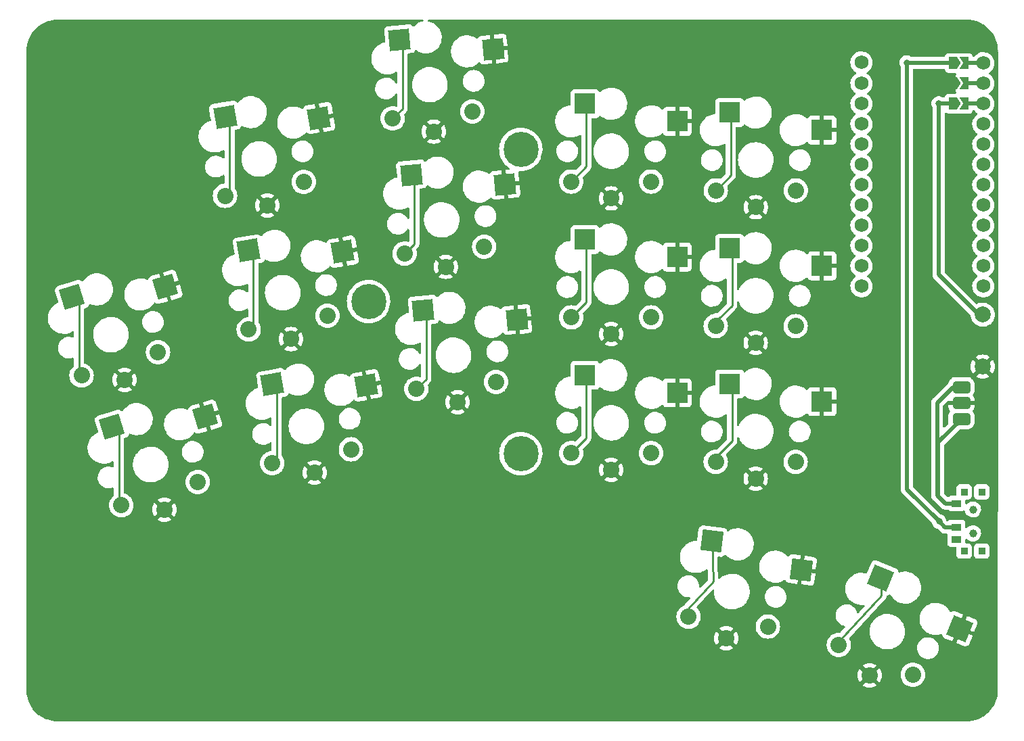
<source format=gbl>
%TF.GenerationSoftware,KiCad,Pcbnew,(6.0.4)*%
%TF.CreationDate,2022-06-17T23:19:31+02:00*%
%TF.ProjectId,konafa,6b6f6e61-6661-42e6-9b69-6361645f7063,v1.0.0*%
%TF.SameCoordinates,Original*%
%TF.FileFunction,Copper,L2,Bot*%
%TF.FilePolarity,Positive*%
%FSLAX46Y46*%
G04 Gerber Fmt 4.6, Leading zero omitted, Abs format (unit mm)*
G04 Created by KiCad (PCBNEW (6.0.4)) date 2022-06-17 23:19:31*
%MOMM*%
%LPD*%
G01*
G04 APERTURE LIST*
G04 Aperture macros list*
%AMRoundRect*
0 Rectangle with rounded corners*
0 $1 Rounding radius*
0 $2 $3 $4 $5 $6 $7 $8 $9 X,Y pos of 4 corners*
0 Add a 4 corners polygon primitive as box body*
4,1,4,$2,$3,$4,$5,$6,$7,$8,$9,$2,$3,0*
0 Add four circle primitives for the rounded corners*
1,1,$1+$1,$2,$3*
1,1,$1+$1,$4,$5*
1,1,$1+$1,$6,$7*
1,1,$1+$1,$8,$9*
0 Add four rect primitives between the rounded corners*
20,1,$1+$1,$2,$3,$4,$5,0*
20,1,$1+$1,$4,$5,$6,$7,0*
20,1,$1+$1,$6,$7,$8,$9,0*
20,1,$1+$1,$8,$9,$2,$3,0*%
%AMRotRect*
0 Rectangle, with rotation*
0 The origin of the aperture is its center*
0 $1 length*
0 $2 width*
0 $3 Rotation angle, in degrees counterclockwise*
0 Add horizontal line*
21,1,$1,$2,0,0,$3*%
%AMFreePoly0*
4,1,6,0.150000,0.000000,0.650000,-0.750000,-0.500000,-0.750000,-0.500000,0.750000,0.650000,0.750000,0.150000,0.000000,0.150000,0.000000,$1*%
%AMFreePoly1*
4,1,6,0.500000,-0.750000,-0.500000,-0.750000,-1.000000,0.000000,-0.500000,0.750000,0.500000,0.750000,0.500000,-0.750000,0.500000,-0.750000,$1*%
G04 Aperture macros list end*
%TA.AperFunction,ComponentPad*%
%ADD10C,2.000000*%
%TD*%
%TA.AperFunction,ComponentPad*%
%ADD11C,2.032000*%
%TD*%
%TA.AperFunction,SMDPad,CuDef*%
%ADD12RotRect,2.600000X2.600000X10.000000*%
%TD*%
%TA.AperFunction,SMDPad,CuDef*%
%ADD13RotRect,2.600000X2.600000X5.000000*%
%TD*%
%TA.AperFunction,SMDPad,CuDef*%
%ADD14R,2.600000X2.600000*%
%TD*%
%TA.AperFunction,SMDPad,CuDef*%
%ADD15R,0.900000X0.900000*%
%TD*%
%TA.AperFunction,WasherPad*%
%ADD16C,1.000000*%
%TD*%
%TA.AperFunction,SMDPad,CuDef*%
%ADD17R,1.250000X0.900000*%
%TD*%
%TA.AperFunction,SMDPad,CuDef*%
%ADD18RotRect,2.600000X2.600000X338.000000*%
%TD*%
%TA.AperFunction,ComponentPad*%
%ADD19RoundRect,0.375000X-0.750000X0.375000X-0.750000X-0.375000X0.750000X-0.375000X0.750000X0.375000X0*%
%TD*%
%TA.AperFunction,SMDPad,CuDef*%
%ADD20RotRect,2.600000X2.600000X17.000000*%
%TD*%
%TA.AperFunction,SMDPad,CuDef*%
%ADD21RotRect,2.600000X2.600000X353.000000*%
%TD*%
%TA.AperFunction,ComponentPad*%
%ADD22C,1.752600*%
%TD*%
%TA.AperFunction,SMDPad,CuDef*%
%ADD23FreePoly0,180.000000*%
%TD*%
%TA.AperFunction,SMDPad,CuDef*%
%ADD24R,1.524000X0.500000*%
%TD*%
%TA.AperFunction,SMDPad,CuDef*%
%ADD25FreePoly1,180.000000*%
%TD*%
%TA.AperFunction,ComponentPad*%
%ADD26C,4.400000*%
%TD*%
%TA.AperFunction,ViaPad*%
%ADD27C,0.800000*%
%TD*%
%TA.AperFunction,Conductor*%
%ADD28C,0.250000*%
%TD*%
%TA.AperFunction,Conductor*%
%ADD29C,0.500000*%
%TD*%
G04 APERTURE END LIST*
D10*
%TO.P,B1,1*%
%TO.N,RST*%
X161906791Y85243254D03*
%TO.P,B1,2*%
%TO.N,GND*%
X161906791Y78743254D03*
%TD*%
D11*
%TO.P,S11,1*%
%TO.N,P3*%
X76971012Y101871038D03*
D12*
X67128657Y110035975D03*
D11*
X67122934Y100134557D03*
D12*
%TO.P,S11,2*%
%TO.N,GND*%
X78885214Y109875034D03*
D11*
X72411634Y98934701D03*
%TD*%
D13*
%TO.P,S15,1*%
%TO.N,P18*%
X90440528Y102756090D03*
D11*
X99533808Y93764406D03*
X89571861Y92892848D03*
D13*
%TO.P,S15,2*%
%TO.N,GND*%
X102138320Y101571110D03*
D11*
X94735862Y91236618D03*
%TD*%
D14*
%TO.P,S21,1*%
%TO.N,P16*%
X112149790Y94662254D03*
D11*
X110424791Y84912254D03*
X120424791Y84912254D03*
D14*
%TO.P,S21,2*%
%TO.N,GND*%
X123699791Y92462253D03*
D11*
X115424791Y82812254D03*
%TD*%
D15*
%TO.P,T2,*%
%TO.N,*%
X161779791Y55652254D03*
X161779791Y63052254D03*
X159579791Y55652254D03*
X159579791Y63052254D03*
D16*
X160679791Y60852254D03*
X160679791Y57852254D03*
D17*
%TO.P,T2,1*%
%TO.N,Braw*%
X158604791Y61602254D03*
%TO.P,T2,2*%
%TO.N,RAW*%
X158604791Y58602254D03*
%TO.P,T2,3*%
%TO.N,N/C*%
X158604791Y57102254D03*
%TD*%
D11*
%TO.P,S29,1*%
%TO.N,P20*%
X128505791Y83811491D03*
X138505791Y83811491D03*
D14*
X130230790Y93561491D03*
D11*
%TO.P,S29,2*%
%TO.N,GND*%
X133505791Y81711491D03*
D14*
X141780791Y91361490D03*
%TD*%
D11*
%TO.P,S33,1*%
%TO.N,P9*%
X153171728Y40156513D03*
D18*
X149151695Y52296426D03*
D11*
X143899890Y43902579D03*
%TO.P,S33,2*%
%TO.N,GND*%
X147749135Y40082460D03*
D18*
X159036535Y45929914D03*
%TD*%
D12*
%TO.P,S7,1*%
%TO.N,P5*%
X73032695Y76552511D03*
D11*
X73026972Y66651093D03*
X82875050Y68387574D03*
%TO.P,S7,2*%
%TO.N,GND*%
X78315672Y65451237D03*
D12*
X84789252Y76391570D03*
%TD*%
D19*
%TO.P,PAD1,1*%
%TO.N,Braw*%
X159239791Y72162254D03*
%TO.P,PAD1,2*%
%TO.N,GND*%
X159239791Y74162254D03*
%TO.P,PAD1,3*%
%TO.N,Braw*%
X159239791Y76162254D03*
%TD*%
D11*
%TO.P,S5,1*%
%TO.N,P6*%
X58734795Y80557863D03*
X49171748Y77634146D03*
D20*
X47970748Y87462459D03*
D11*
%TO.P,S5,2*%
%TO.N,GND*%
X54567252Y77087765D03*
D20*
X59659287Y88735481D03*
%TD*%
D14*
%TO.P,S27,1*%
%TO.N,P19*%
X130230790Y76561491D03*
D11*
X128505791Y66811491D03*
X138505791Y66811491D03*
D14*
%TO.P,S27,2*%
%TO.N,GND*%
X141780791Y74361490D03*
D11*
X133505791Y64711491D03*
%TD*%
D12*
%TO.P,S9,1*%
%TO.N,P4*%
X70080676Y93294243D03*
D11*
X79923031Y85129306D03*
X70074953Y83392825D03*
%TO.P,S9,2*%
%TO.N,GND*%
X75363653Y82192969D03*
D12*
X81837233Y93133302D03*
%TD*%
D13*
%TO.P,S13,1*%
%TO.N,P2*%
X91922176Y85820780D03*
D11*
X101015456Y76829096D03*
X91053509Y75957538D03*
D13*
%TO.P,S13,2*%
%TO.N,GND*%
X103619968Y84635800D03*
D11*
X96217510Y74301308D03*
%TD*%
D14*
%TO.P,S23,1*%
%TO.N,P21*%
X130238228Y110558987D03*
D11*
X128513229Y100808987D03*
X138513229Y100808987D03*
%TO.P,S23,2*%
%TO.N,GND*%
X133513229Y98708987D03*
D14*
X141788229Y108358986D03*
%TD*%
D11*
%TO.P,S17,1*%
%TO.N,P15*%
X98052161Y110699716D03*
D13*
X88958881Y119691400D03*
D11*
X88090214Y109828158D03*
%TO.P,S17,2*%
%TO.N,GND*%
X93254215Y108171928D03*
D13*
X100656673Y118506420D03*
%TD*%
D11*
%TO.P,S31,1*%
%TO.N,P8*%
X125107643Y47414380D03*
D21*
X128008010Y56881481D03*
D11*
X135033104Y46195687D03*
%TO.P,S31,2*%
%TO.N,GND*%
X129814448Y44720687D03*
D21*
X139203806Y53290287D03*
%TD*%
D22*
%TO.P,MCU1,*%
%TO.N,*%
X161977213Y114199254D03*
D23*
X159643690Y114199254D03*
D22*
X161977213Y111659254D03*
D24*
X160593690Y116739254D03*
D22*
X146737213Y111659254D03*
D24*
X160593690Y114199254D03*
X160593690Y111659254D03*
D23*
X159643690Y111659254D03*
X159643690Y116739254D03*
D22*
X146737213Y116823000D03*
X161977213Y116739254D03*
X146737213Y114199254D03*
D25*
%TO.P,MCU1,1*%
%TO.N,RAW*%
X158193690Y116739254D03*
%TO.P,MCU1,2*%
%TO.N,GND*%
X158193690Y114199254D03*
%TO.P,MCU1,3*%
%TO.N,RST*%
X158193690Y111659254D03*
D22*
%TO.P,MCU1,4*%
%TO.N,N/C*%
X146737213Y109119254D03*
%TO.P,MCU1,5*%
%TO.N,P21*%
X146737213Y106579254D03*
%TO.P,MCU1,6*%
%TO.N,P20*%
X146737213Y104039254D03*
%TO.P,MCU1,7*%
%TO.N,P19*%
X146737213Y101499254D03*
%TO.P,MCU1,8*%
%TO.N,P18*%
X146737213Y98959254D03*
%TO.P,MCU1,9*%
%TO.N,P15*%
X146737213Y96419254D03*
%TO.P,MCU1,10*%
%TO.N,P14*%
X146737213Y93879254D03*
%TO.P,MCU1,11*%
%TO.N,P16*%
X146737213Y91339254D03*
%TO.P,MCU1,12*%
%TO.N,P10*%
X146737213Y88799254D03*
%TO.P,MCU1,16*%
%TO.N,N/C*%
X161977213Y109119254D03*
%TO.P,MCU1,17*%
%TO.N,P2*%
X161977213Y106579254D03*
%TO.P,MCU1,18*%
%TO.N,P3*%
X161977213Y104039254D03*
%TO.P,MCU1,19*%
%TO.N,P4*%
X161977213Y101499254D03*
%TO.P,MCU1,20*%
%TO.N,P5*%
X161977213Y98959254D03*
%TO.P,MCU1,21*%
%TO.N,P6*%
X161977213Y96419254D03*
%TO.P,MCU1,22*%
%TO.N,P7*%
X161977213Y93879254D03*
%TO.P,MCU1,23*%
%TO.N,P8*%
X161977213Y91339254D03*
%TO.P,MCU1,24*%
%TO.N,P9*%
X161977213Y88799254D03*
%TD*%
D11*
%TO.P,S3,1*%
%TO.N,P7*%
X54142067Y61376965D03*
X63705114Y64300682D03*
D20*
X52941067Y71205278D03*
D11*
%TO.P,S3,2*%
%TO.N,GND*%
X59537571Y60830584D03*
D20*
X64629606Y72478300D03*
%TD*%
D26*
%TO.P,REF\u002A\u002A,1*%
%TO.N,N/C*%
X85071791Y86894254D03*
X104121791Y67844254D03*
X104121791Y105944254D03*
%TD*%
D11*
%TO.P,S23,1*%
%TO.N,P10*%
X110424791Y101912254D03*
X120424791Y101912254D03*
D14*
X112149790Y111662254D03*
%TO.P,S23,2*%
%TO.N,GND*%
X123699791Y109462253D03*
D11*
X115424791Y99812254D03*
%TD*%
%TO.P,S19,1*%
%TO.N,P14*%
X110424791Y67912254D03*
X120424791Y67912254D03*
D14*
X112149790Y77662254D03*
D11*
%TO.P,S19,2*%
%TO.N,GND*%
X115424791Y65812254D03*
D14*
X123699791Y75462253D03*
%TD*%
D27*
%TO.N,GND*%
X154304587Y114247138D03*
%TO.N,RAW*%
X152400000Y116809855D03*
X156445791Y59335254D03*
%TO.N,RST*%
X156389782Y111703058D03*
%TD*%
D28*
%TO.N,P6*%
X47655954Y88184596D02*
X48856953Y86983597D01*
X48856953Y86983597D02*
X48856953Y78356283D01*
D29*
%TO.N,GND*%
X154329345Y114222380D02*
X154352471Y114199254D01*
X154352471Y114199254D02*
X158193690Y114199254D01*
D28*
%TO.N,P5*%
X73590450Y67214571D02*
X73026972Y66651093D01*
X73032696Y76552511D02*
X73590450Y75994757D01*
X73590450Y75994757D02*
X73590450Y67214571D01*
%TO.N,P4*%
X70638431Y83956303D02*
X70074953Y83392825D01*
X70638431Y92736489D02*
X70638431Y83956303D01*
X70080677Y93294243D02*
X70638431Y92736489D01*
%TO.N,P3*%
X67686412Y100698035D02*
X67122934Y100134557D01*
X67128658Y110035975D02*
X67686412Y109478221D01*
X67686412Y109478221D02*
X67686412Y100698035D01*
%TO.N,P2*%
X92270004Y77174033D02*
X91053509Y75957538D01*
X91922177Y85820780D02*
X92270004Y85472953D01*
X92270004Y85472953D02*
X92270004Y77174033D01*
%TO.N,P18*%
X90788356Y94109343D02*
X89571861Y92892848D01*
X90440529Y102756090D02*
X90788356Y102408263D01*
X90788356Y102408263D02*
X90788356Y94109343D01*
%TO.N,P15*%
X89306709Y111044653D02*
X88090214Y109828158D01*
X89306709Y119343573D02*
X89306709Y111044653D01*
X88958882Y119691400D02*
X89306709Y119343573D01*
%TO.N,P14*%
X112299312Y78055712D02*
X112299312Y69786775D01*
X112299312Y69786775D02*
X110424791Y67912254D01*
%TO.N,P16*%
X112299312Y95055712D02*
X112299312Y86786775D01*
X112299312Y86786775D02*
X110424791Y84912254D01*
%TO.N,P10*%
X112299312Y103786775D02*
X110424791Y101912254D01*
X112299312Y112055712D02*
X112299312Y103786775D01*
%TO.N,P19*%
X130546753Y69408510D02*
X128352512Y67214269D01*
X130546753Y76495028D02*
X130546753Y69408510D01*
%TO.N,P20*%
X130546753Y93495028D02*
X130546753Y86408510D01*
X128923497Y84785254D02*
X128492087Y84785254D01*
X130546753Y86408510D02*
X128923497Y84785254D01*
%TO.N,P21*%
X130387750Y102683508D02*
X128513229Y100808987D01*
X130387750Y110952445D02*
X130387750Y102683508D01*
%TO.N,P7*%
X52626273Y71927415D02*
X53827272Y70726416D01*
X53827272Y70726416D02*
X53827272Y62099102D01*
%TO.N,P8*%
X125070101Y48489448D02*
X125107643Y47414379D01*
X128184442Y51829169D02*
X125070101Y48489448D01*
X128008011Y56881480D02*
X128184442Y51829169D01*
%TO.N,P9*%
X149151696Y52296425D02*
X149230549Y50038366D01*
X149230549Y50038366D02*
X143885774Y44306797D01*
X143885774Y44306797D02*
X143899890Y43902579D01*
D29*
%TO.N,RAW*%
X158193690Y116739254D02*
X158123089Y116809855D01*
X157178791Y58602254D02*
X156445791Y59335254D01*
X158123089Y116809855D02*
X152400000Y116809855D01*
X152400000Y116809855D02*
X152400000Y63381045D01*
X152400000Y63381045D02*
X156445791Y59335254D01*
X158223791Y58602254D02*
X157178791Y58602254D01*
%TO.N,RST*%
X156433586Y111659254D02*
X158193690Y111659254D01*
X161398791Y85243254D02*
X156389782Y90252263D01*
X161906791Y85243254D02*
X161398791Y85243254D01*
X156389782Y90252263D02*
X156389782Y111703058D01*
X156389782Y111703058D02*
X156433586Y111659254D01*
%TO.N,Braw*%
X158159791Y76162254D02*
X156191791Y74194254D01*
X156191791Y74194254D02*
X156191791Y62637254D01*
X156318791Y69241254D02*
X156318791Y62510254D01*
X156191791Y62637254D02*
X156318791Y62510254D01*
X156318791Y62510254D02*
X157226791Y61602254D01*
X159239791Y72162254D02*
X156318791Y69241254D01*
X159239791Y76162254D02*
X158159791Y76162254D01*
X157226791Y61602254D02*
X158223791Y61602254D01*
%TD*%
%TA.AperFunction,Conductor*%
%TO.N,GND*%
G36*
X61581927Y122202230D02*
G01*
X91828333Y122201468D01*
X91896453Y122181464D01*
X91942945Y122127807D01*
X91953047Y122057533D01*
X91923552Y121992953D01*
X91863825Y121954571D01*
X91854539Y121952224D01*
X91666449Y121912244D01*
X91662320Y121910741D01*
X91662316Y121910740D01*
X91406638Y121817681D01*
X91406634Y121817679D01*
X91402493Y121816172D01*
X91154477Y121684299D01*
X91150918Y121681713D01*
X91150916Y121681712D01*
X90997375Y121570158D01*
X90927227Y121519193D01*
X90762341Y121359964D01*
X90761885Y121359524D01*
X90698988Y121326592D01*
X90628272Y121332892D01*
X90570624Y121379370D01*
X90568030Y121384795D01*
X90531879Y121425157D01*
X90476840Y121486608D01*
X90476837Y121486610D01*
X90470850Y121493295D01*
X90347124Y121570158D01*
X90206798Y121609206D01*
X90198897Y121609372D01*
X90198894Y121609372D01*
X90147676Y121610445D01*
X90147667Y121610445D01*
X90144264Y121610516D01*
X87458256Y121375520D01*
X87396899Y121363372D01*
X87389771Y121359964D01*
X87389770Y121359964D01*
X87319963Y121326592D01*
X87265486Y121300549D01*
X87258802Y121294562D01*
X87258800Y121294561D01*
X87163673Y121209359D01*
X87163671Y121209356D01*
X87156986Y121203369D01*
X87080123Y121079643D01*
X87041075Y120939317D01*
X87039765Y120876783D01*
X87154554Y119564749D01*
X87163817Y119458872D01*
X87149828Y119389267D01*
X87100428Y119338274D01*
X87064493Y119324643D01*
X86929380Y119295923D01*
X86877219Y119284836D01*
X86873090Y119283333D01*
X86873086Y119283332D01*
X86617408Y119190273D01*
X86617404Y119190271D01*
X86613263Y119188764D01*
X86365247Y119056891D01*
X86361688Y119054305D01*
X86361686Y119054304D01*
X86260547Y118980822D01*
X86137997Y118891785D01*
X86134833Y118888729D01*
X86134830Y118888727D01*
X86095714Y118850953D01*
X85935937Y118696658D01*
X85763001Y118475309D01*
X85760805Y118471505D01*
X85760800Y118471498D01*
X85688127Y118345624D01*
X85622553Y118232046D01*
X85517327Y117971603D01*
X85516262Y117967330D01*
X85516261Y117967328D01*
X85452163Y117710244D01*
X85449372Y117699051D01*
X85448913Y117694683D01*
X85448912Y117694678D01*
X85420470Y117424063D01*
X85420011Y117419694D01*
X85420164Y117415306D01*
X85420164Y117415300D01*
X85428332Y117181411D01*
X85429814Y117138969D01*
X85430576Y117134646D01*
X85430577Y117134639D01*
X85446419Y117044798D01*
X85478591Y116862340D01*
X85565392Y116595192D01*
X85567320Y116591239D01*
X85567322Y116591234D01*
X85595003Y116534480D01*
X85688529Y116342725D01*
X85690984Y116339086D01*
X85690987Y116339080D01*
X85739112Y116267732D01*
X85845604Y116109851D01*
X86033560Y115901105D01*
X86036922Y115898284D01*
X86036923Y115898283D01*
X86080063Y115862084D01*
X86248739Y115720548D01*
X86486953Y115571696D01*
X86644658Y115501481D01*
X86736303Y115460678D01*
X86743564Y115457445D01*
X86747792Y115456233D01*
X86747791Y115456233D01*
X87008662Y115381430D01*
X87013579Y115380020D01*
X87017929Y115379409D01*
X87017932Y115379408D01*
X87120879Y115364940D01*
X87291741Y115340927D01*
X87502335Y115340927D01*
X87504521Y115341080D01*
X87504525Y115341080D01*
X87708016Y115355309D01*
X87708021Y115355310D01*
X87712401Y115355616D01*
X87987159Y115414018D01*
X87991288Y115415521D01*
X87991292Y115415522D01*
X88246970Y115508581D01*
X88246974Y115508583D01*
X88251115Y115510090D01*
X88488056Y115636074D01*
X88557593Y115650394D01*
X88623833Y115624847D01*
X88665746Y115567542D01*
X88673209Y115524823D01*
X88673209Y114313740D01*
X88653207Y114245619D01*
X88599551Y114199126D01*
X88529277Y114189022D01*
X88464697Y114218516D01*
X88439490Y114248375D01*
X88366047Y114369406D01*
X88366046Y114369407D01*
X88363278Y114373969D01*
X88317952Y114426203D01*
X88215578Y114544179D01*
X88215576Y114544181D01*
X88212078Y114548212D01*
X88150885Y114598387D01*
X88037810Y114691104D01*
X88037804Y114691108D01*
X88033682Y114694488D01*
X87833190Y114808614D01*
X87828174Y114810435D01*
X87828169Y114810437D01*
X87621350Y114885509D01*
X87621346Y114885510D01*
X87616335Y114887329D01*
X87611086Y114888278D01*
X87611083Y114888279D01*
X87393402Y114927642D01*
X87393395Y114927643D01*
X87389318Y114928380D01*
X87371581Y114929216D01*
X87366633Y114929450D01*
X87366626Y114929450D01*
X87365145Y114929520D01*
X87203000Y114929520D01*
X87136044Y114923839D01*
X87036363Y114915381D01*
X87036359Y114915380D01*
X87031052Y114914930D01*
X87025897Y114913592D01*
X87025891Y114913591D01*
X86812922Y114858315D01*
X86812918Y114858314D01*
X86807753Y114856973D01*
X86802887Y114854781D01*
X86802884Y114854780D01*
X86602276Y114764413D01*
X86597410Y114762221D01*
X86592990Y114759245D01*
X86592986Y114759243D01*
X86505466Y114700320D01*
X86406040Y114633382D01*
X86239113Y114474142D01*
X86231988Y114464566D01*
X86104826Y114293653D01*
X86101404Y114289054D01*
X86098989Y114284304D01*
X86044302Y114176742D01*
X85996848Y114083408D01*
X85977361Y114020649D01*
X85930020Y113868190D01*
X85930019Y113868184D01*
X85928436Y113863087D01*
X85918587Y113788772D01*
X85901039Y113656372D01*
X85898125Y113634388D01*
X85898325Y113629058D01*
X85898325Y113629057D01*
X85901088Y113555448D01*
X85906779Y113403852D01*
X85954153Y113178070D01*
X85956111Y113173111D01*
X85956112Y113173109D01*
X85971192Y113134925D01*
X86038892Y112963498D01*
X86158572Y112766271D01*
X86162069Y112762241D01*
X86304170Y112598484D01*
X86309772Y112592028D01*
X86340448Y112566875D01*
X86484040Y112449136D01*
X86484046Y112449132D01*
X86488168Y112445752D01*
X86688660Y112331626D01*
X86693676Y112329805D01*
X86693681Y112329803D01*
X86900500Y112254731D01*
X86900504Y112254730D01*
X86905515Y112252911D01*
X86910764Y112251962D01*
X86910767Y112251961D01*
X87128448Y112212598D01*
X87128455Y112212597D01*
X87132532Y112211860D01*
X87150269Y112211024D01*
X87155217Y112210790D01*
X87155224Y112210790D01*
X87156705Y112210720D01*
X87318850Y112210720D01*
X87385806Y112216401D01*
X87485487Y112224859D01*
X87485491Y112224860D01*
X87490798Y112225310D01*
X87495953Y112226648D01*
X87495959Y112226649D01*
X87708928Y112281925D01*
X87708932Y112281926D01*
X87714097Y112283267D01*
X87718963Y112285459D01*
X87718966Y112285460D01*
X87919574Y112375827D01*
X87924440Y112378019D01*
X87928860Y112380995D01*
X87928864Y112380997D01*
X88034596Y112452181D01*
X88115810Y112506858D01*
X88282737Y112666098D01*
X88341944Y112745675D01*
X88417262Y112846906D01*
X88417264Y112846909D01*
X88420446Y112851186D01*
X88434892Y112879599D01*
X88483596Y112931257D01*
X88552496Y112948383D01*
X88619717Y112925540D01*
X88663918Y112869981D01*
X88673209Y112822494D01*
X88673209Y111415843D01*
X88653207Y111347722D01*
X88599551Y111301229D01*
X88529277Y111291125D01*
X88517795Y111293324D01*
X88334249Y111337390D01*
X88334243Y111337391D01*
X88329436Y111338545D01*
X88090214Y111357372D01*
X87850992Y111338545D01*
X87846185Y111337391D01*
X87846179Y111337390D01*
X87728066Y111309033D01*
X87617661Y111282527D01*
X87613090Y111280634D01*
X87613088Y111280633D01*
X87400537Y111192592D01*
X87400535Y111192591D01*
X87395965Y111190698D01*
X87191365Y111065318D01*
X87187598Y111062101D01*
X87187597Y111062100D01*
X87097180Y110984877D01*
X87008896Y110909476D01*
X87005683Y110905714D01*
X86923589Y110809593D01*
X86853054Y110727007D01*
X86727674Y110522407D01*
X86725781Y110517837D01*
X86725780Y110517835D01*
X86657041Y110351884D01*
X86635845Y110300711D01*
X86624194Y110252180D01*
X86580982Y110072193D01*
X86580981Y110072187D01*
X86579827Y110067380D01*
X86561000Y109828158D01*
X86579827Y109588936D01*
X86580981Y109584129D01*
X86580982Y109584123D01*
X86607102Y109475326D01*
X86635845Y109355605D01*
X86637738Y109351034D01*
X86637739Y109351032D01*
X86717556Y109158337D01*
X86727674Y109133909D01*
X86853054Y108929309D01*
X86856271Y108925542D01*
X86856272Y108925541D01*
X86924144Y108846073D01*
X87008896Y108746840D01*
X87012658Y108743627D01*
X87185127Y108596326D01*
X87191365Y108590998D01*
X87395965Y108465618D01*
X87400535Y108463725D01*
X87400537Y108463724D01*
X87555866Y108399385D01*
X87617661Y108373789D01*
X87687555Y108357009D01*
X87846179Y108318926D01*
X87846185Y108318925D01*
X87850992Y108317771D01*
X88090214Y108298944D01*
X88329436Y108317771D01*
X88334243Y108318925D01*
X88334249Y108318926D01*
X88492873Y108357009D01*
X88562767Y108373789D01*
X88624562Y108399385D01*
X88779891Y108463724D01*
X88779893Y108463725D01*
X88784463Y108465618D01*
X88989063Y108590998D01*
X88995302Y108596326D01*
X89167770Y108743627D01*
X89171532Y108746840D01*
X89256284Y108846073D01*
X89324156Y108925541D01*
X89324157Y108925542D01*
X89327374Y108929309D01*
X89452754Y109133909D01*
X89462873Y109158337D01*
X89542689Y109351032D01*
X89542690Y109351034D01*
X89544583Y109355605D01*
X89559005Y109415675D01*
X92374672Y109415675D01*
X92378456Y109406897D01*
X93241403Y108543950D01*
X93255347Y108536336D01*
X93257180Y108536467D01*
X93263795Y108540718D01*
X94126931Y109403854D01*
X94133691Y109416234D01*
X94127964Y109423884D01*
X93952456Y109531435D01*
X93943662Y109535916D01*
X93731186Y109623926D01*
X93721801Y109626975D01*
X93498171Y109680665D01*
X93488424Y109682208D01*
X93259145Y109700253D01*
X93249285Y109700253D01*
X93020006Y109682208D01*
X93010259Y109680665D01*
X92786629Y109626975D01*
X92777244Y109623926D01*
X92564768Y109535916D01*
X92555974Y109531435D01*
X92384132Y109426131D01*
X92374672Y109415675D01*
X89559005Y109415675D01*
X89573326Y109475326D01*
X89599446Y109584123D01*
X89599447Y109584129D01*
X89600601Y109588936D01*
X89619428Y109828158D01*
X89600601Y110067380D01*
X89599447Y110072187D01*
X89599446Y110072193D01*
X89544583Y110300711D01*
X89546818Y110301248D01*
X89545012Y110362678D01*
X89577804Y110419843D01*
X89698962Y110541001D01*
X89707248Y110548541D01*
X89713727Y110552653D01*
X89760353Y110602305D01*
X89763107Y110605146D01*
X89782844Y110624883D01*
X89785324Y110628080D01*
X89793029Y110637102D01*
X89808491Y110653567D01*
X89823295Y110669332D01*
X89827114Y110676278D01*
X89827116Y110676281D01*
X89833057Y110687087D01*
X89841353Y110699716D01*
X96522947Y110699716D01*
X96541774Y110460494D01*
X96542928Y110455687D01*
X96542929Y110455681D01*
X96565550Y110361459D01*
X96597792Y110227163D01*
X96599685Y110222592D01*
X96599686Y110222590D01*
X96680590Y110027271D01*
X96689621Y110005467D01*
X96815001Y109800867D01*
X96818218Y109797100D01*
X96818219Y109797099D01*
X96940124Y109654366D01*
X96970843Y109618398D01*
X96974605Y109615185D01*
X97102003Y109506378D01*
X97153312Y109462556D01*
X97357912Y109337176D01*
X97362482Y109335283D01*
X97362484Y109335282D01*
X97575035Y109247241D01*
X97579608Y109245347D01*
X97618254Y109236069D01*
X97808126Y109190484D01*
X97808132Y109190483D01*
X97812939Y109189329D01*
X98052161Y109170502D01*
X98291383Y109189329D01*
X98296190Y109190483D01*
X98296196Y109190484D01*
X98486068Y109236069D01*
X98524714Y109245347D01*
X98529287Y109247241D01*
X98741838Y109335282D01*
X98741840Y109335283D01*
X98746410Y109337176D01*
X98951010Y109462556D01*
X99002320Y109506378D01*
X99032928Y109532520D01*
X108412613Y109532520D01*
X108412766Y109528132D01*
X108412766Y109528126D01*
X108422219Y109257442D01*
X108422416Y109251795D01*
X108423178Y109247472D01*
X108423179Y109247465D01*
X108454161Y109071759D01*
X108471193Y108975166D01*
X108557994Y108708018D01*
X108559922Y108704065D01*
X108559924Y108704060D01*
X108598445Y108625082D01*
X108681131Y108455551D01*
X108683586Y108451912D01*
X108683589Y108451906D01*
X108713053Y108408224D01*
X108838206Y108222677D01*
X108841151Y108219406D01*
X108841152Y108219405D01*
X108924839Y108126461D01*
X109026162Y108013931D01*
X109241341Y107833374D01*
X109479555Y107684522D01*
X109598505Y107631562D01*
X109688070Y107591685D01*
X109736166Y107570271D01*
X110006181Y107492846D01*
X110010531Y107492235D01*
X110010534Y107492234D01*
X110079932Y107482481D01*
X110284343Y107453753D01*
X110494937Y107453753D01*
X110497123Y107453906D01*
X110497127Y107453906D01*
X110700618Y107468135D01*
X110700623Y107468136D01*
X110705003Y107468442D01*
X110979761Y107526844D01*
X110983890Y107528347D01*
X110983894Y107528348D01*
X111239572Y107621407D01*
X111239576Y107621409D01*
X111243717Y107622916D01*
X111311069Y107658728D01*
X111480658Y107748900D01*
X111550196Y107763220D01*
X111616437Y107737672D01*
X111658349Y107680368D01*
X111665812Y107637649D01*
X111665812Y104101369D01*
X111645810Y104033248D01*
X111628907Y104012274D01*
X111016477Y103399844D01*
X110954165Y103365818D01*
X110897830Y103368647D01*
X110897344Y103366623D01*
X110668826Y103421486D01*
X110668820Y103421487D01*
X110664013Y103422641D01*
X110424791Y103441468D01*
X110185569Y103422641D01*
X110180762Y103421487D01*
X110180756Y103421486D01*
X110050272Y103390159D01*
X109952238Y103366623D01*
X109947667Y103364730D01*
X109947665Y103364729D01*
X109735114Y103276688D01*
X109735112Y103276687D01*
X109730542Y103274794D01*
X109525942Y103149414D01*
X109522175Y103146197D01*
X109522174Y103146196D01*
X109409973Y103050368D01*
X109343473Y102993572D01*
X109340260Y102989810D01*
X109223687Y102853319D01*
X109187631Y102811103D01*
X109062251Y102606503D01*
X109060358Y102601933D01*
X109060357Y102601931D01*
X108972876Y102390732D01*
X108970422Y102384807D01*
X108962171Y102350439D01*
X108915559Y102156289D01*
X108915558Y102156283D01*
X108914404Y102151476D01*
X108895577Y101912254D01*
X108914404Y101673032D01*
X108915558Y101668225D01*
X108915559Y101668219D01*
X108947257Y101536188D01*
X108970422Y101439701D01*
X108972315Y101435130D01*
X108972316Y101435128D01*
X109053915Y101238131D01*
X109062251Y101218005D01*
X109187631Y101013405D01*
X109190848Y101009638D01*
X109190849Y101009637D01*
X109226051Y100968421D01*
X109343473Y100830936D01*
X109347235Y100827723D01*
X109514379Y100684970D01*
X109525942Y100675094D01*
X109730542Y100549714D01*
X109735112Y100547821D01*
X109735114Y100547820D01*
X109939826Y100463026D01*
X109952238Y100457885D01*
X110005987Y100444981D01*
X110180756Y100403022D01*
X110180762Y100403021D01*
X110185569Y100401867D01*
X110424791Y100383040D01*
X110664013Y100401867D01*
X110668820Y100403021D01*
X110668826Y100403022D01*
X110843595Y100444981D01*
X110897344Y100457885D01*
X110909756Y100463026D01*
X111114468Y100547820D01*
X111114470Y100547821D01*
X111119040Y100549714D01*
X111323640Y100675094D01*
X111335204Y100684970D01*
X111502347Y100827723D01*
X111506109Y100830936D01*
X111623531Y100968421D01*
X111658733Y101009637D01*
X111658734Y101009638D01*
X111661951Y101013405D01*
X111688054Y101056001D01*
X114545248Y101056001D01*
X114549032Y101047223D01*
X115411979Y100184276D01*
X115425923Y100176662D01*
X115427756Y100176793D01*
X115434371Y100181044D01*
X116297507Y101044180D01*
X116304267Y101056560D01*
X116298540Y101064210D01*
X116123032Y101171761D01*
X116114238Y101176242D01*
X115901762Y101264252D01*
X115892377Y101267301D01*
X115668747Y101320991D01*
X115659000Y101322534D01*
X115429721Y101340579D01*
X115419861Y101340579D01*
X115190582Y101322534D01*
X115180835Y101320991D01*
X114957205Y101267301D01*
X114947820Y101264252D01*
X114735344Y101176242D01*
X114726550Y101171761D01*
X114554708Y101066457D01*
X114545248Y101056001D01*
X111688054Y101056001D01*
X111787331Y101218005D01*
X111795668Y101238131D01*
X111877266Y101435128D01*
X111877267Y101435130D01*
X111879160Y101439701D01*
X111902325Y101536188D01*
X111934023Y101668219D01*
X111934024Y101668225D01*
X111935178Y101673032D01*
X111954005Y101912254D01*
X118895577Y101912254D01*
X118914404Y101673032D01*
X118915558Y101668225D01*
X118915559Y101668219D01*
X118947257Y101536188D01*
X118970422Y101439701D01*
X118972315Y101435130D01*
X118972316Y101435128D01*
X119053915Y101238131D01*
X119062251Y101218005D01*
X119187631Y101013405D01*
X119190848Y101009638D01*
X119190849Y101009637D01*
X119226051Y100968421D01*
X119343473Y100830936D01*
X119347235Y100827723D01*
X119514379Y100684970D01*
X119525942Y100675094D01*
X119730542Y100549714D01*
X119735112Y100547821D01*
X119735114Y100547820D01*
X119939826Y100463026D01*
X119952238Y100457885D01*
X120005987Y100444981D01*
X120180756Y100403022D01*
X120180762Y100403021D01*
X120185569Y100401867D01*
X120424791Y100383040D01*
X120664013Y100401867D01*
X120668820Y100403021D01*
X120668826Y100403022D01*
X120843595Y100444981D01*
X120897344Y100457885D01*
X120909756Y100463026D01*
X121114468Y100547820D01*
X121114470Y100547821D01*
X121119040Y100549714D01*
X121323640Y100675094D01*
X121335204Y100684970D01*
X121502347Y100827723D01*
X121506109Y100830936D01*
X121623531Y100968421D01*
X121658733Y101009637D01*
X121658734Y101009638D01*
X121661951Y101013405D01*
X121787331Y101218005D01*
X121795668Y101238131D01*
X121877266Y101435128D01*
X121877267Y101435130D01*
X121879160Y101439701D01*
X121902325Y101536188D01*
X121934023Y101668219D01*
X121934024Y101668225D01*
X121935178Y101673032D01*
X121954005Y101912254D01*
X121935178Y102151476D01*
X121934024Y102156283D01*
X121934023Y102156289D01*
X121887411Y102350439D01*
X121879160Y102384807D01*
X121876706Y102390732D01*
X121789225Y102601931D01*
X121789224Y102601933D01*
X121787331Y102606503D01*
X121661951Y102811103D01*
X121625896Y102853319D01*
X121509322Y102989810D01*
X121506109Y102993572D01*
X121439609Y103050368D01*
X121327408Y103146196D01*
X121327407Y103146197D01*
X121323640Y103149414D01*
X121119040Y103274794D01*
X121114470Y103276687D01*
X121114468Y103276688D01*
X120901917Y103364729D01*
X120901915Y103364730D01*
X120897344Y103366623D01*
X120799310Y103390159D01*
X120668826Y103421486D01*
X120668820Y103421487D01*
X120664013Y103422641D01*
X120424791Y103441468D01*
X120185569Y103422641D01*
X120180762Y103421487D01*
X120180756Y103421486D01*
X120050272Y103390159D01*
X119952238Y103366623D01*
X119947667Y103364730D01*
X119947665Y103364729D01*
X119735114Y103276688D01*
X119735112Y103276687D01*
X119730542Y103274794D01*
X119525942Y103149414D01*
X119522175Y103146197D01*
X119522174Y103146196D01*
X119409973Y103050368D01*
X119343473Y102993572D01*
X119340260Y102989810D01*
X119223687Y102853319D01*
X119187631Y102811103D01*
X119062251Y102606503D01*
X119060358Y102601933D01*
X119060357Y102601931D01*
X118972876Y102390732D01*
X118970422Y102384807D01*
X118962171Y102350439D01*
X118915559Y102156289D01*
X118915558Y102156283D01*
X118914404Y102151476D01*
X118895577Y101912254D01*
X111954005Y101912254D01*
X111935178Y102151476D01*
X111934024Y102156283D01*
X111934023Y102156289D01*
X111879160Y102384807D01*
X111881395Y102385344D01*
X111879589Y102446774D01*
X111912381Y102503940D01*
X112281627Y102873185D01*
X112691570Y103283128D01*
X112699849Y103290662D01*
X112706330Y103294775D01*
X112752956Y103344427D01*
X112755710Y103347268D01*
X112775447Y103367005D01*
X112777927Y103370202D01*
X112785632Y103379224D01*
X112788063Y103381813D01*
X112815898Y103411454D01*
X112819717Y103418400D01*
X112819719Y103418403D01*
X112825660Y103429209D01*
X112836511Y103445728D01*
X112844070Y103455474D01*
X112848926Y103461734D01*
X112852071Y103469003D01*
X112852074Y103469007D01*
X112866486Y103502312D01*
X112871703Y103512962D01*
X112893007Y103551715D01*
X112895039Y103559627D01*
X112898045Y103571337D01*
X112904449Y103590041D01*
X112909345Y103601355D01*
X112909345Y103601356D01*
X112912493Y103608630D01*
X112913732Y103616453D01*
X112913735Y103616463D01*
X112919411Y103652299D01*
X112921817Y103663919D01*
X112930840Y103699064D01*
X112930840Y103699065D01*
X112932812Y103706745D01*
X112932812Y103726999D01*
X112934363Y103746710D01*
X112936292Y103758889D01*
X112937532Y103766718D01*
X112933371Y103810737D01*
X112932812Y103822594D01*
X112932812Y105665595D01*
X113197305Y105665595D01*
X113197668Y105661447D01*
X113197668Y105661443D01*
X113210141Y105518881D01*
X113223043Y105371405D01*
X113223953Y105367333D01*
X113223954Y105367328D01*
X113286179Y105088949D01*
X113287463Y105083204D01*
X113288906Y105079281D01*
X113288907Y105079279D01*
X113315870Y105005998D01*
X113389435Y104806055D01*
X113391382Y104802362D01*
X113391383Y104802360D01*
X113456666Y104678540D01*
X113527165Y104544827D01*
X113554872Y104505839D01*
X113695810Y104307519D01*
X113695815Y104307513D01*
X113698234Y104304109D01*
X113701078Y104301059D01*
X113701083Y104301053D01*
X113822146Y104171229D01*
X113899637Y104088130D01*
X114127836Y103900686D01*
X114378820Y103745069D01*
X114382637Y103743353D01*
X114382640Y103743352D01*
X114419027Y103726999D01*
X114648181Y103624013D01*
X114931186Y103539646D01*
X114935306Y103538993D01*
X114935308Y103538993D01*
X115219383Y103493999D01*
X115219389Y103493998D01*
X115222864Y103493448D01*
X115247423Y103492333D01*
X115313808Y103489318D01*
X115313829Y103489318D01*
X115315228Y103489254D01*
X115499692Y103489254D01*
X115719455Y103503851D01*
X115723554Y103504677D01*
X115723558Y103504678D01*
X115896981Y103539646D01*
X116008942Y103562221D01*
X116288166Y103658366D01*
X116457880Y103743352D01*
X116548486Y103788724D01*
X116548488Y103788725D01*
X116552222Y103790595D01*
X116796469Y103956586D01*
X116849507Y104004007D01*
X116996778Y104135683D01*
X117016618Y104153422D01*
X117029554Y104168515D01*
X117206080Y104374470D01*
X117206083Y104374474D01*
X117208800Y104377644D01*
X117211074Y104381146D01*
X117211078Y104381151D01*
X117367361Y104621805D01*
X117367364Y104621810D01*
X117369640Y104625315D01*
X117376840Y104640477D01*
X117443314Y104780473D01*
X117496310Y104892082D01*
X117497781Y104896662D01*
X117585306Y105169271D01*
X117585306Y105169272D01*
X117586586Y105173258D01*
X117609952Y105303121D01*
X117638142Y105459795D01*
X117638143Y105459800D01*
X117638881Y105463904D01*
X117640917Y105508724D01*
X117652088Y105754743D01*
X117652088Y105754748D01*
X117652277Y105758913D01*
X117650737Y105776522D01*
X119561991Y105776522D01*
X119562191Y105771192D01*
X119562191Y105771191D01*
X119566043Y105668573D01*
X119570645Y105545986D01*
X119618019Y105320204D01*
X119619977Y105315245D01*
X119619978Y105315243D01*
X119645459Y105250721D01*
X119702758Y105105632D01*
X119822438Y104908405D01*
X119825935Y104904375D01*
X119963017Y104746402D01*
X119973638Y104734162D01*
X119977769Y104730775D01*
X120147906Y104591270D01*
X120147912Y104591266D01*
X120152034Y104587886D01*
X120352526Y104473760D01*
X120357542Y104471939D01*
X120357547Y104471937D01*
X120564366Y104396865D01*
X120564370Y104396864D01*
X120569381Y104395045D01*
X120574630Y104394096D01*
X120574633Y104394095D01*
X120792314Y104354732D01*
X120792321Y104354731D01*
X120796398Y104353994D01*
X120814135Y104353158D01*
X120819083Y104352924D01*
X120819090Y104352924D01*
X120820571Y104352854D01*
X120982716Y104352854D01*
X121058107Y104359251D01*
X121149353Y104366993D01*
X121149357Y104366994D01*
X121154664Y104367444D01*
X121159819Y104368782D01*
X121159825Y104368783D01*
X121372794Y104424059D01*
X121372798Y104424060D01*
X121377963Y104425401D01*
X121382829Y104427593D01*
X121382832Y104427594D01*
X121583440Y104517961D01*
X121588306Y104520153D01*
X121592726Y104523129D01*
X121592730Y104523131D01*
X121739294Y104621805D01*
X121779676Y104648992D01*
X121805110Y104673255D01*
X126650429Y104673255D01*
X126650629Y104667925D01*
X126650629Y104667924D01*
X126654578Y104562724D01*
X126659083Y104442719D01*
X126706457Y104216937D01*
X126708415Y104211978D01*
X126708416Y104211976D01*
X126710748Y104206071D01*
X126791196Y104002365D01*
X126910876Y103805138D01*
X126914373Y103801108D01*
X127043503Y103652299D01*
X127062076Y103630895D01*
X127076666Y103618932D01*
X127236344Y103488003D01*
X127236350Y103487999D01*
X127240472Y103484619D01*
X127440964Y103370493D01*
X127445980Y103368672D01*
X127445985Y103368670D01*
X127652804Y103293598D01*
X127652808Y103293597D01*
X127657819Y103291778D01*
X127663068Y103290829D01*
X127663071Y103290828D01*
X127880752Y103251465D01*
X127880759Y103251464D01*
X127884836Y103250727D01*
X127902573Y103249891D01*
X127907521Y103249657D01*
X127907528Y103249657D01*
X127909009Y103249587D01*
X128071154Y103249587D01*
X128145649Y103255908D01*
X128237791Y103263726D01*
X128237795Y103263727D01*
X128243102Y103264177D01*
X128248257Y103265515D01*
X128248263Y103265516D01*
X128461232Y103320792D01*
X128461236Y103320793D01*
X128466401Y103322134D01*
X128471267Y103324326D01*
X128471270Y103324327D01*
X128671878Y103414694D01*
X128676744Y103416886D01*
X128681164Y103419862D01*
X128681168Y103419864D01*
X128827732Y103518538D01*
X128868114Y103545725D01*
X129035041Y103704965D01*
X129069094Y103750734D01*
X129169566Y103885773D01*
X129169568Y103885776D01*
X129172750Y103890053D01*
X129227534Y103997804D01*
X129274887Y104090941D01*
X129274887Y104090942D01*
X129277306Y104095699D01*
X129329584Y104264061D01*
X129344134Y104310917D01*
X129344135Y104310923D01*
X129345718Y104316020D01*
X129362510Y104442719D01*
X129375329Y104539434D01*
X129375329Y104539439D01*
X129376029Y104544719D01*
X129375212Y104566498D01*
X129369858Y104709098D01*
X129367375Y104775255D01*
X129320001Y105001037D01*
X129317144Y105008273D01*
X129272122Y105122275D01*
X129235262Y105215609D01*
X129138198Y105375566D01*
X129118351Y105408273D01*
X129118350Y105408274D01*
X129115582Y105412836D01*
X129026994Y105514925D01*
X128967882Y105583046D01*
X128967880Y105583048D01*
X128964382Y105587079D01*
X128868625Y105665595D01*
X128790114Y105729971D01*
X128790108Y105729975D01*
X128785986Y105733355D01*
X128585494Y105847481D01*
X128580478Y105849302D01*
X128580473Y105849304D01*
X128373654Y105924376D01*
X128373650Y105924377D01*
X128368639Y105926196D01*
X128363390Y105927145D01*
X128363387Y105927146D01*
X128145706Y105966509D01*
X128145699Y105966510D01*
X128141622Y105967247D01*
X128123885Y105968083D01*
X128118937Y105968317D01*
X128118930Y105968317D01*
X128117449Y105968387D01*
X127955304Y105968387D01*
X127888348Y105962706D01*
X127788667Y105954248D01*
X127788663Y105954247D01*
X127783356Y105953797D01*
X127778201Y105952459D01*
X127778195Y105952458D01*
X127565226Y105897182D01*
X127565222Y105897181D01*
X127560057Y105895840D01*
X127555191Y105893648D01*
X127555188Y105893647D01*
X127354580Y105803280D01*
X127349714Y105801088D01*
X127345294Y105798112D01*
X127345290Y105798110D01*
X127286575Y105758580D01*
X127158344Y105672249D01*
X126991417Y105513009D01*
X126988229Y105508724D01*
X126883028Y105367328D01*
X126853708Y105327921D01*
X126851293Y105323171D01*
X126762909Y105149332D01*
X126749152Y105122275D01*
X126729413Y105058706D01*
X126682324Y104907057D01*
X126682323Y104907051D01*
X126680740Y104901954D01*
X126669471Y104816929D01*
X126652614Y104689739D01*
X126650429Y104673255D01*
X121805110Y104673255D01*
X121946603Y104808232D01*
X122027536Y104917010D01*
X122081128Y104989040D01*
X122081130Y104989043D01*
X122084312Y104993320D01*
X122141292Y105105391D01*
X122186449Y105194208D01*
X122186449Y105194209D01*
X122188868Y105198966D01*
X122228134Y105325423D01*
X122255696Y105414184D01*
X122255697Y105414190D01*
X122257280Y105419287D01*
X122276109Y105561354D01*
X122286891Y105642701D01*
X122286891Y105642706D01*
X122287591Y105647986D01*
X122286774Y105669765D01*
X122279592Y105861069D01*
X122278937Y105878522D01*
X122231563Y106104304D01*
X122146824Y106318876D01*
X122055854Y106468791D01*
X122029913Y106511540D01*
X122029912Y106511541D01*
X122027144Y106516103D01*
X121988612Y106560507D01*
X121879444Y106686313D01*
X121879442Y106686315D01*
X121875944Y106690346D01*
X121793850Y106757659D01*
X121701676Y106833238D01*
X121701670Y106833242D01*
X121697548Y106836622D01*
X121497056Y106950748D01*
X121492040Y106952569D01*
X121492035Y106952571D01*
X121285216Y107027643D01*
X121285212Y107027644D01*
X121280201Y107029463D01*
X121274952Y107030412D01*
X121274949Y107030413D01*
X121057268Y107069776D01*
X121057261Y107069777D01*
X121053184Y107070514D01*
X121035447Y107071350D01*
X121030499Y107071584D01*
X121030492Y107071584D01*
X121029011Y107071654D01*
X120866866Y107071654D01*
X120799910Y107065973D01*
X120700229Y107057515D01*
X120700225Y107057514D01*
X120694918Y107057064D01*
X120689763Y107055726D01*
X120689757Y107055725D01*
X120476788Y107000449D01*
X120476784Y107000448D01*
X120471619Y106999107D01*
X120466753Y106996915D01*
X120466750Y106996914D01*
X120269017Y106907842D01*
X120261276Y106904355D01*
X120256856Y106901379D01*
X120256852Y106901377D01*
X120219141Y106875988D01*
X120069906Y106775516D01*
X119902979Y106616276D01*
X119895082Y106605662D01*
X119791918Y106467004D01*
X119765270Y106431188D01*
X119762855Y106426438D01*
X119685334Y106273965D01*
X119660714Y106225542D01*
X119641806Y106164648D01*
X119593886Y106010324D01*
X119593885Y106010318D01*
X119592302Y106005221D01*
X119585346Y105952739D01*
X119564059Y105792123D01*
X119561991Y105776522D01*
X117650737Y105776522D01*
X117626903Y106048942D01*
X117626539Y106053103D01*
X117623270Y106067728D01*
X117563031Y106337226D01*
X117563029Y106337233D01*
X117562119Y106341304D01*
X117558516Y106351098D01*
X117496322Y106520133D01*
X117460147Y106618453D01*
X117451737Y106634405D01*
X117373788Y106782248D01*
X117322417Y106879681D01*
X117259650Y106968003D01*
X117153772Y107116989D01*
X117153767Y107116995D01*
X117151348Y107120399D01*
X117148504Y107123449D01*
X117148499Y107123455D01*
X116952791Y107333326D01*
X116949945Y107336378D01*
X116721746Y107523822D01*
X116470762Y107679439D01*
X116415351Y107704342D01*
X116386146Y107717467D01*
X116201401Y107800495D01*
X115961880Y107871899D01*
X115922395Y107883670D01*
X115922393Y107883670D01*
X115918396Y107884862D01*
X115914276Y107885515D01*
X115914274Y107885515D01*
X115630199Y107930509D01*
X115630193Y107930510D01*
X115626718Y107931060D01*
X115602159Y107932175D01*
X115535774Y107935190D01*
X115535753Y107935190D01*
X115534354Y107935254D01*
X115349890Y107935254D01*
X115130127Y107920657D01*
X115126028Y107919831D01*
X115126024Y107919830D01*
X114983430Y107891078D01*
X114840640Y107862287D01*
X114561416Y107766142D01*
X114464214Y107717467D01*
X114304821Y107637649D01*
X114297360Y107633913D01*
X114053113Y107467922D01*
X113832964Y107271086D01*
X113830247Y107267916D01*
X113830246Y107267915D01*
X113648377Y107055725D01*
X113640782Y107046864D01*
X113638508Y107043362D01*
X113638504Y107043357D01*
X113483932Y106805337D01*
X113479942Y106799193D01*
X113478148Y106795415D01*
X113478147Y106795413D01*
X113434391Y106703262D01*
X113353272Y106532426D01*
X113351993Y106528443D01*
X113351992Y106528440D01*
X113282281Y106311315D01*
X113262996Y106251250D01*
X113256189Y106213420D01*
X113212089Y105968317D01*
X113210701Y105960604D01*
X113210512Y105956437D01*
X113210511Y105956430D01*
X113197607Y105672249D01*
X113197305Y105665595D01*
X112932812Y105665595D01*
X112932812Y109532520D01*
X118412613Y109532520D01*
X118412766Y109528132D01*
X118412766Y109528126D01*
X118422219Y109257442D01*
X118422416Y109251795D01*
X118423178Y109247472D01*
X118423179Y109247465D01*
X118454161Y109071759D01*
X118471193Y108975166D01*
X118557994Y108708018D01*
X118559922Y108704065D01*
X118559924Y108704060D01*
X118598445Y108625082D01*
X118681131Y108455551D01*
X118683586Y108451912D01*
X118683589Y108451906D01*
X118713053Y108408224D01*
X118838206Y108222677D01*
X118841151Y108219406D01*
X118841152Y108219405D01*
X118924839Y108126461D01*
X119026162Y108013931D01*
X119241341Y107833374D01*
X119479555Y107684522D01*
X119598505Y107631562D01*
X119688070Y107591685D01*
X119736166Y107570271D01*
X120006181Y107492846D01*
X120010531Y107492235D01*
X120010534Y107492234D01*
X120079932Y107482481D01*
X120284343Y107453753D01*
X120494937Y107453753D01*
X120497123Y107453906D01*
X120497127Y107453906D01*
X120700618Y107468135D01*
X120700623Y107468136D01*
X120705003Y107468442D01*
X120979761Y107526844D01*
X120983890Y107528347D01*
X120983894Y107528348D01*
X121239572Y107621407D01*
X121239576Y107621409D01*
X121243717Y107622916D01*
X121491733Y107754789D01*
X121495294Y107757376D01*
X121715420Y107917306D01*
X121715423Y107917309D01*
X121718983Y107919895D01*
X121730711Y107931220D01*
X121750570Y107950398D01*
X121813467Y107983330D01*
X121884184Y107977030D01*
X121940268Y107933498D01*
X121948615Y107920273D01*
X121955001Y107908610D01*
X122031506Y107806529D01*
X122044067Y107793968D01*
X122146142Y107717467D01*
X122161737Y107708929D01*
X122282185Y107663775D01*
X122297440Y107660148D01*
X122348305Y107654622D01*
X122355119Y107654253D01*
X123427676Y107654253D01*
X123442915Y107658728D01*
X123444120Y107660118D01*
X123445791Y107667801D01*
X123445791Y107672369D01*
X123953791Y107672369D01*
X123958266Y107657130D01*
X123959656Y107655925D01*
X123967339Y107654254D01*
X125044460Y107654254D01*
X125051281Y107654624D01*
X125102143Y107660148D01*
X125117395Y107663774D01*
X125237845Y107708929D01*
X125253440Y107717467D01*
X125355515Y107793968D01*
X125368076Y107806529D01*
X125444577Y107908604D01*
X125453115Y107924199D01*
X125498269Y108044647D01*
X125501896Y108059902D01*
X125507422Y108110767D01*
X125507791Y108117581D01*
X125507791Y108429253D01*
X126501051Y108429253D01*
X126501204Y108424865D01*
X126501204Y108424859D01*
X126509952Y108174367D01*
X126510854Y108148528D01*
X126511616Y108144205D01*
X126511617Y108144198D01*
X126535393Y108009362D01*
X126559631Y107871899D01*
X126646432Y107604751D01*
X126648360Y107600798D01*
X126648362Y107600793D01*
X126663249Y107570271D01*
X126769569Y107352284D01*
X126772024Y107348645D01*
X126772027Y107348639D01*
X126826476Y107267915D01*
X126926644Y107119410D01*
X126929589Y107116139D01*
X126929590Y107116138D01*
X127005535Y107031793D01*
X127114600Y106910664D01*
X127117962Y106907843D01*
X127117963Y106907842D01*
X127132164Y106895926D01*
X127329779Y106730107D01*
X127567993Y106581255D01*
X127824604Y106467004D01*
X127828832Y106465792D01*
X127828831Y106465792D01*
X128089573Y106391026D01*
X128094619Y106389579D01*
X128098969Y106388968D01*
X128098972Y106388967D01*
X128156914Y106380824D01*
X128372781Y106350486D01*
X128583375Y106350486D01*
X128585561Y106350639D01*
X128585565Y106350639D01*
X128789056Y106364868D01*
X128789061Y106364869D01*
X128793441Y106365175D01*
X129068199Y106423577D01*
X129072328Y106425080D01*
X129072332Y106425081D01*
X129328010Y106518140D01*
X129328014Y106518142D01*
X129332155Y106519649D01*
X129401715Y106556635D01*
X129569096Y106645633D01*
X129638634Y106659953D01*
X129704875Y106634405D01*
X129746787Y106577101D01*
X129754250Y106534382D01*
X129754250Y102998102D01*
X129734248Y102929981D01*
X129717345Y102909007D01*
X129104915Y102296577D01*
X129042603Y102262551D01*
X128986268Y102265380D01*
X128985782Y102263356D01*
X128757264Y102318219D01*
X128757258Y102318220D01*
X128752451Y102319374D01*
X128513229Y102338201D01*
X128274007Y102319374D01*
X128269200Y102318220D01*
X128269194Y102318219D01*
X128122266Y102282944D01*
X128040676Y102263356D01*
X128036105Y102261463D01*
X128036103Y102261462D01*
X127823552Y102173421D01*
X127823550Y102173420D01*
X127818980Y102171527D01*
X127614380Y102046147D01*
X127610613Y102042930D01*
X127610612Y102042929D01*
X127512418Y101959064D01*
X127431911Y101890305D01*
X127428698Y101886543D01*
X127296036Y101731214D01*
X127276069Y101707836D01*
X127150689Y101503236D01*
X127148796Y101498666D01*
X127148795Y101498664D01*
X127066733Y101300548D01*
X127058860Y101281540D01*
X127044704Y101222577D01*
X127003997Y101053022D01*
X127003996Y101053016D01*
X127002842Y101048209D01*
X126984015Y100808987D01*
X127002842Y100569765D01*
X127003996Y100564958D01*
X127003997Y100564952D01*
X127033619Y100441568D01*
X127058860Y100336434D01*
X127060753Y100331863D01*
X127060754Y100331861D01*
X127140438Y100139487D01*
X127150689Y100114738D01*
X127276069Y99910138D01*
X127279286Y99906371D01*
X127279287Y99906370D01*
X127406803Y99757067D01*
X127431911Y99727669D01*
X127435673Y99724456D01*
X127607100Y99578045D01*
X127614380Y99571827D01*
X127818980Y99446447D01*
X127823550Y99444554D01*
X127823552Y99444553D01*
X127946340Y99393693D01*
X128040676Y99354618D01*
X128121212Y99335283D01*
X128269194Y99299755D01*
X128269200Y99299754D01*
X128274007Y99298600D01*
X128513229Y99279773D01*
X128752451Y99298600D01*
X128757258Y99299754D01*
X128757264Y99299755D01*
X128905246Y99335283D01*
X128985782Y99354618D01*
X129080118Y99393693D01*
X129202906Y99444553D01*
X129202908Y99444554D01*
X129207478Y99446447D01*
X129412078Y99571827D01*
X129419359Y99578045D01*
X129590785Y99724456D01*
X129594547Y99727669D01*
X129619655Y99757067D01*
X129747171Y99906370D01*
X129747172Y99906371D01*
X129750389Y99910138D01*
X129776492Y99952734D01*
X132633686Y99952734D01*
X132637470Y99943956D01*
X133500417Y99081009D01*
X133514361Y99073395D01*
X133516194Y99073526D01*
X133522809Y99077777D01*
X134385945Y99940913D01*
X134392705Y99953293D01*
X134386978Y99960943D01*
X134211470Y100068494D01*
X134202676Y100072975D01*
X133990200Y100160985D01*
X133980815Y100164034D01*
X133757185Y100217724D01*
X133747438Y100219267D01*
X133518159Y100237312D01*
X133508299Y100237312D01*
X133279020Y100219267D01*
X133269273Y100217724D01*
X133045643Y100164034D01*
X133036258Y100160985D01*
X132823782Y100072975D01*
X132814988Y100068494D01*
X132643146Y99963190D01*
X132633686Y99952734D01*
X129776492Y99952734D01*
X129875769Y100114738D01*
X129886021Y100139487D01*
X129965704Y100331861D01*
X129965705Y100331863D01*
X129967598Y100336434D01*
X129992839Y100441568D01*
X130022461Y100564952D01*
X130022462Y100564958D01*
X130023616Y100569765D01*
X130042443Y100808987D01*
X136984015Y100808987D01*
X137002842Y100569765D01*
X137003996Y100564958D01*
X137003997Y100564952D01*
X137033619Y100441568D01*
X137058860Y100336434D01*
X137060753Y100331863D01*
X137060754Y100331861D01*
X137140438Y100139487D01*
X137150689Y100114738D01*
X137276069Y99910138D01*
X137279286Y99906371D01*
X137279287Y99906370D01*
X137406803Y99757067D01*
X137431911Y99727669D01*
X137435673Y99724456D01*
X137607100Y99578045D01*
X137614380Y99571827D01*
X137818980Y99446447D01*
X137823550Y99444554D01*
X137823552Y99444553D01*
X137946340Y99393693D01*
X138040676Y99354618D01*
X138121212Y99335283D01*
X138269194Y99299755D01*
X138269200Y99299754D01*
X138274007Y99298600D01*
X138513229Y99279773D01*
X138752451Y99298600D01*
X138757258Y99299754D01*
X138757264Y99299755D01*
X138905246Y99335283D01*
X138985782Y99354618D01*
X139080118Y99393693D01*
X139202906Y99444553D01*
X139202908Y99444554D01*
X139207478Y99446447D01*
X139412078Y99571827D01*
X139419359Y99578045D01*
X139590785Y99724456D01*
X139594547Y99727669D01*
X139619655Y99757067D01*
X139747171Y99906370D01*
X139747172Y99906371D01*
X139750389Y99910138D01*
X139875769Y100114738D01*
X139886021Y100139487D01*
X139965704Y100331861D01*
X139965705Y100331863D01*
X139967598Y100336434D01*
X139992839Y100441568D01*
X140022461Y100564952D01*
X140022462Y100564958D01*
X140023616Y100569765D01*
X140042443Y100808987D01*
X140023616Y101048209D01*
X140022462Y101053016D01*
X140022461Y101053022D01*
X139981754Y101222577D01*
X139967598Y101281540D01*
X139959725Y101300548D01*
X139877663Y101498664D01*
X139877662Y101498666D01*
X139875769Y101503236D01*
X139750389Y101707836D01*
X139730423Y101731214D01*
X139597760Y101886543D01*
X139594547Y101890305D01*
X139514040Y101959064D01*
X139415846Y102042929D01*
X139415845Y102042930D01*
X139412078Y102046147D01*
X139207478Y102171527D01*
X139202908Y102173420D01*
X139202906Y102173421D01*
X138990355Y102261462D01*
X138990353Y102261463D01*
X138985782Y102263356D01*
X138904192Y102282944D01*
X138757264Y102318219D01*
X138757258Y102318220D01*
X138752451Y102319374D01*
X138513229Y102338201D01*
X138274007Y102319374D01*
X138269200Y102318220D01*
X138269194Y102318219D01*
X138122266Y102282944D01*
X138040676Y102263356D01*
X138036105Y102261463D01*
X138036103Y102261462D01*
X137823552Y102173421D01*
X137823550Y102173420D01*
X137818980Y102171527D01*
X137614380Y102046147D01*
X137610613Y102042930D01*
X137610612Y102042929D01*
X137512418Y101959064D01*
X137431911Y101890305D01*
X137428698Y101886543D01*
X137296036Y101731214D01*
X137276069Y101707836D01*
X137150689Y101503236D01*
X137148796Y101498666D01*
X137148795Y101498664D01*
X137066733Y101300548D01*
X137058860Y101281540D01*
X137044704Y101222577D01*
X137003997Y101053022D01*
X137003996Y101053016D01*
X137002842Y101048209D01*
X136984015Y100808987D01*
X130042443Y100808987D01*
X130023616Y101048209D01*
X130022462Y101053016D01*
X130022461Y101053022D01*
X129967598Y101281540D01*
X129969833Y101282077D01*
X129968027Y101343507D01*
X130000819Y101400673D01*
X130364551Y101764404D01*
X130780008Y102179861D01*
X130788287Y102187395D01*
X130794768Y102191508D01*
X130841394Y102241160D01*
X130844148Y102244001D01*
X130863885Y102263738D01*
X130866365Y102266935D01*
X130874070Y102275957D01*
X130904336Y102308187D01*
X130908155Y102315133D01*
X130908157Y102315136D01*
X130914098Y102325942D01*
X130924949Y102342461D01*
X130932508Y102352207D01*
X130937364Y102358467D01*
X130940509Y102365736D01*
X130940512Y102365740D01*
X130954924Y102399045D01*
X130960141Y102409695D01*
X130981445Y102448448D01*
X130983931Y102458128D01*
X130986483Y102468070D01*
X130992887Y102486774D01*
X130997783Y102498088D01*
X130997783Y102498089D01*
X131000931Y102505363D01*
X131002170Y102513186D01*
X131002173Y102513196D01*
X131007849Y102549032D01*
X131010255Y102560652D01*
X131019278Y102595797D01*
X131019278Y102595798D01*
X131021250Y102603478D01*
X131021250Y102623732D01*
X131022801Y102643443D01*
X131024730Y102655622D01*
X131025970Y102663451D01*
X131021809Y102707470D01*
X131021250Y102719327D01*
X131021250Y104562328D01*
X131285743Y104562328D01*
X131286106Y104558180D01*
X131286106Y104558176D01*
X131297722Y104425401D01*
X131311481Y104268138D01*
X131312391Y104264066D01*
X131312392Y104264061D01*
X131372288Y103996103D01*
X131375901Y103979937D01*
X131377344Y103976014D01*
X131377345Y103976012D01*
X131394686Y103928881D01*
X131477873Y103702788D01*
X131479820Y103699095D01*
X131479821Y103699093D01*
X131515778Y103630895D01*
X131615603Y103441560D01*
X131636085Y103412739D01*
X131784248Y103204252D01*
X131784253Y103204246D01*
X131786672Y103200842D01*
X131789516Y103197792D01*
X131789521Y103197786D01*
X131924232Y103053326D01*
X131988075Y102984863D01*
X132216274Y102797419D01*
X132467258Y102641802D01*
X132471075Y102640086D01*
X132471078Y102640085D01*
X132485397Y102633650D01*
X132736619Y102520746D01*
X132881102Y102477674D01*
X132985570Y102446531D01*
X133019624Y102436379D01*
X133023744Y102435726D01*
X133023746Y102435726D01*
X133307821Y102390732D01*
X133307827Y102390731D01*
X133311302Y102390181D01*
X133335861Y102389066D01*
X133402246Y102386051D01*
X133402267Y102386051D01*
X133403666Y102385987D01*
X133588130Y102385987D01*
X133807893Y102400584D01*
X133811992Y102401410D01*
X133811996Y102401411D01*
X133957884Y102430827D01*
X134097380Y102458954D01*
X134376604Y102555099D01*
X134525058Y102629439D01*
X134636924Y102685457D01*
X134636926Y102685458D01*
X134640660Y102687328D01*
X134884907Y102853319D01*
X134916065Y102881177D01*
X135011928Y102966889D01*
X135105056Y103050155D01*
X135116414Y103063406D01*
X135294518Y103271203D01*
X135294521Y103271207D01*
X135297238Y103274377D01*
X135299512Y103277879D01*
X135299516Y103277884D01*
X135455799Y103518538D01*
X135455802Y103518543D01*
X135458078Y103522048D01*
X135467909Y103542751D01*
X135561884Y103740664D01*
X135584748Y103788815D01*
X135586075Y103792946D01*
X135673744Y104066004D01*
X135673744Y104066005D01*
X135675024Y104069991D01*
X135698791Y104202084D01*
X135726580Y104356528D01*
X135726581Y104356533D01*
X135727319Y104360637D01*
X135727629Y104367444D01*
X135740526Y104651476D01*
X135740526Y104651481D01*
X135740715Y104655646D01*
X135739672Y104667576D01*
X135739175Y104673255D01*
X137650429Y104673255D01*
X137650629Y104667925D01*
X137650629Y104667924D01*
X137654578Y104562724D01*
X137659083Y104442719D01*
X137706457Y104216937D01*
X137708415Y104211978D01*
X137708416Y104211976D01*
X137710748Y104206071D01*
X137791196Y104002365D01*
X137910876Y103805138D01*
X137914373Y103801108D01*
X138043503Y103652299D01*
X138062076Y103630895D01*
X138076666Y103618932D01*
X138236344Y103488003D01*
X138236350Y103487999D01*
X138240472Y103484619D01*
X138440964Y103370493D01*
X138445980Y103368672D01*
X138445985Y103368670D01*
X138652804Y103293598D01*
X138652808Y103293597D01*
X138657819Y103291778D01*
X138663068Y103290829D01*
X138663071Y103290828D01*
X138880752Y103251465D01*
X138880759Y103251464D01*
X138884836Y103250727D01*
X138902573Y103249891D01*
X138907521Y103249657D01*
X138907528Y103249657D01*
X138909009Y103249587D01*
X139071154Y103249587D01*
X139145649Y103255908D01*
X139237791Y103263726D01*
X139237795Y103263727D01*
X139243102Y103264177D01*
X139248257Y103265515D01*
X139248263Y103265516D01*
X139461232Y103320792D01*
X139461236Y103320793D01*
X139466401Y103322134D01*
X139471267Y103324326D01*
X139471270Y103324327D01*
X139671878Y103414694D01*
X139676744Y103416886D01*
X139681164Y103419862D01*
X139681168Y103419864D01*
X139827732Y103518538D01*
X139868114Y103545725D01*
X140035041Y103704965D01*
X140069094Y103750734D01*
X140169566Y103885773D01*
X140169568Y103885776D01*
X140172750Y103890053D01*
X140227534Y103997804D01*
X140274887Y104090941D01*
X140274887Y104090942D01*
X140277306Y104095699D01*
X140329584Y104264061D01*
X140344134Y104310917D01*
X140344135Y104310923D01*
X140345718Y104316020D01*
X140362510Y104442719D01*
X140375329Y104539434D01*
X140375329Y104539439D01*
X140376029Y104544719D01*
X140375212Y104566498D01*
X140369858Y104709098D01*
X140367375Y104775255D01*
X140320001Y105001037D01*
X140317144Y105008273D01*
X140272122Y105122275D01*
X140235262Y105215609D01*
X140138198Y105375566D01*
X140118351Y105408273D01*
X140118350Y105408274D01*
X140115582Y105412836D01*
X140026994Y105514925D01*
X139967882Y105583046D01*
X139967880Y105583048D01*
X139964382Y105587079D01*
X139868625Y105665595D01*
X139790114Y105729971D01*
X139790108Y105729975D01*
X139785986Y105733355D01*
X139585494Y105847481D01*
X139580478Y105849302D01*
X139580473Y105849304D01*
X139373654Y105924376D01*
X139373650Y105924377D01*
X139368639Y105926196D01*
X139363390Y105927145D01*
X139363387Y105927146D01*
X139145706Y105966509D01*
X139145699Y105966510D01*
X139141622Y105967247D01*
X139123885Y105968083D01*
X139118937Y105968317D01*
X139118930Y105968317D01*
X139117449Y105968387D01*
X138955304Y105968387D01*
X138888348Y105962706D01*
X138788667Y105954248D01*
X138788663Y105954247D01*
X138783356Y105953797D01*
X138778201Y105952459D01*
X138778195Y105952458D01*
X138565226Y105897182D01*
X138565222Y105897181D01*
X138560057Y105895840D01*
X138555191Y105893648D01*
X138555188Y105893647D01*
X138354580Y105803280D01*
X138349714Y105801088D01*
X138345294Y105798112D01*
X138345290Y105798110D01*
X138286575Y105758580D01*
X138158344Y105672249D01*
X137991417Y105513009D01*
X137988229Y105508724D01*
X137883028Y105367328D01*
X137853708Y105327921D01*
X137851293Y105323171D01*
X137762909Y105149332D01*
X137749152Y105122275D01*
X137729413Y105058706D01*
X137682324Y104907057D01*
X137682323Y104907051D01*
X137680740Y104901954D01*
X137669471Y104816929D01*
X137652614Y104689739D01*
X137650429Y104673255D01*
X135739175Y104673255D01*
X135715341Y104945675D01*
X135714977Y104949836D01*
X135708716Y104977847D01*
X135651469Y105233959D01*
X135651467Y105233966D01*
X135650557Y105238037D01*
X135624087Y105309981D01*
X135584760Y105416866D01*
X135548585Y105515186D01*
X135535927Y105539195D01*
X135460181Y105682859D01*
X135410855Y105776414D01*
X135348906Y105863585D01*
X135242210Y106013722D01*
X135242205Y106013728D01*
X135239786Y106017132D01*
X135236942Y106020182D01*
X135236937Y106020188D01*
X135041229Y106230059D01*
X135038383Y106233111D01*
X134810184Y106420555D01*
X134559200Y106576172D01*
X134552343Y106579254D01*
X134429626Y106634405D01*
X134289839Y106697228D01*
X134082561Y106759020D01*
X134010833Y106780403D01*
X134010831Y106780403D01*
X134006834Y106781595D01*
X134002714Y106782248D01*
X134002712Y106782248D01*
X133718637Y106827242D01*
X133718631Y106827243D01*
X133715156Y106827793D01*
X133690597Y106828908D01*
X133624212Y106831923D01*
X133624191Y106831923D01*
X133622792Y106831987D01*
X133438328Y106831987D01*
X133218565Y106817390D01*
X133214466Y106816564D01*
X133214462Y106816563D01*
X133071868Y106787811D01*
X132929078Y106759020D01*
X132649854Y106662875D01*
X132553317Y106614533D01*
X132393259Y106534382D01*
X132385798Y106530646D01*
X132141551Y106364655D01*
X131921402Y106167819D01*
X131918685Y106164649D01*
X131918684Y106164648D01*
X131736815Y105952458D01*
X131729220Y105943597D01*
X131726946Y105940095D01*
X131726942Y105940090D01*
X131570659Y105699436D01*
X131568380Y105695926D01*
X131566586Y105692148D01*
X131566585Y105692146D01*
X131539187Y105634445D01*
X131441710Y105429159D01*
X131440431Y105425176D01*
X131440430Y105425173D01*
X131367803Y105198966D01*
X131351434Y105147983D01*
X131339779Y105083204D01*
X131303372Y104880862D01*
X131299139Y104857337D01*
X131298950Y104853170D01*
X131298949Y104853163D01*
X131286353Y104575764D01*
X131285743Y104562328D01*
X131021250Y104562328D01*
X131021250Y108429253D01*
X136501051Y108429253D01*
X136501204Y108424865D01*
X136501204Y108424859D01*
X136509952Y108174367D01*
X136510854Y108148528D01*
X136511616Y108144205D01*
X136511617Y108144198D01*
X136535393Y108009362D01*
X136559631Y107871899D01*
X136646432Y107604751D01*
X136648360Y107600798D01*
X136648362Y107600793D01*
X136663249Y107570271D01*
X136769569Y107352284D01*
X136772024Y107348645D01*
X136772027Y107348639D01*
X136826476Y107267915D01*
X136926644Y107119410D01*
X136929589Y107116139D01*
X136929590Y107116138D01*
X137005535Y107031793D01*
X137114600Y106910664D01*
X137117962Y106907843D01*
X137117963Y106907842D01*
X137132164Y106895926D01*
X137329779Y106730107D01*
X137567993Y106581255D01*
X137824604Y106467004D01*
X137828832Y106465792D01*
X137828831Y106465792D01*
X138089573Y106391026D01*
X138094619Y106389579D01*
X138098969Y106388968D01*
X138098972Y106388967D01*
X138156914Y106380824D01*
X138372781Y106350486D01*
X138583375Y106350486D01*
X138585561Y106350639D01*
X138585565Y106350639D01*
X138789056Y106364868D01*
X138789061Y106364869D01*
X138793441Y106365175D01*
X139068199Y106423577D01*
X139072328Y106425080D01*
X139072332Y106425081D01*
X139328010Y106518140D01*
X139328014Y106518142D01*
X139332155Y106519649D01*
X139580171Y106651522D01*
X139583732Y106654109D01*
X139803858Y106814039D01*
X139803861Y106814042D01*
X139807421Y106816628D01*
X139812069Y106821116D01*
X139839008Y106847131D01*
X139901905Y106880063D01*
X139972622Y106873763D01*
X140028706Y106830231D01*
X140037053Y106817006D01*
X140043439Y106805343D01*
X140119944Y106703262D01*
X140132505Y106690701D01*
X140234580Y106614200D01*
X140250175Y106605662D01*
X140370623Y106560508D01*
X140385878Y106556881D01*
X140436743Y106551355D01*
X140443557Y106550986D01*
X141516114Y106550986D01*
X141531353Y106555461D01*
X141532558Y106556851D01*
X141534229Y106564534D01*
X141534229Y106569102D01*
X142042229Y106569102D01*
X142046704Y106553863D01*
X142048094Y106552658D01*
X142055777Y106550987D01*
X143132898Y106550987D01*
X143139719Y106551357D01*
X143190581Y106556881D01*
X143205833Y106560507D01*
X143326283Y106605662D01*
X143341878Y106614200D01*
X143443953Y106690701D01*
X143456514Y106703262D01*
X143533015Y106805337D01*
X143541553Y106820932D01*
X143586707Y106941380D01*
X143590334Y106956635D01*
X143595860Y107007500D01*
X143596229Y107014314D01*
X143596229Y108086871D01*
X143591754Y108102110D01*
X143590364Y108103315D01*
X143582681Y108104986D01*
X142060344Y108104986D01*
X142045105Y108100511D01*
X142043900Y108099121D01*
X142042229Y108091438D01*
X142042229Y106569102D01*
X141534229Y106569102D01*
X141534229Y108631101D01*
X142042229Y108631101D01*
X142046704Y108615862D01*
X142048094Y108614657D01*
X142055777Y108612986D01*
X143578113Y108612986D01*
X143593352Y108617461D01*
X143594557Y108618851D01*
X143596228Y108626534D01*
X143596228Y109703655D01*
X143595858Y109710476D01*
X143590334Y109761338D01*
X143586708Y109776590D01*
X143541553Y109897040D01*
X143533015Y109912635D01*
X143456514Y110014710D01*
X143443953Y110027271D01*
X143341878Y110103772D01*
X143326283Y110112310D01*
X143205835Y110157464D01*
X143190580Y110161091D01*
X143139715Y110166617D01*
X143132901Y110166986D01*
X142060344Y110166986D01*
X142045105Y110162511D01*
X142043900Y110161121D01*
X142042229Y110153438D01*
X142042229Y108631101D01*
X141534229Y108631101D01*
X141534229Y110148870D01*
X141529754Y110164109D01*
X141528364Y110165314D01*
X141520681Y110166985D01*
X140443560Y110166985D01*
X140436739Y110166615D01*
X140385877Y110161091D01*
X140370625Y110157465D01*
X140250175Y110112310D01*
X140234580Y110103772D01*
X140132505Y110027271D01*
X140119944Y110014710D01*
X140043441Y109912632D01*
X140036304Y109899596D01*
X139986046Y109849450D01*
X139916655Y109834436D01*
X139844793Y109863583D01*
X139700050Y109985037D01*
X139700045Y109985041D01*
X139696679Y109987865D01*
X139483118Y110121312D01*
X139462189Y110134390D01*
X139458465Y110136717D01*
X139201854Y110250968D01*
X138989124Y110311967D01*
X138936066Y110327181D01*
X138936065Y110327181D01*
X138931839Y110328393D01*
X138927489Y110329004D01*
X138927486Y110329005D01*
X138814584Y110344872D01*
X138653677Y110367486D01*
X138443083Y110367486D01*
X138440897Y110367333D01*
X138440893Y110367333D01*
X138237402Y110353104D01*
X138237397Y110353103D01*
X138233017Y110352797D01*
X137958259Y110294395D01*
X137954130Y110292892D01*
X137954126Y110292891D01*
X137698448Y110199832D01*
X137698444Y110199830D01*
X137694303Y110198323D01*
X137446287Y110066450D01*
X137442728Y110063864D01*
X137442726Y110063863D01*
X137228869Y109908487D01*
X137219037Y109901344D01*
X137215873Y109898288D01*
X137215870Y109898286D01*
X137149752Y109834436D01*
X137016977Y109706217D01*
X136844041Y109484868D01*
X136841845Y109481064D01*
X136841840Y109481057D01*
X136761009Y109341052D01*
X136703593Y109241605D01*
X136598367Y108981162D01*
X136597302Y108976889D01*
X136597301Y108976887D01*
X136533165Y108719650D01*
X136530412Y108708610D01*
X136529953Y108704242D01*
X136529952Y108704237D01*
X136501510Y108433622D01*
X136501051Y108429253D01*
X131021250Y108429253D01*
X131021250Y108624487D01*
X131041252Y108692608D01*
X131094908Y108739101D01*
X131147250Y108750487D01*
X131586362Y108750487D01*
X131648544Y108757242D01*
X131784933Y108808372D01*
X131901489Y108895726D01*
X131988843Y109012282D01*
X131991276Y109018773D01*
X132040805Y109068192D01*
X132110196Y109083207D01*
X132182059Y109054060D01*
X132193281Y109044644D01*
X132329779Y108930108D01*
X132567993Y108781256D01*
X132701713Y108721720D01*
X132780133Y108686805D01*
X132824604Y108667005D01*
X132857166Y108657668D01*
X133047518Y108603086D01*
X133094619Y108589580D01*
X133098969Y108588969D01*
X133098972Y108588968D01*
X133186585Y108576655D01*
X133372781Y108550487D01*
X133583375Y108550487D01*
X133585561Y108550640D01*
X133585565Y108550640D01*
X133789056Y108564869D01*
X133789061Y108564870D01*
X133793441Y108565176D01*
X134068199Y108623578D01*
X134072328Y108625081D01*
X134072332Y108625082D01*
X134328010Y108718141D01*
X134328014Y108718143D01*
X134332155Y108719650D01*
X134580171Y108851523D01*
X134589053Y108857976D01*
X134803858Y109014040D01*
X134803861Y109014043D01*
X134807421Y109016629D01*
X134836432Y109044644D01*
X134943509Y109148048D01*
X135009481Y109211756D01*
X135182417Y109433105D01*
X135184613Y109436909D01*
X135184618Y109436916D01*
X135318289Y109668443D01*
X135322865Y109676368D01*
X135428091Y109936811D01*
X135446349Y110010039D01*
X135494982Y110205094D01*
X135494983Y110205099D01*
X135496046Y110209363D01*
X135496527Y110213932D01*
X135524948Y110484351D01*
X135524948Y110484354D01*
X135525407Y110488720D01*
X135525254Y110493114D01*
X135515758Y110765048D01*
X135515757Y110765054D01*
X135515604Y110769445D01*
X135514480Y110775823D01*
X135474138Y111004611D01*
X135466827Y111046074D01*
X135380026Y111313222D01*
X135371111Y111331502D01*
X135303267Y111470600D01*
X135256889Y111565689D01*
X135254434Y111569328D01*
X135254431Y111569334D01*
X135164726Y111702327D01*
X135099814Y111798563D01*
X135074623Y111826541D01*
X134914795Y112004047D01*
X134911858Y112007309D01*
X134696679Y112187866D01*
X134567610Y112268517D01*
X134462189Y112334391D01*
X134458465Y112336718D01*
X134259388Y112425353D01*
X134205868Y112449182D01*
X134205866Y112449183D01*
X134201854Y112450969D01*
X134017316Y112503884D01*
X133936066Y112527182D01*
X133936065Y112527182D01*
X133931839Y112528394D01*
X133927489Y112529005D01*
X133927486Y112529006D01*
X133813218Y112545065D01*
X133653677Y112567487D01*
X133443083Y112567487D01*
X133440897Y112567334D01*
X133440893Y112567334D01*
X133237402Y112553105D01*
X133237397Y112553104D01*
X133233017Y112552798D01*
X132958259Y112494396D01*
X132954130Y112492893D01*
X132954126Y112492892D01*
X132698448Y112399833D01*
X132698444Y112399831D01*
X132694303Y112398324D01*
X132446287Y112266451D01*
X132442728Y112263865D01*
X132442726Y112263864D01*
X132226899Y112107057D01*
X132219037Y112101345D01*
X132215873Y112098289D01*
X132215870Y112098287D01*
X132187826Y112071205D01*
X132124929Y112038273D01*
X132054213Y112044573D01*
X131998128Y112088105D01*
X131991499Y112098608D01*
X131988843Y112105692D01*
X131983458Y112112878D01*
X131909960Y112210945D01*
X131901489Y112222248D01*
X131784933Y112309602D01*
X131648544Y112360732D01*
X131586362Y112367487D01*
X128890094Y112367487D01*
X128827912Y112360732D01*
X128691523Y112309602D01*
X128574967Y112222248D01*
X128487613Y112105692D01*
X128436483Y111969303D01*
X128429728Y111907121D01*
X128429728Y110484049D01*
X128409726Y110415928D01*
X128356070Y110369435D01*
X128312517Y110358356D01*
X128237401Y110353104D01*
X128237395Y110353103D01*
X128233017Y110352797D01*
X127958259Y110294395D01*
X127954130Y110292892D01*
X127954126Y110292891D01*
X127698448Y110199832D01*
X127698444Y110199830D01*
X127694303Y110198323D01*
X127446287Y110066450D01*
X127442728Y110063864D01*
X127442726Y110063863D01*
X127228869Y109908487D01*
X127219037Y109901344D01*
X127215873Y109898288D01*
X127215870Y109898286D01*
X127149752Y109834436D01*
X127016977Y109706217D01*
X126844041Y109484868D01*
X126841845Y109481064D01*
X126841840Y109481057D01*
X126761009Y109341052D01*
X126703593Y109241605D01*
X126598367Y108981162D01*
X126597302Y108976889D01*
X126597301Y108976887D01*
X126533165Y108719650D01*
X126530412Y108708610D01*
X126529953Y108704242D01*
X126529952Y108704237D01*
X126501510Y108433622D01*
X126501051Y108429253D01*
X125507791Y108429253D01*
X125507791Y109190138D01*
X125503316Y109205377D01*
X125501926Y109206582D01*
X125494243Y109208253D01*
X123971906Y109208253D01*
X123956667Y109203778D01*
X123955462Y109202388D01*
X123953791Y109194705D01*
X123953791Y107672369D01*
X123445791Y107672369D01*
X123445791Y109734368D01*
X123953791Y109734368D01*
X123958266Y109719129D01*
X123959656Y109717924D01*
X123967339Y109716253D01*
X125489675Y109716253D01*
X125504914Y109720728D01*
X125506119Y109722118D01*
X125507790Y109729801D01*
X125507790Y110806922D01*
X125507420Y110813743D01*
X125501896Y110864605D01*
X125498270Y110879857D01*
X125453115Y111000307D01*
X125444577Y111015902D01*
X125368076Y111117977D01*
X125355515Y111130538D01*
X125253440Y111207039D01*
X125237845Y111215577D01*
X125117397Y111260731D01*
X125102142Y111264358D01*
X125051277Y111269884D01*
X125044463Y111270253D01*
X123971906Y111270253D01*
X123956667Y111265778D01*
X123955462Y111264388D01*
X123953791Y111256705D01*
X123953791Y109734368D01*
X123445791Y109734368D01*
X123445791Y111252137D01*
X123441316Y111267376D01*
X123439926Y111268581D01*
X123432243Y111270252D01*
X122355122Y111270252D01*
X122348301Y111269882D01*
X122297439Y111264358D01*
X122282187Y111260732D01*
X122161737Y111215577D01*
X122146142Y111207039D01*
X122044067Y111130538D01*
X122031506Y111117977D01*
X121955003Y111015899D01*
X121947866Y111002863D01*
X121897608Y110952717D01*
X121828217Y110937703D01*
X121756355Y110966850D01*
X121611612Y111088304D01*
X121611607Y111088308D01*
X121608241Y111091132D01*
X121370027Y111239984D01*
X121164475Y111331502D01*
X121117430Y111352448D01*
X121117428Y111352449D01*
X121113416Y111354235D01*
X120843401Y111431660D01*
X120839051Y111432271D01*
X120839048Y111432272D01*
X120736101Y111446740D01*
X120565239Y111470753D01*
X120354645Y111470753D01*
X120352459Y111470600D01*
X120352455Y111470600D01*
X120148964Y111456371D01*
X120148959Y111456370D01*
X120144579Y111456064D01*
X119869821Y111397662D01*
X119865692Y111396159D01*
X119865688Y111396158D01*
X119610010Y111303099D01*
X119610006Y111303097D01*
X119605865Y111301590D01*
X119357849Y111169717D01*
X119354290Y111167131D01*
X119354288Y111167130D01*
X119139686Y111011213D01*
X119130599Y111004611D01*
X119127435Y111001555D01*
X119127432Y111001553D01*
X119061314Y110937703D01*
X118928539Y110809484D01*
X118755603Y110588135D01*
X118753407Y110584331D01*
X118753402Y110584324D01*
X118646514Y110399188D01*
X118615155Y110344872D01*
X118509929Y110084429D01*
X118508864Y110080156D01*
X118508863Y110080154D01*
X118444727Y109822917D01*
X118441974Y109811877D01*
X118441515Y109807509D01*
X118441514Y109807504D01*
X118416243Y109567057D01*
X118412613Y109532520D01*
X112932812Y109532520D01*
X112932812Y109727754D01*
X112952814Y109795875D01*
X113006470Y109842368D01*
X113058812Y109853754D01*
X113497924Y109853754D01*
X113560106Y109860509D01*
X113696495Y109911639D01*
X113813051Y109998993D01*
X113900405Y110115549D01*
X113902838Y110122040D01*
X113952367Y110171459D01*
X114021758Y110186474D01*
X114093621Y110157327D01*
X114241341Y110033375D01*
X114245073Y110031043D01*
X114457530Y109898286D01*
X114479555Y109884523D01*
X114617924Y109822917D01*
X114721976Y109776590D01*
X114736166Y109770272D01*
X115006181Y109692847D01*
X115010531Y109692236D01*
X115010534Y109692235D01*
X115113481Y109677767D01*
X115284343Y109653754D01*
X115494937Y109653754D01*
X115497123Y109653907D01*
X115497127Y109653907D01*
X115700618Y109668136D01*
X115700623Y109668137D01*
X115705003Y109668443D01*
X115979761Y109726845D01*
X115983890Y109728348D01*
X115983894Y109728349D01*
X116239572Y109821408D01*
X116239576Y109821410D01*
X116243717Y109822917D01*
X116491733Y109954790D01*
X116502674Y109962739D01*
X116715420Y110117307D01*
X116715423Y110117310D01*
X116718983Y110119896D01*
X116738462Y110138706D01*
X116835044Y110231975D01*
X116921043Y110315023D01*
X117079496Y110517835D01*
X117091272Y110532907D01*
X117091273Y110532908D01*
X117093979Y110536372D01*
X117096175Y110540176D01*
X117096180Y110540183D01*
X117209997Y110737321D01*
X117234427Y110779635D01*
X117339653Y111040078D01*
X117346768Y111068614D01*
X117406544Y111308361D01*
X117406545Y111308366D01*
X117407608Y111312630D01*
X117408087Y111317180D01*
X117436510Y111587618D01*
X117436510Y111587621D01*
X117436969Y111591987D01*
X117436816Y111596381D01*
X117427320Y111868315D01*
X117427319Y111868321D01*
X117427166Y111872712D01*
X117425696Y111881052D01*
X117390514Y112080575D01*
X117378389Y112149341D01*
X117291588Y112416489D01*
X117288483Y112422857D01*
X117218239Y112566875D01*
X117168451Y112668956D01*
X117165996Y112672595D01*
X117165993Y112672601D01*
X117086338Y112790694D01*
X117011376Y112901830D01*
X116998209Y112916454D01*
X116826357Y113107314D01*
X116823420Y113110576D01*
X116608241Y113291133D01*
X116370027Y113439985D01*
X116113416Y113554236D01*
X115880127Y113621130D01*
X115847628Y113630449D01*
X115847627Y113630449D01*
X115843401Y113631661D01*
X115839051Y113632272D01*
X115839048Y113632273D01*
X115736101Y113646741D01*
X115565239Y113670754D01*
X115354645Y113670754D01*
X115352459Y113670601D01*
X115352455Y113670601D01*
X115148964Y113656372D01*
X115148959Y113656371D01*
X115144579Y113656065D01*
X114869821Y113597663D01*
X114865692Y113596160D01*
X114865688Y113596159D01*
X114610010Y113503100D01*
X114610006Y113503098D01*
X114605865Y113501591D01*
X114357849Y113369718D01*
X114354290Y113367132D01*
X114354288Y113367131D01*
X114140252Y113211625D01*
X114130599Y113204612D01*
X114127435Y113201556D01*
X114127432Y113201554D01*
X114099388Y113174472D01*
X114036491Y113141540D01*
X113965775Y113147840D01*
X113909690Y113191372D01*
X113903061Y113201875D01*
X113900405Y113208959D01*
X113895020Y113216145D01*
X113840938Y113288305D01*
X113813051Y113325515D01*
X113696495Y113412869D01*
X113560106Y113463999D01*
X113497924Y113470754D01*
X110801656Y113470754D01*
X110739474Y113463999D01*
X110603085Y113412869D01*
X110486529Y113325515D01*
X110399175Y113208959D01*
X110348045Y113072570D01*
X110341290Y113010388D01*
X110341290Y111587316D01*
X110321288Y111519195D01*
X110267632Y111472702D01*
X110224079Y111461623D01*
X110148963Y111456371D01*
X110148957Y111456370D01*
X110144579Y111456064D01*
X109869821Y111397662D01*
X109865692Y111396159D01*
X109865688Y111396158D01*
X109610010Y111303099D01*
X109610006Y111303097D01*
X109605865Y111301590D01*
X109357849Y111169717D01*
X109354290Y111167131D01*
X109354288Y111167130D01*
X109139686Y111011213D01*
X109130599Y111004611D01*
X109127435Y111001555D01*
X109127432Y111001553D01*
X109061314Y110937703D01*
X108928539Y110809484D01*
X108755603Y110588135D01*
X108753407Y110584331D01*
X108753402Y110584324D01*
X108646514Y110399188D01*
X108615155Y110344872D01*
X108509929Y110084429D01*
X108508864Y110080156D01*
X108508863Y110080154D01*
X108444727Y109822917D01*
X108441974Y109811877D01*
X108441515Y109807509D01*
X108441514Y109807504D01*
X108416243Y109567057D01*
X108412613Y109532520D01*
X99032928Y109532520D01*
X99129717Y109615185D01*
X99133479Y109618398D01*
X99164198Y109654366D01*
X99286103Y109797099D01*
X99286104Y109797100D01*
X99289321Y109800867D01*
X99414701Y110005467D01*
X99423733Y110027271D01*
X99504636Y110222590D01*
X99504637Y110222592D01*
X99506530Y110227163D01*
X99538772Y110361459D01*
X99561393Y110455681D01*
X99561394Y110455687D01*
X99562548Y110460494D01*
X99581375Y110699716D01*
X99562548Y110938938D01*
X99561394Y110943745D01*
X99561393Y110943751D01*
X99525449Y111093464D01*
X99506530Y111172269D01*
X99504636Y111176842D01*
X99416595Y111389393D01*
X99416594Y111389395D01*
X99414701Y111393965D01*
X99289321Y111598565D01*
X99133479Y111781034D01*
X99054003Y111848912D01*
X98954778Y111933658D01*
X98954777Y111933659D01*
X98951010Y111936876D01*
X98746410Y112062256D01*
X98741840Y112064149D01*
X98741838Y112064150D01*
X98529287Y112152191D01*
X98529285Y112152192D01*
X98524714Y112154085D01*
X98443124Y112173673D01*
X98296196Y112208948D01*
X98296190Y112208949D01*
X98291383Y112210103D01*
X98052161Y112228930D01*
X97812939Y112210103D01*
X97808132Y112208949D01*
X97808126Y112208948D01*
X97661198Y112173673D01*
X97579608Y112154085D01*
X97575037Y112152192D01*
X97575035Y112152191D01*
X97362484Y112064150D01*
X97362482Y112064149D01*
X97357912Y112062256D01*
X97153312Y111936876D01*
X97149545Y111933659D01*
X97149544Y111933658D01*
X97050319Y111848912D01*
X96970843Y111781034D01*
X96815001Y111598565D01*
X96689621Y111393965D01*
X96687728Y111389395D01*
X96687727Y111389393D01*
X96599686Y111176842D01*
X96597792Y111172269D01*
X96578873Y111093464D01*
X96542929Y110943751D01*
X96542928Y110943745D01*
X96541774Y110938938D01*
X96522947Y110699716D01*
X89841353Y110699716D01*
X89843908Y110703606D01*
X89851467Y110713352D01*
X89856323Y110719612D01*
X89859468Y110726881D01*
X89859471Y110726885D01*
X89873883Y110760190D01*
X89879100Y110770840D01*
X89900404Y110809593D01*
X89905442Y110829216D01*
X89911846Y110847919D01*
X89916742Y110859233D01*
X89916742Y110859234D01*
X89919890Y110866508D01*
X89921129Y110874331D01*
X89921132Y110874341D01*
X89926808Y110910177D01*
X89929214Y110921797D01*
X89938237Y110956942D01*
X89938237Y110956943D01*
X89940209Y110964623D01*
X89940209Y110984877D01*
X89941760Y111004588D01*
X89943689Y111016767D01*
X89944929Y111024596D01*
X89940768Y111068615D01*
X89940209Y111080472D01*
X89940209Y114002818D01*
X90512510Y114002818D01*
X90538248Y113708628D01*
X90539158Y113704556D01*
X90539159Y113704551D01*
X90593549Y113461225D01*
X90602668Y113420427D01*
X90604111Y113416504D01*
X90604112Y113416502D01*
X90619501Y113374677D01*
X90704640Y113143278D01*
X90842370Y112882050D01*
X90871237Y112841430D01*
X91011015Y112644742D01*
X91011020Y112644736D01*
X91013439Y112641332D01*
X91016283Y112638282D01*
X91016288Y112638276D01*
X91199374Y112441940D01*
X91214842Y112425353D01*
X91443041Y112237909D01*
X91694025Y112082292D01*
X91697842Y112080576D01*
X91697845Y112080575D01*
X91752934Y112055817D01*
X91963386Y111961236D01*
X92133517Y111910518D01*
X92215081Y111886203D01*
X92246391Y111876869D01*
X92250511Y111876216D01*
X92250513Y111876216D01*
X92534588Y111831222D01*
X92534594Y111831221D01*
X92538069Y111830671D01*
X92562628Y111829556D01*
X92629013Y111826541D01*
X92629034Y111826541D01*
X92630433Y111826477D01*
X92814897Y111826477D01*
X93034660Y111841074D01*
X93038759Y111841900D01*
X93038763Y111841901D01*
X93213044Y111877042D01*
X93324147Y111899444D01*
X93603371Y111995589D01*
X93773085Y112080575D01*
X93863691Y112125947D01*
X93863693Y112125948D01*
X93867427Y112127818D01*
X94111674Y112293809D01*
X94134484Y112314203D01*
X94277213Y112441818D01*
X94331823Y112490645D01*
X94334541Y112493816D01*
X94521285Y112711693D01*
X94521288Y112711697D01*
X94524005Y112714867D01*
X94526279Y112718369D01*
X94526283Y112718374D01*
X94682566Y112959028D01*
X94682569Y112959033D01*
X94684845Y112962538D01*
X94687657Y112968459D01*
X94769841Y113141540D01*
X94811515Y113229305D01*
X94826878Y113277153D01*
X94900511Y113506494D01*
X94900511Y113506495D01*
X94901791Y113510481D01*
X94923133Y113629097D01*
X94953347Y113797018D01*
X94953348Y113797023D01*
X94954086Y113801127D01*
X94954485Y113809900D01*
X94967293Y114091966D01*
X94967293Y114091971D01*
X94967482Y114096136D01*
X94958461Y114199254D01*
X94942108Y114386165D01*
X94941744Y114390326D01*
X94932605Y114431214D01*
X94896419Y114593102D01*
X96856267Y114593102D01*
X96856467Y114587772D01*
X96856467Y114587771D01*
X96860594Y114477834D01*
X96864921Y114362566D01*
X96912295Y114136784D01*
X96914253Y114131825D01*
X96914254Y114131823D01*
X96954665Y114029498D01*
X96997034Y113922212D01*
X97067784Y113805620D01*
X97109795Y113736388D01*
X97116714Y113724985D01*
X97120211Y113720955D01*
X97252648Y113568335D01*
X97267914Y113550742D01*
X97272045Y113547355D01*
X97442182Y113407850D01*
X97442188Y113407846D01*
X97446310Y113404466D01*
X97646802Y113290340D01*
X97651818Y113288519D01*
X97651823Y113288517D01*
X97858642Y113213445D01*
X97858646Y113213444D01*
X97863657Y113211625D01*
X97868906Y113210676D01*
X97868909Y113210675D01*
X98086590Y113171312D01*
X98086597Y113171311D01*
X98090674Y113170574D01*
X98108411Y113169738D01*
X98113359Y113169504D01*
X98113366Y113169504D01*
X98114847Y113169434D01*
X98276992Y113169434D01*
X98343948Y113175115D01*
X98443629Y113183573D01*
X98443633Y113183574D01*
X98448940Y113184024D01*
X98454095Y113185362D01*
X98454101Y113185363D01*
X98667070Y113240639D01*
X98667074Y113240640D01*
X98672239Y113241981D01*
X98677105Y113244173D01*
X98677108Y113244174D01*
X98877716Y113334541D01*
X98882582Y113336733D01*
X98887002Y113339709D01*
X98887006Y113339711D01*
X99032490Y113437658D01*
X99073952Y113465572D01*
X99240879Y113624812D01*
X99322281Y113734220D01*
X99375404Y113805620D01*
X99375406Y113805623D01*
X99378588Y113809900D01*
X99433372Y113917651D01*
X99480725Y114010788D01*
X99480725Y114010789D01*
X99483144Y114015546D01*
X99537010Y114189022D01*
X99549972Y114230764D01*
X99549973Y114230770D01*
X99551556Y114235867D01*
X99571476Y114386165D01*
X99581167Y114459281D01*
X99581167Y114459286D01*
X99581867Y114464566D01*
X99573213Y114695102D01*
X99525839Y114920884D01*
X99522518Y114929295D01*
X99477716Y115042739D01*
X99441100Y115135456D01*
X99321420Y115332683D01*
X99314266Y115340927D01*
X99173720Y115502893D01*
X99173718Y115502895D01*
X99170220Y115506926D01*
X99113622Y115553334D01*
X98995952Y115649818D01*
X98995946Y115649822D01*
X98991824Y115653202D01*
X98791332Y115767328D01*
X98786316Y115769149D01*
X98786311Y115769151D01*
X98579492Y115844223D01*
X98579488Y115844224D01*
X98574477Y115846043D01*
X98569228Y115846992D01*
X98569225Y115846993D01*
X98351544Y115886356D01*
X98351537Y115886357D01*
X98347460Y115887094D01*
X98329723Y115887930D01*
X98324775Y115888164D01*
X98324768Y115888164D01*
X98323287Y115888234D01*
X98161142Y115888234D01*
X98094186Y115882553D01*
X97994505Y115874095D01*
X97994501Y115874094D01*
X97989194Y115873644D01*
X97984039Y115872306D01*
X97984033Y115872305D01*
X97771064Y115817029D01*
X97771060Y115817028D01*
X97765895Y115815687D01*
X97761029Y115813495D01*
X97761026Y115813494D01*
X97620891Y115750368D01*
X97555552Y115720935D01*
X97551132Y115717959D01*
X97551128Y115717957D01*
X97465656Y115660413D01*
X97364182Y115592096D01*
X97197255Y115432856D01*
X97194067Y115428571D01*
X97087750Y115285675D01*
X97059546Y115247768D01*
X97057131Y115243018D01*
X97002444Y115135456D01*
X96954990Y115042122D01*
X96926249Y114949561D01*
X96888162Y114826904D01*
X96888161Y114826898D01*
X96886578Y114821801D01*
X96878287Y114759243D01*
X96861606Y114633382D01*
X96856267Y114593102D01*
X94896419Y114593102D01*
X94878236Y114674449D01*
X94878234Y114674456D01*
X94877324Y114678527D01*
X94875404Y114683747D01*
X94807004Y114869649D01*
X94775352Y114955676D01*
X94637622Y115216904D01*
X94555972Y115331797D01*
X94468977Y115454212D01*
X94468972Y115454218D01*
X94466553Y115457622D01*
X94463709Y115460672D01*
X94463704Y115460678D01*
X94267996Y115670549D01*
X94265150Y115673601D01*
X94036951Y115861045D01*
X93785967Y116016662D01*
X93779909Y116019385D01*
X93708772Y116051355D01*
X93516606Y116137718D01*
X93233601Y116222085D01*
X93229481Y116222738D01*
X93229479Y116222738D01*
X92945404Y116267732D01*
X92945398Y116267733D01*
X92941923Y116268283D01*
X92917364Y116269398D01*
X92850979Y116272413D01*
X92850958Y116272413D01*
X92849559Y116272477D01*
X92665095Y116272477D01*
X92445332Y116257880D01*
X92441233Y116257054D01*
X92441229Y116257053D01*
X92320347Y116232679D01*
X92155845Y116199510D01*
X91876621Y116103365D01*
X91872893Y116101498D01*
X91703479Y116016662D01*
X91612565Y115971136D01*
X91368318Y115805145D01*
X91365204Y115802361D01*
X91365203Y115802360D01*
X91298990Y115743159D01*
X91148169Y115608309D01*
X91145452Y115605139D01*
X91145451Y115605138D01*
X90968861Y115399107D01*
X90955987Y115384087D01*
X90953713Y115380585D01*
X90953709Y115380580D01*
X90797426Y115139926D01*
X90795147Y115136416D01*
X90793353Y115132638D01*
X90793352Y115132636D01*
X90774981Y115093946D01*
X90668477Y114869649D01*
X90667198Y114865666D01*
X90667197Y114865663D01*
X90581384Y114598387D01*
X90578201Y114588473D01*
X90577460Y114584354D01*
X90543283Y114394403D01*
X90525906Y114297827D01*
X90525717Y114293660D01*
X90525716Y114293653D01*
X90512872Y114010788D01*
X90512510Y114002818D01*
X89940209Y114002818D01*
X89940209Y117846389D01*
X89960211Y117914510D01*
X90013867Y117961003D01*
X90055226Y117971910D01*
X90459506Y118007280D01*
X90520863Y118019428D01*
X90564969Y118040513D01*
X90644179Y118078380D01*
X90644180Y118078381D01*
X90652276Y118082251D01*
X90660218Y118089364D01*
X90754089Y118173441D01*
X90754091Y118173444D01*
X90760776Y118179431D01*
X90837639Y118303157D01*
X90838823Y118307412D01*
X90883040Y118359989D01*
X90950858Y118380994D01*
X91019267Y118362000D01*
X91033702Y118351536D01*
X91034596Y118350786D01*
X91037969Y118347956D01*
X91276183Y118199104D01*
X91409903Y118139568D01*
X91519053Y118090971D01*
X91532794Y118084853D01*
X91546322Y118080974D01*
X91749075Y118022836D01*
X91802809Y118007428D01*
X91807159Y118006817D01*
X91807162Y118006816D01*
X91880893Y117996454D01*
X92080971Y117968335D01*
X92291565Y117968335D01*
X92293751Y117968488D01*
X92293755Y117968488D01*
X92497246Y117982717D01*
X92497251Y117982718D01*
X92501631Y117983024D01*
X92776389Y118041426D01*
X92780518Y118042929D01*
X92780522Y118042930D01*
X93036200Y118135989D01*
X93036204Y118135991D01*
X93040345Y118137498D01*
X93288361Y118269371D01*
X93291922Y118271958D01*
X93318478Y118291252D01*
X95381958Y118291252D01*
X95382111Y118286864D01*
X95382111Y118286858D01*
X95391506Y118017835D01*
X95391761Y118010527D01*
X95392523Y118006204D01*
X95392524Y118006197D01*
X95411402Y117899136D01*
X95440538Y117733898D01*
X95527339Y117466750D01*
X95529267Y117462797D01*
X95529269Y117462792D01*
X95584449Y117349657D01*
X95650476Y117214283D01*
X95652931Y117210644D01*
X95652934Y117210638D01*
X95698310Y117143366D01*
X95807551Y116981409D01*
X95810496Y116978138D01*
X95810497Y116978137D01*
X95886417Y116893820D01*
X95995507Y116772663D01*
X96210686Y116592106D01*
X96448900Y116443254D01*
X96705511Y116329003D01*
X96975526Y116251578D01*
X96979876Y116250967D01*
X96979879Y116250966D01*
X97082826Y116236498D01*
X97253688Y116212485D01*
X97464282Y116212485D01*
X97466468Y116212638D01*
X97466472Y116212638D01*
X97669963Y116226867D01*
X97669968Y116226868D01*
X97674348Y116227174D01*
X97949106Y116285576D01*
X97953235Y116287079D01*
X97953239Y116287080D01*
X98208917Y116380139D01*
X98208921Y116380141D01*
X98213062Y116381648D01*
X98461078Y116513521D01*
X98464639Y116516108D01*
X98684765Y116676038D01*
X98684768Y116676041D01*
X98688328Y116678627D01*
X98722468Y116711595D01*
X98854039Y116838652D01*
X98916936Y116871584D01*
X98987652Y116865284D01*
X99046393Y116817924D01*
X99053932Y116806620D01*
X99139042Y116711595D01*
X99152650Y116700177D01*
X99261007Y116632863D01*
X99277283Y116625718D01*
X99401215Y116591232D01*
X99416718Y116588950D01*
X99467880Y116587877D01*
X99474682Y116588103D01*
X100543169Y116681584D01*
X100557962Y116687371D01*
X100559042Y116688862D01*
X100560036Y116696657D01*
X100423085Y118262030D01*
X100933025Y118262030D01*
X101065705Y116745486D01*
X101071492Y116730693D01*
X101072983Y116729613D01*
X101080778Y116728619D01*
X102153814Y116822498D01*
X102160555Y116823458D01*
X102210751Y116833395D01*
X102225634Y116838339D01*
X102341690Y116893820D01*
X102356473Y116903679D01*
X102451498Y116988789D01*
X102462916Y117002397D01*
X102530230Y117110754D01*
X102537375Y117127030D01*
X102571861Y117250962D01*
X102574143Y117266465D01*
X102575216Y117317627D01*
X102574990Y117324429D01*
X102481509Y118392916D01*
X102475722Y118407709D01*
X102474231Y118408789D01*
X102466436Y118409783D01*
X100949892Y118277103D01*
X100935099Y118271316D01*
X100934019Y118269825D01*
X100933025Y118262030D01*
X100423085Y118262030D01*
X100415567Y118347956D01*
X100384919Y118698255D01*
X100247641Y120267358D01*
X100241856Y120282147D01*
X100240365Y120283226D01*
X100232568Y120284221D01*
X99159532Y120190342D01*
X99152791Y120189382D01*
X99102595Y120179445D01*
X99087712Y120174501D01*
X98971656Y120119020D01*
X98956873Y120109161D01*
X98861848Y120024051D01*
X98850430Y120010443D01*
X98783113Y119902082D01*
X98778613Y119891830D01*
X98732918Y119837493D01*
X98665100Y119816487D01*
X98596692Y119835480D01*
X98582253Y119845948D01*
X98577586Y119849864D01*
X98339372Y119998716D01*
X98159512Y120078795D01*
X98086775Y120111180D01*
X98086773Y120111181D01*
X98082761Y120112967D01*
X97812746Y120190392D01*
X97808396Y120191003D01*
X97808393Y120191004D01*
X97705446Y120205472D01*
X97534584Y120229485D01*
X97323990Y120229485D01*
X97321804Y120229332D01*
X97321800Y120229332D01*
X97118309Y120215103D01*
X97118304Y120215102D01*
X97113924Y120214796D01*
X96839166Y120156394D01*
X96835037Y120154891D01*
X96835033Y120154890D01*
X96579355Y120061831D01*
X96579351Y120061829D01*
X96575210Y120060322D01*
X96327194Y119928449D01*
X96323635Y119925863D01*
X96323633Y119925862D01*
X96173091Y119816487D01*
X96099944Y119763343D01*
X96096780Y119760287D01*
X96096777Y119760285D01*
X96016356Y119682623D01*
X95897884Y119568216D01*
X95724948Y119346867D01*
X95722752Y119343063D01*
X95722747Y119343056D01*
X95689661Y119285749D01*
X95584500Y119103604D01*
X95479274Y118843161D01*
X95478209Y118838888D01*
X95478208Y118838886D01*
X95425961Y118629333D01*
X95411319Y118570609D01*
X95410860Y118566241D01*
X95410859Y118566236D01*
X95383209Y118303157D01*
X95381958Y118291252D01*
X93318478Y118291252D01*
X93512048Y118431888D01*
X93512051Y118431891D01*
X93515611Y118434477D01*
X93553948Y118471498D01*
X93656580Y118570609D01*
X93717671Y118629604D01*
X93890607Y118850953D01*
X93892803Y118854757D01*
X93892808Y118854764D01*
X94028854Y119090404D01*
X94031055Y119094216D01*
X94136281Y119354659D01*
X94162264Y119458872D01*
X94203172Y119622942D01*
X94203173Y119622947D01*
X94204236Y119627211D01*
X94208661Y119669307D01*
X94233138Y119902199D01*
X94233138Y119902202D01*
X94233597Y119906568D01*
X94233444Y119910962D01*
X94223948Y120182896D01*
X94223947Y120182902D01*
X94223794Y120187293D01*
X94219106Y120213883D01*
X94201067Y120316183D01*
X100753310Y120316183D01*
X100885990Y118799639D01*
X100891777Y118784846D01*
X100893268Y118783766D01*
X100901063Y118782772D01*
X102417607Y118915452D01*
X102432400Y118921239D01*
X102433480Y118922730D01*
X102434474Y118930525D01*
X102340595Y120003564D01*
X102339635Y120010302D01*
X102329698Y120060498D01*
X102324754Y120075381D01*
X102269273Y120191437D01*
X102259414Y120206220D01*
X102174304Y120301245D01*
X102160696Y120312663D01*
X102052339Y120379977D01*
X102036063Y120387122D01*
X101912131Y120421608D01*
X101896628Y120423890D01*
X101845466Y120424963D01*
X101838664Y120424737D01*
X100770177Y120331256D01*
X100755384Y120325469D01*
X100754304Y120323978D01*
X100753310Y120316183D01*
X94201067Y120316183D01*
X94181926Y120424737D01*
X94175017Y120463922D01*
X94088216Y120731070D01*
X94082710Y120742360D01*
X94017147Y120876783D01*
X93965079Y120983537D01*
X93962624Y120987176D01*
X93962621Y120987182D01*
X93840492Y121168245D01*
X93808004Y121216411D01*
X93620048Y121425157D01*
X93404869Y121605714D01*
X93166655Y121754566D01*
X92910044Y121868817D01*
X92640029Y121946242D01*
X92608493Y121950674D01*
X92543818Y121979961D01*
X92505245Y122039565D01*
X92505018Y122110561D01*
X92543212Y122170409D01*
X92607698Y122200108D01*
X92626030Y122201448D01*
X159825421Y122199755D01*
X159844803Y122198255D01*
X159859644Y122195944D01*
X159859647Y122195944D01*
X159868516Y122194563D01*
X159885825Y122196826D01*
X159888448Y122197169D01*
X159910602Y122198098D01*
X160232192Y122183231D01*
X160243772Y122182158D01*
X160411194Y122158804D01*
X160592353Y122133533D01*
X160603793Y122131394D01*
X160786313Y122088466D01*
X160946401Y122050814D01*
X160957577Y122047634D01*
X161120722Y121992953D01*
X161291290Y121935784D01*
X161302142Y121931580D01*
X161624109Y121789417D01*
X161634527Y121784229D01*
X161691960Y121752239D01*
X161941943Y121613000D01*
X161941991Y121612973D01*
X161951885Y121606847D01*
X162242246Y121407944D01*
X162251531Y121400933D01*
X162518860Y121178944D01*
X162522302Y121176086D01*
X162530903Y121168245D01*
X162611876Y121087271D01*
X162779766Y120919380D01*
X162787607Y120910779D01*
X163012450Y120640007D01*
X163019463Y120630720D01*
X163218359Y120340365D01*
X163224486Y120330469D01*
X163395751Y120022985D01*
X163400937Y120012568D01*
X163407054Y119998716D01*
X163543088Y119690622D01*
X163547293Y119679770D01*
X163658868Y119346867D01*
X163659143Y119346046D01*
X163662327Y119334852D01*
X163742900Y118992262D01*
X163745039Y118980822D01*
X163752055Y118930525D01*
X163784676Y118696658D01*
X163793660Y118632246D01*
X163794734Y118620661D01*
X163800245Y118501439D01*
X163809265Y118306290D01*
X163807899Y118281086D01*
X163806100Y118269535D01*
X163810227Y118237977D01*
X163811290Y118221648D01*
X163809679Y82498201D01*
X163807686Y38304273D01*
X163806186Y38284897D01*
X163803875Y38270054D01*
X163803875Y38270048D01*
X163802494Y38261179D01*
X163803658Y38252278D01*
X163805100Y38241247D01*
X163806029Y38219093D01*
X163791162Y37897507D01*
X163790088Y37885918D01*
X163741463Y37537338D01*
X163739324Y37525898D01*
X163658746Y37183300D01*
X163655561Y37172106D01*
X163543714Y36838401D01*
X163539510Y36827549D01*
X163397347Y36505581D01*
X163392159Y36495163D01*
X163220903Y36187700D01*
X163214777Y36177805D01*
X163015872Y35887441D01*
X163008858Y35878153D01*
X162784010Y35607379D01*
X162776169Y35598779D01*
X162527314Y35349924D01*
X162518714Y35342083D01*
X162247939Y35117235D01*
X162238651Y35110221D01*
X161948286Y34911317D01*
X161938409Y34905201D01*
X161630915Y34733928D01*
X161620510Y34728748D01*
X161298539Y34586585D01*
X161287698Y34582385D01*
X160953970Y34470532D01*
X160942799Y34467354D01*
X160622587Y34392041D01*
X160600192Y34386774D01*
X160588751Y34384635D01*
X160240170Y34336011D01*
X160228588Y34334937D01*
X160146566Y34331145D01*
X159914340Y34320410D01*
X159889137Y34321776D01*
X159886338Y34322212D01*
X159886337Y34322212D01*
X159877463Y34323594D01*
X159852299Y34320303D01*
X159845901Y34319467D01*
X159829566Y34318403D01*
X107962815Y34317650D01*
X46259158Y34316754D01*
X46239773Y34318254D01*
X46233641Y34319209D01*
X46224938Y34320564D01*
X46224937Y34320564D01*
X46216068Y34321945D01*
X46197261Y34319486D01*
X46196137Y34319339D01*
X46173983Y34318410D01*
X45852394Y34333278D01*
X45840805Y34334352D01*
X45836612Y34334937D01*
X45492224Y34382978D01*
X45480783Y34385117D01*
X45466532Y34388469D01*
X45138175Y34465697D01*
X45126999Y34468877D01*
X44960136Y34524804D01*
X44793283Y34580728D01*
X44782431Y34584932D01*
X44575108Y34676473D01*
X44460464Y34727093D01*
X44450056Y34732275D01*
X44320755Y34804295D01*
X44142570Y34903543D01*
X44132675Y34909670D01*
X43842311Y35108573D01*
X43833024Y35115587D01*
X43562263Y35340422D01*
X43553662Y35348262D01*
X43304789Y35597133D01*
X43296948Y35605734D01*
X43072101Y35876506D01*
X43065088Y35885793D01*
X42866187Y36176149D01*
X42860060Y36186044D01*
X42688796Y36493515D01*
X42683608Y36503933D01*
X42682881Y36505581D01*
X42541442Y36825904D01*
X42537239Y36836753D01*
X42425389Y37170459D01*
X42422204Y37181653D01*
X42341623Y37524252D01*
X42339484Y37535692D01*
X42299666Y37821111D01*
X42290852Y37884294D01*
X42289782Y37895844D01*
X42275261Y38209868D01*
X42276626Y38235062D01*
X42277101Y38238110D01*
X42277101Y38238113D01*
X42278482Y38246983D01*
X42274352Y38278563D01*
X42273290Y38294885D01*
X42273265Y38838154D01*
X146869659Y38838154D01*
X146875386Y38830504D01*
X147050894Y38722953D01*
X147059688Y38718472D01*
X147272164Y38630462D01*
X147281549Y38627413D01*
X147505179Y38573723D01*
X147514926Y38572180D01*
X147744205Y38554135D01*
X147754065Y38554135D01*
X147983344Y38572180D01*
X147993091Y38573723D01*
X148216721Y38627413D01*
X148226106Y38630462D01*
X148438582Y38718472D01*
X148447376Y38722953D01*
X148619218Y38828257D01*
X148628678Y38838713D01*
X148624894Y38847491D01*
X147761947Y39710438D01*
X147748003Y39718052D01*
X147746170Y39717921D01*
X147739555Y39713670D01*
X146876419Y38850534D01*
X146869659Y38838154D01*
X42273265Y38838154D01*
X42273209Y40077530D01*
X146220810Y40077530D01*
X146238855Y39848251D01*
X146240398Y39838504D01*
X146294088Y39614874D01*
X146297137Y39605489D01*
X146385147Y39393013D01*
X146389628Y39384219D01*
X146494932Y39212377D01*
X146505388Y39202917D01*
X146514166Y39206701D01*
X147377113Y40069648D01*
X147383491Y40081328D01*
X148113543Y40081328D01*
X148113674Y40079495D01*
X148117925Y40072880D01*
X148981061Y39209744D01*
X148993441Y39202984D01*
X149001091Y39208711D01*
X149108642Y39384219D01*
X149113123Y39393013D01*
X149201133Y39605489D01*
X149204182Y39614874D01*
X149257872Y39838504D01*
X149259415Y39848251D01*
X149277460Y40077530D01*
X149277460Y40087390D01*
X149272020Y40156513D01*
X151642514Y40156513D01*
X151661341Y39917291D01*
X151662495Y39912484D01*
X151662496Y39912478D01*
X151677916Y39848251D01*
X151717359Y39683960D01*
X151719252Y39679389D01*
X151719253Y39679387D01*
X151749863Y39605489D01*
X151809188Y39462264D01*
X151934568Y39257664D01*
X152090410Y39075195D01*
X152272879Y38919353D01*
X152477479Y38793973D01*
X152482049Y38792080D01*
X152482051Y38792079D01*
X152694602Y38704038D01*
X152699175Y38702144D01*
X152780765Y38682556D01*
X152927693Y38647281D01*
X152927699Y38647280D01*
X152932506Y38646126D01*
X153171728Y38627299D01*
X153410950Y38646126D01*
X153415757Y38647280D01*
X153415763Y38647281D01*
X153562691Y38682556D01*
X153644281Y38702144D01*
X153648854Y38704038D01*
X153861405Y38792079D01*
X153861407Y38792080D01*
X153865977Y38793973D01*
X154070577Y38919353D01*
X154253046Y39075195D01*
X154408888Y39257664D01*
X154534268Y39462264D01*
X154593594Y39605489D01*
X154624203Y39679387D01*
X154624204Y39679389D01*
X154626097Y39683960D01*
X154665540Y39848251D01*
X154680960Y39912478D01*
X154680961Y39912484D01*
X154682115Y39917291D01*
X154700942Y40156513D01*
X154682115Y40395735D01*
X154680961Y40400542D01*
X154680960Y40400548D01*
X154627252Y40624254D01*
X154626097Y40629066D01*
X154534268Y40850762D01*
X154408888Y41055362D01*
X154253046Y41237831D01*
X154070577Y41393673D01*
X153865977Y41519053D01*
X153861407Y41520946D01*
X153861405Y41520947D01*
X153648854Y41608988D01*
X153648852Y41608989D01*
X153644281Y41610882D01*
X153562691Y41630470D01*
X153415763Y41665745D01*
X153415757Y41665746D01*
X153410950Y41666900D01*
X153171728Y41685727D01*
X152932506Y41666900D01*
X152927699Y41665746D01*
X152927693Y41665745D01*
X152780765Y41630470D01*
X152699175Y41610882D01*
X152694604Y41608989D01*
X152694602Y41608988D01*
X152482051Y41520947D01*
X152482049Y41520946D01*
X152477479Y41519053D01*
X152272879Y41393673D01*
X152090410Y41237831D01*
X151934568Y41055362D01*
X151809188Y40850762D01*
X151717359Y40629066D01*
X151716204Y40624254D01*
X151662496Y40400548D01*
X151662495Y40400542D01*
X151661341Y40395735D01*
X151642514Y40156513D01*
X149272020Y40156513D01*
X149259415Y40316669D01*
X149257872Y40326416D01*
X149204182Y40550046D01*
X149201133Y40559431D01*
X149113123Y40771907D01*
X149108642Y40780701D01*
X149003338Y40952543D01*
X148992882Y40962003D01*
X148984104Y40958219D01*
X148121157Y40095272D01*
X148113543Y40081328D01*
X147383491Y40081328D01*
X147384727Y40083592D01*
X147384596Y40085425D01*
X147380345Y40092040D01*
X146517209Y40955176D01*
X146504829Y40961936D01*
X146497179Y40956209D01*
X146389628Y40780701D01*
X146385147Y40771907D01*
X146297137Y40559431D01*
X146294088Y40550046D01*
X146240398Y40326416D01*
X146238855Y40316669D01*
X146220810Y40087390D01*
X146220810Y40077530D01*
X42273209Y40077530D01*
X42273152Y41326207D01*
X146869592Y41326207D01*
X146873376Y41317429D01*
X147736323Y40454482D01*
X147750267Y40446868D01*
X147752100Y40446999D01*
X147758715Y40451250D01*
X148621851Y41314386D01*
X148628611Y41326766D01*
X148622884Y41334416D01*
X148447376Y41441967D01*
X148438582Y41446448D01*
X148226106Y41534458D01*
X148216721Y41537507D01*
X147993091Y41591197D01*
X147983344Y41592740D01*
X147754065Y41610785D01*
X147744205Y41610785D01*
X147514926Y41592740D01*
X147505179Y41591197D01*
X147281549Y41537507D01*
X147272164Y41534458D01*
X147059688Y41446448D01*
X147050894Y41441967D01*
X146879052Y41336663D01*
X146869592Y41326207D01*
X42273152Y41326207D01*
X42273054Y43476381D01*
X128934972Y43476381D01*
X128940699Y43468731D01*
X129116207Y43361180D01*
X129125001Y43356699D01*
X129337477Y43268689D01*
X129346862Y43265640D01*
X129570492Y43211950D01*
X129580239Y43210407D01*
X129809518Y43192362D01*
X129819378Y43192362D01*
X130048657Y43210407D01*
X130058404Y43211950D01*
X130282034Y43265640D01*
X130291419Y43268689D01*
X130503895Y43356699D01*
X130512689Y43361180D01*
X130684531Y43466484D01*
X130693991Y43476940D01*
X130690207Y43485718D01*
X129827260Y44348665D01*
X129813316Y44356279D01*
X129811483Y44356148D01*
X129804868Y44351897D01*
X128941732Y43488761D01*
X128934972Y43476381D01*
X42273054Y43476381D01*
X42272998Y44715757D01*
X128286123Y44715757D01*
X128304168Y44486478D01*
X128305711Y44476731D01*
X128359401Y44253101D01*
X128362450Y44243716D01*
X128450460Y44031240D01*
X128454941Y44022446D01*
X128560245Y43850604D01*
X128570701Y43841144D01*
X128579479Y43844928D01*
X129442426Y44707875D01*
X129448804Y44719555D01*
X130178856Y44719555D01*
X130178987Y44717722D01*
X130183238Y44711107D01*
X131046374Y43847971D01*
X131058754Y43841211D01*
X131066404Y43846938D01*
X131100501Y43902579D01*
X142370676Y43902579D01*
X142389503Y43663357D01*
X142390657Y43658550D01*
X142390658Y43658544D01*
X142425933Y43511616D01*
X142445521Y43430026D01*
X142447414Y43425455D01*
X142447415Y43425453D01*
X142513612Y43265640D01*
X142537350Y43208330D01*
X142662730Y43003730D01*
X142818572Y42821261D01*
X142822334Y42818048D01*
X142978548Y42684630D01*
X143001041Y42665419D01*
X143205641Y42540039D01*
X143210211Y42538146D01*
X143210213Y42538145D01*
X143267498Y42514417D01*
X143427337Y42448210D01*
X143491012Y42432923D01*
X143655855Y42393347D01*
X143655861Y42393346D01*
X143660668Y42392192D01*
X143899890Y42373365D01*
X144139112Y42392192D01*
X144143919Y42393346D01*
X144143925Y42393347D01*
X144308768Y42432923D01*
X144372443Y42448210D01*
X144532282Y42514417D01*
X144589567Y42538145D01*
X144589569Y42538146D01*
X144594139Y42540039D01*
X144798739Y42665419D01*
X144821233Y42684630D01*
X144977446Y42818048D01*
X144981208Y42821261D01*
X145137050Y43003730D01*
X145262430Y43208330D01*
X145286169Y43265640D01*
X145352365Y43425453D01*
X145352366Y43425455D01*
X145354259Y43430026D01*
X145373847Y43511616D01*
X145409122Y43658544D01*
X145409123Y43658550D01*
X145410277Y43663357D01*
X145429104Y43902579D01*
X145410277Y44141801D01*
X145409123Y44146608D01*
X145409122Y44146614D01*
X145373171Y44296358D01*
X145354259Y44375132D01*
X145351409Y44382013D01*
X145264324Y44592256D01*
X145264323Y44592258D01*
X145262430Y44596828D01*
X145217319Y44670441D01*
X145198782Y44738973D01*
X145220238Y44806649D01*
X145232602Y44822206D01*
X145870424Y45506186D01*
X147731828Y45506186D01*
X147732191Y45502038D01*
X147732191Y45502034D01*
X147744783Y45358103D01*
X147757566Y45211996D01*
X147758476Y45207924D01*
X147758477Y45207919D01*
X147814223Y44958527D01*
X147821986Y44923795D01*
X147923958Y44646646D01*
X147925905Y44642953D01*
X147925906Y44642951D01*
X147948003Y44601041D01*
X148061688Y44385418D01*
X148083461Y44354780D01*
X148230333Y44148110D01*
X148230338Y44148104D01*
X148232757Y44144700D01*
X148235601Y44141650D01*
X148235606Y44141644D01*
X148367044Y44000694D01*
X148434160Y43928721D01*
X148662359Y43741277D01*
X148913343Y43585660D01*
X149182704Y43464604D01*
X149465709Y43380237D01*
X149469829Y43379584D01*
X149469831Y43379584D01*
X149753906Y43334590D01*
X149753912Y43334589D01*
X149757387Y43334039D01*
X149781946Y43332924D01*
X149848331Y43329909D01*
X149848352Y43329909D01*
X149849751Y43329845D01*
X150034215Y43329845D01*
X150253978Y43344442D01*
X150258077Y43345268D01*
X150258081Y43345269D01*
X150431504Y43380237D01*
X150543465Y43402812D01*
X150822689Y43498957D01*
X150938153Y43556777D01*
X153696025Y43556777D01*
X153704679Y43326241D01*
X153752053Y43100459D01*
X153836792Y42885887D01*
X153956472Y42688660D01*
X153959969Y42684630D01*
X154083193Y42542627D01*
X154107672Y42514417D01*
X154111803Y42511030D01*
X154281940Y42371525D01*
X154281946Y42371521D01*
X154286068Y42368141D01*
X154486560Y42254015D01*
X154491576Y42252194D01*
X154491581Y42252192D01*
X154698400Y42177120D01*
X154698404Y42177119D01*
X154703415Y42175300D01*
X154708664Y42174351D01*
X154708667Y42174350D01*
X154926348Y42134987D01*
X154926355Y42134986D01*
X154930432Y42134249D01*
X154948169Y42133413D01*
X154953117Y42133179D01*
X154953124Y42133179D01*
X154954605Y42133109D01*
X155116750Y42133109D01*
X155183706Y42138790D01*
X155283387Y42147248D01*
X155283391Y42147249D01*
X155288698Y42147699D01*
X155293853Y42149037D01*
X155293859Y42149038D01*
X155506828Y42204314D01*
X155506832Y42204315D01*
X155511997Y42205656D01*
X155516863Y42207848D01*
X155516866Y42207849D01*
X155717474Y42298216D01*
X155722340Y42300408D01*
X155726760Y42303384D01*
X155726764Y42303386D01*
X155858094Y42391804D01*
X155913710Y42429247D01*
X156080637Y42588487D01*
X156218346Y42773575D01*
X156273130Y42881326D01*
X156320483Y42974463D01*
X156320483Y42974464D01*
X156322902Y42979221D01*
X156389085Y43192362D01*
X156389730Y43194439D01*
X156389731Y43194445D01*
X156391314Y43199542D01*
X156408584Y43329845D01*
X156420925Y43422956D01*
X156420925Y43422961D01*
X156421625Y43428241D01*
X156412971Y43658777D01*
X156365597Y43884559D01*
X156360428Y43897649D01*
X156317695Y44005855D01*
X156280858Y44099131D01*
X156244282Y44159406D01*
X158599979Y44159406D01*
X158600816Y44157769D01*
X158607315Y44153340D01*
X159606016Y43749839D01*
X159612448Y43747637D01*
X159661694Y43733700D01*
X159677189Y43731349D01*
X159805796Y43728095D01*
X159823435Y43730167D01*
X159946744Y43762861D01*
X159963097Y43769803D01*
X160072271Y43835791D01*
X160086020Y43847045D01*
X160173010Y43941810D01*
X160182088Y43954597D01*
X160206273Y43999702D01*
X160209155Y44005855D01*
X160610946Y45000323D01*
X160612506Y45016131D01*
X160611669Y45017768D01*
X160605170Y45022197D01*
X159193688Y45592472D01*
X159177880Y45594032D01*
X159176243Y45593195D01*
X159171814Y45586696D01*
X158601539Y44175214D01*
X158599979Y44159406D01*
X156244282Y44159406D01*
X156161178Y44296358D01*
X156157681Y44300388D01*
X156013478Y44466568D01*
X156013476Y44466570D01*
X156009978Y44470601D01*
X155967843Y44505149D01*
X155835710Y44613493D01*
X155835704Y44613497D01*
X155831582Y44616877D01*
X155631090Y44731003D01*
X155626074Y44732824D01*
X155626069Y44732826D01*
X155419250Y44807898D01*
X155419246Y44807899D01*
X155414235Y44809718D01*
X155408986Y44810667D01*
X155408983Y44810668D01*
X155191302Y44850031D01*
X155191295Y44850032D01*
X155187218Y44850769D01*
X155169481Y44851605D01*
X155164533Y44851839D01*
X155164526Y44851839D01*
X155163045Y44851909D01*
X155000900Y44851909D01*
X154933944Y44846228D01*
X154834263Y44837770D01*
X154834259Y44837769D01*
X154828952Y44837319D01*
X154823797Y44835981D01*
X154823791Y44835980D01*
X154610822Y44780704D01*
X154610818Y44780703D01*
X154605653Y44779362D01*
X154600787Y44777170D01*
X154600784Y44777169D01*
X154400176Y44686802D01*
X154395310Y44684610D01*
X154390890Y44681634D01*
X154390886Y44681632D01*
X154368370Y44666473D01*
X154203940Y44555771D01*
X154037013Y44396531D01*
X154033825Y44392246D01*
X153906967Y44221742D01*
X153899304Y44211443D01*
X153896889Y44206693D01*
X153842202Y44099131D01*
X153794748Y44005797D01*
X153771763Y43931773D01*
X153727920Y43790579D01*
X153727919Y43790573D01*
X153726336Y43785476D01*
X153719474Y43733700D01*
X153700146Y43587867D01*
X153696025Y43556777D01*
X150938153Y43556777D01*
X150992403Y43583943D01*
X151083009Y43629315D01*
X151083011Y43629316D01*
X151086745Y43631186D01*
X151330992Y43797177D01*
X151551141Y43994013D01*
X151575511Y44022446D01*
X151740603Y44215061D01*
X151740606Y44215065D01*
X151743323Y44218235D01*
X151745597Y44221737D01*
X151745601Y44221742D01*
X151901884Y44462396D01*
X151901887Y44462401D01*
X151904163Y44465906D01*
X152030833Y44732673D01*
X152051552Y44797203D01*
X152119829Y45009862D01*
X152119829Y45009863D01*
X152121109Y45013849D01*
X152147879Y45162633D01*
X152172665Y45300386D01*
X152172666Y45300391D01*
X152173404Y45304495D01*
X152175839Y45358103D01*
X152186611Y45595334D01*
X152186611Y45595339D01*
X152186800Y45599504D01*
X152185498Y45614393D01*
X152161426Y45889533D01*
X152161062Y45893694D01*
X152156545Y45913903D01*
X152097554Y46177817D01*
X152097552Y46177824D01*
X152096642Y46181895D01*
X152093382Y46190757D01*
X152026322Y46373017D01*
X151994670Y46459044D01*
X151980367Y46486173D01*
X151901852Y46635089D01*
X151856940Y46720272D01*
X151815484Y46778606D01*
X151688295Y46957580D01*
X151688290Y46957586D01*
X151685871Y46960990D01*
X151683027Y46964040D01*
X151683022Y46964046D01*
X151487314Y47173917D01*
X151484468Y47176969D01*
X151423537Y47227018D01*
X153987830Y47227018D01*
X153987983Y47222630D01*
X153987983Y47222624D01*
X153997239Y46957580D01*
X153997633Y46946293D01*
X153998395Y46941970D01*
X153998396Y46941963D01*
X154020978Y46813895D01*
X154046410Y46669664D01*
X154133211Y46402516D01*
X154135139Y46398563D01*
X154135141Y46398558D01*
X154165251Y46336824D01*
X154256348Y46150049D01*
X154258803Y46146410D01*
X154258806Y46146404D01*
X154313584Y46065193D01*
X154413423Y45917175D01*
X154601379Y45708429D01*
X154816558Y45527872D01*
X155054772Y45379020D01*
X155311383Y45264769D01*
X155315611Y45263557D01*
X155315610Y45263557D01*
X155545429Y45197658D01*
X155581398Y45187344D01*
X155585748Y45186733D01*
X155585751Y45186732D01*
X155688698Y45172264D01*
X155859560Y45148251D01*
X156070154Y45148251D01*
X156072340Y45148404D01*
X156072344Y45148404D01*
X156275835Y45162633D01*
X156275840Y45162634D01*
X156280220Y45162940D01*
X156554978Y45221342D01*
X156666757Y45262026D01*
X156737609Y45266529D01*
X156799649Y45232011D01*
X156833179Y45169431D01*
X156834989Y45158328D01*
X156836788Y45143013D01*
X156869482Y45019705D01*
X156876424Y45003352D01*
X156942412Y44894178D01*
X156953666Y44880429D01*
X157048431Y44793439D01*
X157061218Y44784361D01*
X157106323Y44760176D01*
X157112476Y44757294D01*
X158106944Y44355503D01*
X158122752Y44353943D01*
X158124389Y44354780D01*
X158128818Y44361279D01*
X158819694Y46071259D01*
X159372417Y46071259D01*
X159373254Y46069622D01*
X159379753Y46065193D01*
X160791235Y45494918D01*
X160807043Y45493358D01*
X160808680Y45494195D01*
X160813109Y45500694D01*
X161216610Y46499395D01*
X161218812Y46505827D01*
X161232749Y46555073D01*
X161235100Y46570568D01*
X161238354Y46699175D01*
X161236282Y46716814D01*
X161203588Y46840123D01*
X161196646Y46856476D01*
X161130658Y46965650D01*
X161119404Y46979399D01*
X161024639Y47066389D01*
X161011852Y47075467D01*
X160966747Y47099652D01*
X160960594Y47102534D01*
X159966126Y47504325D01*
X159950318Y47505885D01*
X159948681Y47505048D01*
X159944252Y47498549D01*
X159373977Y46087067D01*
X159372417Y46071259D01*
X158819694Y46071259D01*
X158896180Y46260569D01*
X159471531Y47684614D01*
X159473091Y47700422D01*
X159472254Y47702059D01*
X159465755Y47706488D01*
X158467054Y48109989D01*
X158460622Y48112191D01*
X158411376Y48126128D01*
X158395881Y48128479D01*
X158267274Y48131733D01*
X158249635Y48129661D01*
X158126326Y48096967D01*
X158109973Y48090025D01*
X158000798Y48024037D01*
X157988867Y48014271D01*
X157923483Y47986603D01*
X157853521Y47998677D01*
X157801192Y48046658D01*
X157795813Y48056540D01*
X157779481Y48090025D01*
X157743668Y48163453D01*
X157741213Y48167092D01*
X157741210Y48167098D01*
X157642643Y48313229D01*
X157586593Y48396327D01*
X157572061Y48412467D01*
X157411273Y48591039D01*
X157398637Y48605073D01*
X157183458Y48785630D01*
X156945244Y48934482D01*
X156688633Y49048733D01*
X156418618Y49126158D01*
X156414268Y49126769D01*
X156414265Y49126770D01*
X156311318Y49141238D01*
X156140456Y49165251D01*
X155929862Y49165251D01*
X155927676Y49165098D01*
X155927672Y49165098D01*
X155724181Y49150869D01*
X155724176Y49150868D01*
X155719796Y49150562D01*
X155445038Y49092160D01*
X155440909Y49090657D01*
X155440905Y49090656D01*
X155185227Y48997597D01*
X155185223Y48997595D01*
X155181082Y48996088D01*
X154933066Y48864215D01*
X154929507Y48861629D01*
X154929505Y48861628D01*
X154719857Y48709310D01*
X154705816Y48699109D01*
X154702652Y48696053D01*
X154702649Y48696051D01*
X154625727Y48621768D01*
X154503756Y48503982D01*
X154330820Y48282633D01*
X154328624Y48278829D01*
X154328619Y48278822D01*
X154240462Y48126128D01*
X154190372Y48039370D01*
X154085146Y47778927D01*
X154084081Y47774654D01*
X154084080Y47774652D01*
X154020596Y47520030D01*
X154017191Y47506375D01*
X154016732Y47502007D01*
X154016731Y47502002D01*
X153993421Y47280218D01*
X153987830Y47227018D01*
X151423537Y47227018D01*
X151256269Y47364413D01*
X151005285Y47520030D01*
X150735924Y47641086D01*
X150517925Y47706074D01*
X150456918Y47724261D01*
X150456916Y47724261D01*
X150452919Y47725453D01*
X150448799Y47726106D01*
X150448797Y47726106D01*
X150164722Y47771100D01*
X150164716Y47771101D01*
X150161241Y47771651D01*
X150136682Y47772766D01*
X150070297Y47775781D01*
X150070276Y47775781D01*
X150068877Y47775845D01*
X149884413Y47775845D01*
X149664650Y47761248D01*
X149660551Y47760422D01*
X149660547Y47760421D01*
X149530351Y47734169D01*
X149375163Y47702878D01*
X149095939Y47606733D01*
X148993906Y47555639D01*
X148894550Y47505885D01*
X148831883Y47474504D01*
X148587636Y47308513D01*
X148367487Y47111677D01*
X148364770Y47108507D01*
X148364769Y47108506D01*
X148221908Y46941827D01*
X148175305Y46887455D01*
X148173031Y46883953D01*
X148173027Y46883948D01*
X148016744Y46643294D01*
X148014465Y46639784D01*
X147887795Y46373017D01*
X147886516Y46369034D01*
X147886515Y46369031D01*
X147815037Y46146404D01*
X147797519Y46091841D01*
X147790322Y46051840D01*
X147760333Y45885166D01*
X147745224Y45801195D01*
X147745035Y45797028D01*
X147745034Y45797021D01*
X147732017Y45510356D01*
X147731828Y45506186D01*
X145870424Y45506186D01*
X149640149Y49548720D01*
X149648157Y49556535D01*
X149654490Y49560871D01*
X149699342Y49612106D01*
X149701997Y49615045D01*
X149702486Y49615569D01*
X149721043Y49635469D01*
X149723366Y49638690D01*
X149723413Y49638754D01*
X149730795Y49648034D01*
X149747236Y49666815D01*
X149759919Y49681303D01*
X149769054Y49699387D01*
X149779320Y49716272D01*
X149791172Y49732705D01*
X149794064Y49740084D01*
X149794067Y49740090D01*
X149807303Y49773866D01*
X149812151Y49784703D01*
X149828511Y49817091D01*
X149828512Y49817093D01*
X149832086Y49824169D01*
X149833786Y49831903D01*
X149833789Y49831910D01*
X149836436Y49843953D01*
X149842183Y49862868D01*
X149849574Y49881729D01*
X149851340Y49896114D01*
X149854962Y49925610D01*
X149856962Y49937310D01*
X149864753Y49972748D01*
X149864753Y49972749D01*
X149866456Y49980494D01*
X149866179Y49988422D01*
X149866447Y49991366D01*
X149892539Y50057394D01*
X149950186Y50098834D01*
X149959608Y50101733D01*
X150070775Y50131209D01*
X150099517Y50148581D01*
X150114464Y50157616D01*
X150195431Y50206554D01*
X150200367Y50211932D01*
X150264977Y50239271D01*
X150334939Y50227197D01*
X150387267Y50179214D01*
X150392645Y50169334D01*
X150444563Y50062887D01*
X150447018Y50059248D01*
X150447021Y50059242D01*
X150519534Y49951737D01*
X150601638Y49830013D01*
X150604583Y49826742D01*
X150604584Y49826741D01*
X150677742Y49745491D01*
X150789594Y49621267D01*
X151004773Y49440710D01*
X151242987Y49291858D01*
X151354747Y49242099D01*
X151487005Y49183214D01*
X151499598Y49177607D01*
X151544823Y49164639D01*
X151761254Y49102579D01*
X151769613Y49100182D01*
X151773963Y49099571D01*
X151773966Y49099570D01*
X151837394Y49090656D01*
X152047775Y49061089D01*
X152258369Y49061089D01*
X152260555Y49061242D01*
X152260559Y49061242D01*
X152464050Y49075471D01*
X152464055Y49075472D01*
X152468435Y49075778D01*
X152743193Y49134180D01*
X152747322Y49135683D01*
X152747326Y49135684D01*
X153003004Y49228743D01*
X153003008Y49228745D01*
X153007149Y49230252D01*
X153255165Y49362125D01*
X153297854Y49393140D01*
X153478852Y49524642D01*
X153478855Y49524645D01*
X153482415Y49527231D01*
X153504664Y49548716D01*
X153623256Y49663240D01*
X153684475Y49722358D01*
X153857411Y49943707D01*
X153859607Y49947511D01*
X153859612Y49947518D01*
X153995658Y50183158D01*
X153997859Y50186970D01*
X154103085Y50447413D01*
X154119450Y50513050D01*
X154169976Y50715696D01*
X154169977Y50715701D01*
X154171040Y50719965D01*
X154172435Y50733230D01*
X154199942Y50994953D01*
X154199942Y50994956D01*
X154200401Y50999322D01*
X154200248Y51003716D01*
X154190752Y51275650D01*
X154190751Y51275656D01*
X154190598Y51280047D01*
X154168050Y51407927D01*
X154154177Y51486603D01*
X154141821Y51556676D01*
X154055020Y51823824D01*
X154042146Y51850221D01*
X153981522Y51974517D01*
X153931883Y52076291D01*
X153929428Y52079930D01*
X153929425Y52079936D01*
X153833066Y52222794D01*
X153774808Y52309165D01*
X153771152Y52313226D01*
X153589789Y52514649D01*
X153586852Y52517911D01*
X153553841Y52545611D01*
X153375043Y52695640D01*
X153371673Y52698468D01*
X153133459Y52847320D01*
X152936136Y52935174D01*
X152880862Y52959784D01*
X152880860Y52959785D01*
X152876848Y52961571D01*
X152606833Y53038996D01*
X152602483Y53039607D01*
X152602480Y53039608D01*
X152499533Y53054076D01*
X152328671Y53078089D01*
X152118077Y53078089D01*
X152115891Y53077936D01*
X152115887Y53077936D01*
X151912396Y53063707D01*
X151912391Y53063706D01*
X151908011Y53063400D01*
X151633253Y53004998D01*
X151521961Y52964491D01*
X151451108Y52959988D01*
X151389068Y52994506D01*
X151355538Y53057086D01*
X151354031Y53066333D01*
X151354243Y53074714D01*
X151320168Y53203226D01*
X151319213Y53206828D01*
X151316912Y53215506D01*
X151279809Y53276892D01*
X151246211Y53332479D01*
X151246210Y53332480D01*
X151241567Y53340162D01*
X151234956Y53346230D01*
X151234954Y53346233D01*
X151140087Y53433315D01*
X151134263Y53438661D01*
X151094874Y53459781D01*
X151082146Y53466606D01*
X151082141Y53466608D01*
X151079139Y53468218D01*
X148579203Y54478258D01*
X148519018Y54495289D01*
X148511121Y54495489D01*
X148511120Y54495489D01*
X148382379Y54498747D01*
X148373407Y54498974D01*
X148232615Y54461643D01*
X148224934Y54457000D01*
X148224933Y54457000D01*
X148138251Y54404607D01*
X148107959Y54386298D01*
X148101891Y54379687D01*
X148101888Y54379685D01*
X148035452Y54307310D01*
X148009460Y54278994D01*
X147979903Y54223870D01*
X147449350Y52910704D01*
X147446502Y52903656D01*
X147402438Y52847988D01*
X147335273Y52824980D01*
X147294947Y52829737D01*
X147151006Y52871011D01*
X147151005Y52871011D01*
X147146779Y52872223D01*
X147142429Y52872834D01*
X147142426Y52872835D01*
X147039479Y52887303D01*
X146868617Y52911316D01*
X146658023Y52911316D01*
X146655837Y52911163D01*
X146655833Y52911163D01*
X146452342Y52896934D01*
X146452337Y52896933D01*
X146447957Y52896627D01*
X146173199Y52838225D01*
X146169070Y52836722D01*
X146169066Y52836721D01*
X145913388Y52743662D01*
X145913384Y52743660D01*
X145909243Y52742153D01*
X145661227Y52610280D01*
X145657668Y52607694D01*
X145657666Y52607693D01*
X145440390Y52449833D01*
X145433977Y52445174D01*
X145430813Y52442118D01*
X145430810Y52442116D01*
X145375058Y52388277D01*
X145231917Y52250047D01*
X145058981Y52028698D01*
X145056785Y52024894D01*
X145056780Y52024887D01*
X144992763Y51914005D01*
X144918533Y51785435D01*
X144813307Y51524992D01*
X144812242Y51520719D01*
X144812241Y51520717D01*
X144748222Y51263950D01*
X144745352Y51252440D01*
X144744893Y51248072D01*
X144744892Y51248067D01*
X144716450Y50977452D01*
X144715991Y50973083D01*
X144716144Y50968695D01*
X144716144Y50968689D01*
X144725328Y50705714D01*
X144725794Y50692358D01*
X144726556Y50688035D01*
X144726557Y50688028D01*
X144757411Y50513050D01*
X144774571Y50415729D01*
X144861372Y50148581D01*
X144863300Y50144628D01*
X144863302Y50144623D01*
X144895839Y50077914D01*
X144984509Y49896114D01*
X144986964Y49892475D01*
X144986967Y49892469D01*
X145059656Y49784703D01*
X145141584Y49663240D01*
X145144529Y49659969D01*
X145144530Y49659968D01*
X145166589Y49635469D01*
X145329540Y49454494D01*
X145544719Y49273937D01*
X145782933Y49125085D01*
X146039544Y49010834D01*
X146309559Y48933409D01*
X146313909Y48932798D01*
X146313912Y48932797D01*
X146416859Y48918329D01*
X146587721Y48894316D01*
X146798315Y48894316D01*
X146800501Y48894469D01*
X146800505Y48894469D01*
X146899279Y48901376D01*
X147008381Y48909005D01*
X147008431Y48908293D01*
X147075092Y48898495D01*
X147128602Y48851835D01*
X147148390Y48783652D01*
X147128175Y48715594D01*
X147114542Y48698114D01*
X146777234Y48336395D01*
X146468419Y48005231D01*
X146387620Y47918585D01*
X146326533Y47882406D01*
X146255583Y47884997D01*
X146197298Y47925534D01*
X146172154Y47978642D01*
X146167670Y48000014D01*
X146167669Y48000018D01*
X146166575Y48005231D01*
X146081836Y48219803D01*
X145970398Y48403448D01*
X145964925Y48412467D01*
X145964924Y48412468D01*
X145962156Y48417030D01*
X145901202Y48487274D01*
X145814456Y48587240D01*
X145814454Y48587242D01*
X145810956Y48591273D01*
X145737455Y48651540D01*
X145636688Y48734165D01*
X145636682Y48734169D01*
X145632560Y48737549D01*
X145432068Y48851675D01*
X145427052Y48853496D01*
X145427047Y48853498D01*
X145220228Y48928570D01*
X145220224Y48928571D01*
X145215213Y48930390D01*
X145209964Y48931339D01*
X145209961Y48931340D01*
X144992280Y48970703D01*
X144992273Y48970704D01*
X144988196Y48971441D01*
X144970459Y48972277D01*
X144965511Y48972511D01*
X144965504Y48972511D01*
X144964023Y48972581D01*
X144801878Y48972581D01*
X144740901Y48967407D01*
X144635241Y48958442D01*
X144635237Y48958441D01*
X144629930Y48957991D01*
X144624775Y48956653D01*
X144624769Y48956652D01*
X144411800Y48901376D01*
X144411796Y48901375D01*
X144406631Y48900034D01*
X144401765Y48897842D01*
X144401762Y48897841D01*
X144205230Y48809310D01*
X144196288Y48805282D01*
X144191868Y48802306D01*
X144191864Y48802304D01*
X144099603Y48740189D01*
X144004918Y48676443D01*
X143837991Y48517203D01*
X143834803Y48512918D01*
X143716452Y48353848D01*
X143700282Y48332115D01*
X143697867Y48327365D01*
X143643180Y48219803D01*
X143595726Y48126469D01*
X143570944Y48046658D01*
X143528898Y47911251D01*
X143528897Y47911245D01*
X143527314Y47906148D01*
X143524130Y47882121D01*
X143497953Y47684614D01*
X143497003Y47677449D01*
X143497203Y47672119D01*
X143497203Y47672118D01*
X143497898Y47653602D01*
X143505657Y47446913D01*
X143553031Y47221131D01*
X143554989Y47216172D01*
X143554990Y47216170D01*
X143571187Y47175158D01*
X143637770Y47006559D01*
X143757450Y46809332D01*
X143760947Y46805302D01*
X143884059Y46663428D01*
X143908650Y46635089D01*
X143912781Y46631702D01*
X144082918Y46492197D01*
X144082924Y46492193D01*
X144087046Y46488813D01*
X144287538Y46374687D01*
X144292554Y46372866D01*
X144292559Y46372864D01*
X144499378Y46297792D01*
X144499382Y46297791D01*
X144504393Y46295972D01*
X144509645Y46295022D01*
X144509646Y46295022D01*
X144593926Y46279782D01*
X144657401Y46247978D01*
X144693604Y46186906D01*
X144691042Y46115955D01*
X144663658Y46069862D01*
X144098558Y45463867D01*
X144037472Y45427689D01*
X143996523Y45424188D01*
X143899890Y45431793D01*
X143660668Y45412966D01*
X143655861Y45411812D01*
X143655855Y45411811D01*
X143528966Y45381347D01*
X143427337Y45356948D01*
X143422766Y45355055D01*
X143422764Y45355054D01*
X143210213Y45267013D01*
X143210211Y45267012D01*
X143205641Y45265119D01*
X143001041Y45139739D01*
X142997274Y45136522D01*
X142997273Y45136521D01*
X142863416Y45022197D01*
X142818572Y44983897D01*
X142815359Y44980135D01*
X142670622Y44810668D01*
X142662730Y44801428D01*
X142537350Y44596828D01*
X142535457Y44592258D01*
X142535456Y44592256D01*
X142448371Y44382013D01*
X142445521Y44375132D01*
X142426609Y44296358D01*
X142390658Y44146614D01*
X142390657Y44146608D01*
X142389503Y44141801D01*
X142370676Y43902579D01*
X131100501Y43902579D01*
X131173955Y44022446D01*
X131178436Y44031240D01*
X131266446Y44243716D01*
X131269495Y44253101D01*
X131323185Y44476731D01*
X131324728Y44486478D01*
X131342773Y44715757D01*
X131342773Y44725617D01*
X131324728Y44954896D01*
X131323185Y44964643D01*
X131269495Y45188273D01*
X131266446Y45197658D01*
X131178436Y45410134D01*
X131173955Y45418928D01*
X131068651Y45590770D01*
X131058195Y45600230D01*
X131049417Y45596446D01*
X130186470Y44733499D01*
X130178856Y44719555D01*
X129448804Y44719555D01*
X129450040Y44721819D01*
X129449909Y44723652D01*
X129445658Y44730267D01*
X128582522Y45593403D01*
X128570142Y45600163D01*
X128562492Y45594436D01*
X128454941Y45418928D01*
X128450460Y45410134D01*
X128362450Y45197658D01*
X128359401Y45188273D01*
X128305711Y44964643D01*
X128304168Y44954896D01*
X128286123Y44725617D01*
X128286123Y44715757D01*
X42272998Y44715757D01*
X42272875Y47414380D01*
X123578429Y47414380D01*
X123597256Y47175158D01*
X123598410Y47170351D01*
X123598411Y47170345D01*
X123617626Y47090311D01*
X123653274Y46941827D01*
X123655167Y46937256D01*
X123655168Y46937254D01*
X123676662Y46885364D01*
X123745103Y46720131D01*
X123870483Y46515531D01*
X124026325Y46333062D01*
X124030087Y46329849D01*
X124198725Y46185820D01*
X124208794Y46177220D01*
X124413394Y46051840D01*
X124417964Y46049947D01*
X124417966Y46049946D01*
X124630517Y45961905D01*
X124635090Y45960011D01*
X124669908Y45951652D01*
X124863608Y45905148D01*
X124863614Y45905147D01*
X124868421Y45903993D01*
X125107643Y45885166D01*
X125346865Y45903993D01*
X125351672Y45905147D01*
X125351678Y45905148D01*
X125545378Y45951652D01*
X125580196Y45960011D01*
X125584769Y45961905D01*
X125590875Y45964434D01*
X128934905Y45964434D01*
X128938689Y45955656D01*
X129801636Y45092709D01*
X129815580Y45085095D01*
X129817413Y45085226D01*
X129824028Y45089477D01*
X130687164Y45952613D01*
X130693924Y45964993D01*
X130688197Y45972643D01*
X130512689Y46080194D01*
X130503895Y46084675D01*
X130291419Y46172685D01*
X130282034Y46175734D01*
X130198926Y46195687D01*
X133503890Y46195687D01*
X133522717Y45956465D01*
X133523871Y45951658D01*
X133523872Y45951652D01*
X133536808Y45897771D01*
X133578735Y45723134D01*
X133580628Y45718563D01*
X133580629Y45718561D01*
X133660581Y45525540D01*
X133670564Y45501438D01*
X133795944Y45296838D01*
X133799161Y45293071D01*
X133799162Y45293070D01*
X133889460Y45187344D01*
X133951786Y45114369D01*
X134134255Y44958527D01*
X134338855Y44833147D01*
X134343425Y44831254D01*
X134343427Y44831253D01*
X134521981Y44757294D01*
X134560551Y44741318D01*
X134603516Y44731003D01*
X134789069Y44686455D01*
X134789075Y44686454D01*
X134793882Y44685300D01*
X135033104Y44666473D01*
X135272326Y44685300D01*
X135277133Y44686454D01*
X135277139Y44686455D01*
X135462692Y44731003D01*
X135505657Y44741318D01*
X135544227Y44757294D01*
X135722781Y44831253D01*
X135722783Y44831254D01*
X135727353Y44833147D01*
X135931953Y44958527D01*
X136114422Y45114369D01*
X136176748Y45187344D01*
X136267046Y45293070D01*
X136267047Y45293071D01*
X136270264Y45296838D01*
X136395644Y45501438D01*
X136405628Y45525540D01*
X136485579Y45718561D01*
X136485580Y45718563D01*
X136487473Y45723134D01*
X136529400Y45897771D01*
X136542336Y45951652D01*
X136542337Y45951658D01*
X136543491Y45956465D01*
X136562318Y46195687D01*
X136543491Y46434909D01*
X136542337Y46439716D01*
X136542336Y46439722D01*
X136495212Y46636004D01*
X136487473Y46668240D01*
X136485093Y46673987D01*
X136397538Y46885364D01*
X136397537Y46885366D01*
X136395644Y46889936D01*
X136270264Y47094536D01*
X136114422Y47277005D01*
X135931953Y47432847D01*
X135727353Y47558227D01*
X135722783Y47560120D01*
X135722781Y47560121D01*
X135510230Y47648162D01*
X135510228Y47648163D01*
X135505657Y47650056D01*
X135424067Y47669644D01*
X135277139Y47704919D01*
X135277133Y47704920D01*
X135272326Y47706074D01*
X135033104Y47724901D01*
X134793882Y47706074D01*
X134789075Y47704920D01*
X134789069Y47704919D01*
X134642141Y47669644D01*
X134560551Y47650056D01*
X134555980Y47648163D01*
X134555978Y47648162D01*
X134343427Y47560121D01*
X134343425Y47560120D01*
X134338855Y47558227D01*
X134134255Y47432847D01*
X133951786Y47277005D01*
X133795944Y47094536D01*
X133670564Y46889936D01*
X133668671Y46885366D01*
X133668670Y46885364D01*
X133581115Y46673987D01*
X133578735Y46668240D01*
X133570996Y46636004D01*
X133523872Y46439722D01*
X133523871Y46439716D01*
X133522717Y46434909D01*
X133503890Y46195687D01*
X130198926Y46195687D01*
X130058404Y46229424D01*
X130048657Y46230967D01*
X129819378Y46249012D01*
X129809518Y46249012D01*
X129580239Y46230967D01*
X129570492Y46229424D01*
X129346862Y46175734D01*
X129337477Y46172685D01*
X129125001Y46084675D01*
X129116207Y46080194D01*
X128944365Y45974890D01*
X128934905Y45964434D01*
X125590875Y45964434D01*
X125797320Y46049946D01*
X125797322Y46049947D01*
X125801892Y46051840D01*
X126006492Y46177220D01*
X126016562Y46185820D01*
X126185199Y46329849D01*
X126188961Y46333062D01*
X126344803Y46515531D01*
X126470183Y46720131D01*
X126538625Y46885364D01*
X126560118Y46937254D01*
X126560119Y46937256D01*
X126562012Y46941827D01*
X126597660Y47090311D01*
X126616875Y47170345D01*
X126616876Y47170351D01*
X126618030Y47175158D01*
X126636857Y47414380D01*
X126618030Y47653602D01*
X126616876Y47658409D01*
X126616875Y47658415D01*
X126563167Y47882121D01*
X126562012Y47886933D01*
X126551939Y47911251D01*
X126472077Y48104057D01*
X126472076Y48104059D01*
X126470183Y48108629D01*
X126344803Y48313229D01*
X126310176Y48353773D01*
X126192174Y48491936D01*
X126188961Y48495698D01*
X126151647Y48527567D01*
X126112838Y48587017D01*
X126112330Y48658012D01*
X126141325Y48709308D01*
X127928075Y50625362D01*
X128096330Y50805793D01*
X128157417Y50841972D01*
X128228367Y50839381D01*
X128286653Y50798844D01*
X128313770Y50733230D01*
X128314351Y50714151D01*
X128305991Y50530050D01*
X128306354Y50525902D01*
X128306354Y50525898D01*
X128315614Y50420052D01*
X128331729Y50235860D01*
X128332639Y50231788D01*
X128332640Y50231783D01*
X128393360Y49960137D01*
X128396149Y49947659D01*
X128397592Y49943736D01*
X128397593Y49943734D01*
X128418225Y49887660D01*
X128498121Y49670510D01*
X128500068Y49666817D01*
X128500069Y49666815D01*
X128575029Y49524642D01*
X128635851Y49409282D01*
X128650704Y49388382D01*
X128804496Y49171974D01*
X128804501Y49171968D01*
X128806920Y49168564D01*
X128809764Y49165514D01*
X128809769Y49165508D01*
X128961864Y49002406D01*
X129008323Y48952585D01*
X129236522Y48765141D01*
X129487506Y48609524D01*
X129491323Y48607808D01*
X129491326Y48607807D01*
X129534800Y48588269D01*
X129756867Y48488468D01*
X129929668Y48436954D01*
X130011809Y48412467D01*
X130039872Y48404101D01*
X130043992Y48403448D01*
X130043994Y48403448D01*
X130328069Y48358454D01*
X130328075Y48358453D01*
X130331550Y48357903D01*
X130356109Y48356788D01*
X130422494Y48353773D01*
X130422515Y48353773D01*
X130423914Y48353709D01*
X130608378Y48353709D01*
X130828141Y48368306D01*
X130832240Y48369132D01*
X130832244Y48369133D01*
X131005667Y48404101D01*
X131117628Y48426676D01*
X131396852Y48522821D01*
X131566741Y48607895D01*
X131657172Y48653179D01*
X131657174Y48653180D01*
X131660908Y48655050D01*
X131905155Y48821041D01*
X131909815Y48825207D01*
X132061668Y48960980D01*
X132125304Y49017877D01*
X132162341Y49061089D01*
X132314766Y49238925D01*
X132314769Y49238929D01*
X132317486Y49242099D01*
X132319760Y49245601D01*
X132319764Y49245606D01*
X132476047Y49486260D01*
X132476050Y49486265D01*
X132478326Y49489770D01*
X132604996Y49756537D01*
X132626711Y49824169D01*
X132673755Y49970696D01*
X134629681Y49970696D01*
X134629881Y49965366D01*
X134629881Y49965365D01*
X134632725Y49889596D01*
X134638335Y49740160D01*
X134685709Y49514378D01*
X134770448Y49299806D01*
X134890128Y49102579D01*
X134893625Y49098549D01*
X135035995Y48934482D01*
X135041328Y48928336D01*
X135045459Y48924949D01*
X135215596Y48785444D01*
X135215602Y48785440D01*
X135219724Y48782060D01*
X135420216Y48667934D01*
X135425232Y48666113D01*
X135425237Y48666111D01*
X135632056Y48591039D01*
X135632060Y48591038D01*
X135637071Y48589219D01*
X135642320Y48588270D01*
X135642323Y48588269D01*
X135860004Y48548906D01*
X135860011Y48548905D01*
X135864088Y48548168D01*
X135881825Y48547332D01*
X135886773Y48547098D01*
X135886780Y48547098D01*
X135888261Y48547028D01*
X136050406Y48547028D01*
X136117362Y48552709D01*
X136217043Y48561167D01*
X136217047Y48561168D01*
X136222354Y48561618D01*
X136227509Y48562956D01*
X136227515Y48562957D01*
X136440484Y48618233D01*
X136440488Y48618234D01*
X136445653Y48619575D01*
X136450519Y48621767D01*
X136450522Y48621768D01*
X136651130Y48712135D01*
X136655996Y48714327D01*
X136660416Y48717303D01*
X136660420Y48717305D01*
X136811015Y48818693D01*
X136847366Y48843166D01*
X137014293Y49002406D01*
X137068883Y49075778D01*
X137148818Y49183214D01*
X137148820Y49183217D01*
X137152002Y49187494D01*
X137204156Y49290073D01*
X137254139Y49388382D01*
X137254139Y49388383D01*
X137256558Y49393140D01*
X137304866Y49548716D01*
X137323386Y49608358D01*
X137323387Y49608364D01*
X137324970Y49613461D01*
X137347666Y49784703D01*
X137354581Y49836875D01*
X137354581Y49836880D01*
X137355281Y49842160D01*
X137353393Y49892469D01*
X137346827Y50067365D01*
X137346627Y50072696D01*
X137299253Y50298478D01*
X137287453Y50328359D01*
X137251241Y50420052D01*
X137214514Y50513050D01*
X137108335Y50688028D01*
X137097603Y50705714D01*
X137097602Y50705715D01*
X137094834Y50710277D01*
X137082633Y50724338D01*
X136947134Y50880487D01*
X136947132Y50880489D01*
X136943634Y50884520D01*
X136858869Y50954023D01*
X136769366Y51027412D01*
X136769360Y51027416D01*
X136765238Y51030796D01*
X136564746Y51144922D01*
X136559730Y51146743D01*
X136559725Y51146745D01*
X136352906Y51221817D01*
X136352902Y51221818D01*
X136347891Y51223637D01*
X136342642Y51224586D01*
X136342639Y51224587D01*
X136124958Y51263950D01*
X136124951Y51263951D01*
X136120874Y51264688D01*
X136103137Y51265524D01*
X136098189Y51265758D01*
X136098182Y51265758D01*
X136096701Y51265828D01*
X135934556Y51265828D01*
X135867600Y51260147D01*
X135767919Y51251689D01*
X135767915Y51251688D01*
X135762608Y51251238D01*
X135757453Y51249900D01*
X135757447Y51249899D01*
X135544478Y51194623D01*
X135544474Y51194622D01*
X135539309Y51193281D01*
X135534443Y51191089D01*
X135534440Y51191088D01*
X135436002Y51146745D01*
X135328966Y51098529D01*
X135324546Y51095553D01*
X135324542Y51095551D01*
X135294766Y51075504D01*
X135137596Y50969690D01*
X134970669Y50810450D01*
X134967481Y50806165D01*
X134844125Y50640368D01*
X134832960Y50625362D01*
X134830545Y50620612D01*
X134775858Y50513050D01*
X134728404Y50419716D01*
X134695534Y50313858D01*
X134661576Y50204498D01*
X134661575Y50204492D01*
X134659992Y50199395D01*
X134653257Y50148581D01*
X134630980Y49980494D01*
X134629681Y49970696D01*
X132673755Y49970696D01*
X132693992Y50033726D01*
X132693992Y50033727D01*
X132695272Y50037713D01*
X132720732Y50179214D01*
X132746828Y50324250D01*
X132746829Y50324255D01*
X132747567Y50328359D01*
X132748385Y50346353D01*
X132760774Y50619198D01*
X132760774Y50619203D01*
X132760963Y50623368D01*
X132752886Y50715696D01*
X132735589Y50913397D01*
X132735225Y50917558D01*
X132734314Y50921635D01*
X132671717Y51201681D01*
X132671715Y51201688D01*
X132670805Y51205759D01*
X132654565Y51249899D01*
X132630044Y51316543D01*
X132568877Y51482789D01*
X139237781Y51482789D01*
X139240364Y51467120D01*
X139241600Y51465752D01*
X139249017Y51463158D01*
X140318126Y51331889D01*
X140324909Y51331426D01*
X140376087Y51330710D01*
X140391662Y51332450D01*
X140516727Y51362592D01*
X140533231Y51369160D01*
X140643872Y51432653D01*
X140657877Y51443595D01*
X140746247Y51535587D01*
X140756618Y51550018D01*
X140816115Y51664067D01*
X140821576Y51678769D01*
X140833262Y51728593D01*
X140834454Y51735285D01*
X140965166Y52799861D01*
X140962583Y52815530D01*
X140961347Y52816898D01*
X140953930Y52819492D01*
X139442938Y53005017D01*
X139427269Y53002434D01*
X139425901Y53001198D01*
X139423307Y52993781D01*
X139237781Y51482789D01*
X132568877Y51482789D01*
X132568833Y51482908D01*
X132541059Y51535587D01*
X132433050Y51740443D01*
X132431103Y51744136D01*
X132356828Y51848651D01*
X132262458Y51981444D01*
X132262453Y51981450D01*
X132260034Y51984854D01*
X132257190Y51987904D01*
X132257185Y51987910D01*
X132061477Y52197781D01*
X132058631Y52200833D01*
X131830432Y52388277D01*
X131579448Y52543894D01*
X131534268Y52564199D01*
X131475832Y52590461D01*
X131310087Y52664950D01*
X131058057Y52740083D01*
X131031081Y52748125D01*
X131031079Y52748125D01*
X131027082Y52749317D01*
X131022962Y52749970D01*
X131022960Y52749970D01*
X130738885Y52794964D01*
X130738879Y52794965D01*
X130735404Y52795515D01*
X130710845Y52796630D01*
X130644460Y52799645D01*
X130644439Y52799645D01*
X130643040Y52799709D01*
X130458576Y52799709D01*
X130238813Y52785112D01*
X130234714Y52784286D01*
X130234710Y52784285D01*
X130092116Y52755533D01*
X129949326Y52726742D01*
X129670102Y52630597D01*
X129593527Y52592251D01*
X129438559Y52514649D01*
X129406046Y52498368D01*
X129161799Y52332377D01*
X129158685Y52329593D01*
X129158684Y52329592D01*
X129135838Y52309165D01*
X129014676Y52200833D01*
X129012206Y52198625D01*
X128948092Y52168131D01*
X128877669Y52177141D01*
X128823297Y52222794D01*
X128802300Y52288158D01*
X128750913Y53759676D01*
X133941040Y53759676D01*
X133941193Y53755288D01*
X133941193Y53755282D01*
X133949676Y53512382D01*
X133950843Y53478951D01*
X133951605Y53474628D01*
X133951606Y53474621D01*
X133976670Y53332479D01*
X133999620Y53202322D01*
X134086421Y52935174D01*
X134088349Y52931221D01*
X134088351Y52931216D01*
X134128400Y52849105D01*
X134209558Y52682707D01*
X134212013Y52679068D01*
X134212016Y52679062D01*
X134285108Y52570699D01*
X134366633Y52449833D01*
X134369578Y52446562D01*
X134369579Y52446561D01*
X134434915Y52373998D01*
X134554589Y52241087D01*
X134557951Y52238266D01*
X134557952Y52238265D01*
X134573663Y52225082D01*
X134769768Y52060530D01*
X135007982Y51911678D01*
X135264593Y51797427D01*
X135534608Y51720002D01*
X135538958Y51719391D01*
X135538961Y51719390D01*
X135641908Y51704922D01*
X135812770Y51680909D01*
X136023364Y51680909D01*
X136025550Y51681062D01*
X136025554Y51681062D01*
X136229045Y51695291D01*
X136229050Y51695292D01*
X136233430Y51695598D01*
X136508188Y51754000D01*
X136512317Y51755503D01*
X136512321Y51755504D01*
X136767999Y51848563D01*
X136768003Y51848565D01*
X136772144Y51850072D01*
X137020160Y51981945D01*
X137084511Y52028698D01*
X137086114Y52029863D01*
X137152982Y52053722D01*
X137222134Y52037641D01*
X137271614Y51986727D01*
X137277245Y51974517D01*
X137282680Y51960860D01*
X137346172Y51850221D01*
X137357114Y51836216D01*
X137449106Y51747846D01*
X137463537Y51737475D01*
X137577586Y51677978D01*
X137592288Y51672517D01*
X137642112Y51660831D01*
X137648804Y51659639D01*
X138713380Y51528927D01*
X138729049Y51531510D01*
X138730417Y51532746D01*
X138733011Y51540163D01*
X138921844Y53078089D01*
X138977260Y53529419D01*
X139489076Y53529419D01*
X139491659Y53513750D01*
X139492895Y53512382D01*
X139500312Y53509788D01*
X141011304Y53324262D01*
X141026973Y53326845D01*
X141028341Y53328081D01*
X141030935Y53335498D01*
X141162204Y54404607D01*
X141162667Y54411390D01*
X141163383Y54462568D01*
X141161643Y54478143D01*
X141131501Y54603208D01*
X141124933Y54619712D01*
X141061440Y54730353D01*
X141050498Y54744358D01*
X140958506Y54832728D01*
X140944075Y54843099D01*
X140830026Y54902596D01*
X140815324Y54908057D01*
X140765500Y54919743D01*
X140758808Y54920935D01*
X139694232Y55051647D01*
X139678563Y55049064D01*
X139677195Y55047828D01*
X139674601Y55040411D01*
X139489076Y53529419D01*
X138977260Y53529419D01*
X139169831Y55097785D01*
X139167248Y55113454D01*
X139166012Y55114822D01*
X139158595Y55117416D01*
X138089486Y55248685D01*
X138082703Y55249148D01*
X138031525Y55249864D01*
X138015950Y55248124D01*
X137890885Y55217982D01*
X137874381Y55211414D01*
X137763740Y55147921D01*
X137749735Y55136979D01*
X137661365Y55044988D01*
X137652338Y55032425D01*
X137596344Y54988776D01*
X137525641Y54982329D01*
X137462676Y55015130D01*
X137456378Y55021638D01*
X137354784Y55134469D01*
X137351847Y55137731D01*
X137136668Y55318288D01*
X136898454Y55467140D01*
X136641843Y55581391D01*
X136371828Y55658816D01*
X136367478Y55659427D01*
X136367475Y55659428D01*
X136264528Y55673896D01*
X136093666Y55697909D01*
X135883072Y55697909D01*
X135880886Y55697756D01*
X135880882Y55697756D01*
X135677391Y55683527D01*
X135677386Y55683526D01*
X135673006Y55683220D01*
X135398248Y55624818D01*
X135394119Y55623315D01*
X135394115Y55623314D01*
X135138437Y55530255D01*
X135138433Y55530253D01*
X135134292Y55528746D01*
X134886276Y55396873D01*
X134882717Y55394287D01*
X134882715Y55394286D01*
X134681540Y55248124D01*
X134659026Y55231767D01*
X134655862Y55228711D01*
X134655859Y55228709D01*
X134580830Y55156254D01*
X134456966Y55036640D01*
X134284030Y54815291D01*
X134281834Y54811487D01*
X134281829Y54811480D01*
X134184570Y54643022D01*
X134143582Y54572028D01*
X134038356Y54311585D01*
X134037291Y54307312D01*
X134037290Y54307310D01*
X133999033Y54153868D01*
X133970401Y54039033D01*
X133969942Y54034665D01*
X133969941Y54034660D01*
X133955774Y53899867D01*
X133941040Y53759676D01*
X128750913Y53759676D01*
X128713678Y54825949D01*
X128731290Y54894726D01*
X128783291Y54943063D01*
X128854956Y54955407D01*
X128980431Y54940001D01*
X129125695Y54922165D01*
X129162486Y54921651D01*
X129180337Y54921402D01*
X129180339Y54921402D01*
X129188236Y54921292D01*
X129329840Y54955419D01*
X129456173Y55027917D01*
X129557080Y55132959D01*
X129560475Y55139467D01*
X129615820Y55182609D01*
X129686523Y55189056D01*
X129749488Y55156254D01*
X129755785Y55149747D01*
X129800763Y55099794D01*
X129859971Y55034037D01*
X129863333Y55031216D01*
X129863334Y55031215D01*
X129882503Y55015130D01*
X130075150Y54853480D01*
X130313364Y54704628D01*
X130569975Y54590377D01*
X130839990Y54512952D01*
X130844340Y54512341D01*
X130844343Y54512340D01*
X130939449Y54498974D01*
X131118152Y54473859D01*
X131328746Y54473859D01*
X131330932Y54474012D01*
X131330936Y54474012D01*
X131534427Y54488241D01*
X131534432Y54488242D01*
X131538812Y54488548D01*
X131813570Y54546950D01*
X131817699Y54548453D01*
X131817703Y54548454D01*
X132073381Y54641513D01*
X132073385Y54641515D01*
X132077526Y54643022D01*
X132325542Y54774895D01*
X132405143Y54832728D01*
X132549229Y54937412D01*
X132549232Y54937415D01*
X132552792Y54940001D01*
X132568746Y54955407D01*
X132668405Y55051647D01*
X132754852Y55135128D01*
X132927788Y55356477D01*
X132929984Y55360281D01*
X132929989Y55360288D01*
X133066035Y55595928D01*
X133068236Y55599740D01*
X133173462Y55860183D01*
X133217660Y56037450D01*
X133240353Y56128466D01*
X133240354Y56128471D01*
X133241417Y56132735D01*
X133242576Y56143754D01*
X133270319Y56407723D01*
X133270319Y56407726D01*
X133270778Y56412092D01*
X133269545Y56447403D01*
X133261129Y56688420D01*
X133261128Y56688426D01*
X133260975Y56692817D01*
X133251078Y56748949D01*
X133224106Y56901914D01*
X133212198Y56969446D01*
X133125397Y57236594D01*
X133107412Y57273470D01*
X133023297Y57445928D01*
X133002260Y57489061D01*
X132999805Y57492700D01*
X132999802Y57492706D01*
X132885227Y57662570D01*
X132845185Y57721935D01*
X132657229Y57930681D01*
X132442050Y58111238D01*
X132203836Y58260090D01*
X131947225Y58374341D01*
X131736716Y58434703D01*
X131681437Y58450554D01*
X131681436Y58450554D01*
X131677210Y58451766D01*
X131672860Y58452377D01*
X131672857Y58452378D01*
X131569910Y58466846D01*
X131399048Y58490859D01*
X131188454Y58490859D01*
X131186268Y58490706D01*
X131186264Y58490706D01*
X130982773Y58476477D01*
X130982768Y58476476D01*
X130978388Y58476170D01*
X130703630Y58417768D01*
X130699501Y58416265D01*
X130699497Y58416264D01*
X130443819Y58323205D01*
X130443815Y58323203D01*
X130439674Y58321696D01*
X130191658Y58189823D01*
X130188099Y58187237D01*
X130188097Y58187236D01*
X130126124Y58142210D01*
X130059256Y58118351D01*
X129990104Y58134432D01*
X129940624Y58185346D01*
X129935969Y58195441D01*
X129934072Y58203311D01*
X129861574Y58329644D01*
X129756532Y58430551D01*
X129748576Y58434701D01*
X129748574Y58434703D01*
X129634394Y58494269D01*
X129634392Y58494270D01*
X129627391Y58497922D01*
X129566496Y58512205D01*
X126890325Y58840797D01*
X126854226Y58841301D01*
X126835683Y58841560D01*
X126835681Y58841560D01*
X126827784Y58841670D01*
X126686180Y58807543D01*
X126559847Y58735045D01*
X126458940Y58630003D01*
X126454790Y58622047D01*
X126454788Y58622045D01*
X126397702Y58512619D01*
X126391569Y58500862D01*
X126377286Y58439967D01*
X126281834Y57662570D01*
X126203826Y57027247D01*
X126175671Y56962072D01*
X126116749Y56922465D01*
X126078765Y56916603D01*
X125957610Y56916603D01*
X125955424Y56916450D01*
X125955420Y56916450D01*
X125751929Y56902221D01*
X125751924Y56902220D01*
X125747544Y56901914D01*
X125472786Y56843512D01*
X125468657Y56842009D01*
X125468653Y56842008D01*
X125212975Y56748949D01*
X125212971Y56748947D01*
X125208830Y56747440D01*
X124960814Y56615567D01*
X124957255Y56612981D01*
X124957253Y56612980D01*
X124744402Y56458335D01*
X124733564Y56450461D01*
X124531504Y56255334D01*
X124358568Y56033985D01*
X124356372Y56030181D01*
X124356367Y56030174D01*
X124258223Y55860183D01*
X124218120Y55790722D01*
X124112894Y55530279D01*
X124111829Y55526006D01*
X124111828Y55526004D01*
X124060039Y55318288D01*
X124044939Y55257727D01*
X124044480Y55253359D01*
X124044479Y55253354D01*
X124016037Y54982739D01*
X124015578Y54978370D01*
X124015731Y54973982D01*
X124015731Y54973976D01*
X124025056Y54706955D01*
X124025381Y54697645D01*
X124026143Y54693322D01*
X124026144Y54693315D01*
X124052113Y54546037D01*
X124074158Y54421016D01*
X124160959Y54153868D01*
X124284096Y53901401D01*
X124286551Y53897762D01*
X124286554Y53897756D01*
X124359646Y53789393D01*
X124441171Y53668527D01*
X124444116Y53665256D01*
X124444117Y53665255D01*
X124536641Y53562497D01*
X124629127Y53459781D01*
X124844306Y53279224D01*
X125082520Y53130372D01*
X125262380Y53050293D01*
X125286379Y53039608D01*
X125339131Y53016121D01*
X125609146Y52938696D01*
X125613496Y52938085D01*
X125613499Y52938084D01*
X125716446Y52923616D01*
X125887308Y52899603D01*
X126097902Y52899603D01*
X126100088Y52899756D01*
X126100092Y52899756D01*
X126303583Y52913985D01*
X126303588Y52913986D01*
X126307968Y52914292D01*
X126582726Y52972694D01*
X126586855Y52974197D01*
X126586859Y52974198D01*
X126842537Y53067257D01*
X126842541Y53067259D01*
X126846682Y53068766D01*
X127094698Y53200639D01*
X127103217Y53206828D01*
X127300855Y53350420D01*
X127367723Y53374279D01*
X127436875Y53358198D01*
X127486355Y53307284D01*
X127500839Y53252883D01*
X127539467Y52146727D01*
X127540349Y52121464D01*
X127522737Y52052687D01*
X127506578Y52031136D01*
X126654728Y51117639D01*
X126593643Y51081461D01*
X126522693Y51084052D01*
X126464408Y51124589D01*
X126437290Y51190203D01*
X126436668Y51198845D01*
X126428819Y51407927D01*
X126428619Y51413258D01*
X126381245Y51639040D01*
X126358549Y51696511D01*
X126333366Y51760278D01*
X126296506Y51853612D01*
X126192574Y52024887D01*
X126179595Y52046276D01*
X126179594Y52046277D01*
X126176826Y52050839D01*
X126089901Y52151012D01*
X126029126Y52221049D01*
X126029124Y52221051D01*
X126025626Y52225082D01*
X125983491Y52259630D01*
X125851358Y52367974D01*
X125851352Y52367978D01*
X125847230Y52371358D01*
X125646738Y52485484D01*
X125641722Y52487305D01*
X125641717Y52487307D01*
X125434898Y52562379D01*
X125434894Y52562380D01*
X125429883Y52564199D01*
X125424634Y52565148D01*
X125424631Y52565149D01*
X125206950Y52604512D01*
X125206943Y52604513D01*
X125202866Y52605250D01*
X125185129Y52606086D01*
X125180181Y52606320D01*
X125180174Y52606320D01*
X125178693Y52606390D01*
X125016548Y52606390D01*
X124949592Y52600709D01*
X124849911Y52592251D01*
X124849907Y52592250D01*
X124844600Y52591800D01*
X124839445Y52590462D01*
X124839439Y52590461D01*
X124626470Y52535185D01*
X124626466Y52535184D01*
X124621301Y52533843D01*
X124616435Y52531651D01*
X124616432Y52531650D01*
X124430209Y52447763D01*
X124410958Y52439091D01*
X124406538Y52436115D01*
X124406534Y52436113D01*
X124338751Y52390478D01*
X124219588Y52310252D01*
X124052661Y52151012D01*
X124049473Y52146727D01*
X123925335Y51979879D01*
X123914952Y51965924D01*
X123912537Y51961174D01*
X123823187Y51785435D01*
X123810396Y51760278D01*
X123779517Y51660831D01*
X123743568Y51545060D01*
X123743567Y51545054D01*
X123741984Y51539957D01*
X123732149Y51465752D01*
X123714482Y51332450D01*
X123711673Y51311258D01*
X123711873Y51305928D01*
X123711873Y51305927D01*
X123714962Y51223637D01*
X123720327Y51080722D01*
X123767701Y50854940D01*
X123769659Y50849981D01*
X123769660Y50849979D01*
X123783817Y50814132D01*
X123852440Y50640368D01*
X123921902Y50525898D01*
X123966934Y50451688D01*
X123972120Y50443141D01*
X123975617Y50439111D01*
X124102181Y50293259D01*
X124123320Y50268898D01*
X124127451Y50265511D01*
X124297588Y50126006D01*
X124297594Y50126002D01*
X124301716Y50122622D01*
X124502208Y50008496D01*
X124507224Y50006675D01*
X124507229Y50006673D01*
X124714048Y49931601D01*
X124714052Y49931600D01*
X124719063Y49929781D01*
X124724312Y49928832D01*
X124724315Y49928831D01*
X124941996Y49889468D01*
X124942003Y49889467D01*
X124946080Y49888730D01*
X124963817Y49887894D01*
X124968765Y49887660D01*
X124968772Y49887660D01*
X124970253Y49887590D01*
X125132398Y49887590D01*
X125189899Y49892469D01*
X125214143Y49894526D01*
X125283711Y49880355D01*
X125334574Y49830822D01*
X125350583Y49761654D01*
X125326656Y49694811D01*
X125316949Y49683048D01*
X125171648Y49527231D01*
X124660509Y48979102D01*
X124652492Y48971279D01*
X124646160Y48966944D01*
X124640939Y48960980D01*
X124601294Y48915693D01*
X124598639Y48912754D01*
X124594931Y48908778D01*
X124579607Y48892345D01*
X124577295Y48889139D01*
X124577245Y48889070D01*
X124569858Y48879784D01*
X124540731Y48846512D01*
X124538991Y48848035D01*
X124491590Y48809310D01*
X124413394Y48776920D01*
X124208794Y48651540D01*
X124205027Y48648323D01*
X124205026Y48648322D01*
X124133508Y48587240D01*
X124026325Y48495698D01*
X124023112Y48491936D01*
X123905111Y48353773D01*
X123870483Y48313229D01*
X123745103Y48108629D01*
X123743210Y48104059D01*
X123743209Y48104057D01*
X123663347Y47911251D01*
X123653274Y47886933D01*
X123652119Y47882121D01*
X123598411Y47658415D01*
X123598410Y47658409D01*
X123597256Y47653602D01*
X123578429Y47414380D01*
X42272875Y47414380D01*
X42272321Y59586278D01*
X58658095Y59586278D01*
X58663822Y59578628D01*
X58839330Y59471077D01*
X58848124Y59466596D01*
X59060600Y59378586D01*
X59069985Y59375537D01*
X59293615Y59321847D01*
X59303362Y59320304D01*
X59532641Y59302259D01*
X59542501Y59302259D01*
X59771780Y59320304D01*
X59781527Y59321847D01*
X60005157Y59375537D01*
X60014542Y59378586D01*
X60227018Y59466596D01*
X60235812Y59471077D01*
X60407654Y59576381D01*
X60417114Y59586837D01*
X60413330Y59595615D01*
X59550383Y60458562D01*
X59536439Y60466176D01*
X59534606Y60466045D01*
X59527991Y60461794D01*
X58664855Y59598658D01*
X58658095Y59586278D01*
X42272321Y59586278D01*
X42271907Y68667332D01*
X49922483Y68667332D01*
X49922636Y68662944D01*
X49922636Y68662938D01*
X49932095Y68392090D01*
X49932286Y68386607D01*
X49933048Y68382284D01*
X49933049Y68382277D01*
X49953373Y68267015D01*
X49981063Y68109978D01*
X50067864Y67842830D01*
X50069792Y67838877D01*
X50069794Y67838872D01*
X50097164Y67782756D01*
X50191001Y67590363D01*
X50193456Y67586724D01*
X50193459Y67586718D01*
X50251165Y67501166D01*
X50348076Y67357489D01*
X50536032Y67148743D01*
X50539394Y67145922D01*
X50539395Y67145921D01*
X50560491Y67128219D01*
X50751211Y66968186D01*
X50989425Y66819334D01*
X51046387Y66793973D01*
X51207207Y66722371D01*
X51246036Y66705083D01*
X51516051Y66627658D01*
X51520401Y66627047D01*
X51520404Y66627046D01*
X51600041Y66615854D01*
X51794213Y66588565D01*
X52004807Y66588565D01*
X52006993Y66588718D01*
X52006997Y66588718D01*
X52210488Y66602947D01*
X52210493Y66602948D01*
X52214873Y66603254D01*
X52489631Y66661656D01*
X52493760Y66663159D01*
X52493764Y66663160D01*
X52749442Y66756219D01*
X52749446Y66756221D01*
X52753587Y66757728D01*
X53001603Y66889601D01*
X53001952Y66889854D01*
X53069377Y66908723D01*
X53137238Y66887854D01*
X53183043Y66833611D01*
X53193772Y66782733D01*
X53193772Y66258110D01*
X53173770Y66189989D01*
X53120114Y66143496D01*
X53049840Y66133392D01*
X53024781Y66139671D01*
X52930296Y66173967D01*
X52908312Y66181947D01*
X52903063Y66182896D01*
X52903060Y66182897D01*
X52685379Y66222260D01*
X52685372Y66222261D01*
X52681295Y66222998D01*
X52663558Y66223834D01*
X52658610Y66224068D01*
X52658603Y66224068D01*
X52657122Y66224138D01*
X52494977Y66224138D01*
X52428021Y66218457D01*
X52328340Y66209999D01*
X52328336Y66209998D01*
X52323029Y66209548D01*
X52317874Y66208210D01*
X52317868Y66208209D01*
X52104899Y66152933D01*
X52104895Y66152932D01*
X52099730Y66151591D01*
X52094864Y66149399D01*
X52094861Y66149398D01*
X51894253Y66059031D01*
X51889387Y66056839D01*
X51884967Y66053863D01*
X51884963Y66053861D01*
X51789396Y65989520D01*
X51698017Y65928000D01*
X51531090Y65768760D01*
X51527902Y65764475D01*
X51398809Y65590967D01*
X51393381Y65583672D01*
X51288825Y65378026D01*
X51262334Y65292711D01*
X51221997Y65162808D01*
X51221996Y65162802D01*
X51220413Y65157705D01*
X51210010Y65079215D01*
X51191095Y64936495D01*
X51190102Y64929006D01*
X51198756Y64698470D01*
X51246130Y64472688D01*
X51330869Y64258116D01*
X51450549Y64060889D01*
X51454046Y64056859D01*
X51541549Y63956021D01*
X51601749Y63886646D01*
X51627520Y63865515D01*
X51776017Y63743754D01*
X51776023Y63743750D01*
X51780145Y63740370D01*
X51980637Y63626244D01*
X51985653Y63624423D01*
X51985658Y63624421D01*
X52192477Y63549349D01*
X52192481Y63549348D01*
X52197492Y63547529D01*
X52202741Y63546580D01*
X52202744Y63546579D01*
X52420425Y63507216D01*
X52420432Y63507215D01*
X52424509Y63506478D01*
X52442246Y63505642D01*
X52447194Y63505408D01*
X52447201Y63505408D01*
X52448682Y63505338D01*
X52610827Y63505338D01*
X52677783Y63511019D01*
X52777464Y63519477D01*
X52777468Y63519478D01*
X52782775Y63519928D01*
X52787930Y63521266D01*
X52787936Y63521267D01*
X53000905Y63576543D01*
X53000909Y63576544D01*
X53006074Y63577885D01*
X53010940Y63580077D01*
X53010943Y63580078D01*
X53016024Y63582367D01*
X53086349Y63592107D01*
X53150776Y63562280D01*
X53188850Y63502356D01*
X53193772Y63467484D01*
X53193772Y62629982D01*
X53173770Y62561861D01*
X53149602Y62534171D01*
X53064601Y62461573D01*
X53060749Y62458283D01*
X53057536Y62454521D01*
X53057531Y62454516D01*
X52932077Y62307626D01*
X52904907Y62275814D01*
X52779527Y62071214D01*
X52777634Y62066644D01*
X52777633Y62066642D01*
X52694096Y61864965D01*
X52687698Y61849518D01*
X52686543Y61844706D01*
X52632835Y61621000D01*
X52632834Y61620994D01*
X52631680Y61616187D01*
X52612853Y61376965D01*
X52631680Y61137743D01*
X52632834Y61132936D01*
X52632835Y61132930D01*
X52649194Y61064793D01*
X52687698Y60904412D01*
X52689591Y60899841D01*
X52689592Y60899839D01*
X52730182Y60801847D01*
X52779527Y60682716D01*
X52904907Y60478116D01*
X52908124Y60474349D01*
X52908125Y60474348D01*
X52932398Y60445928D01*
X53060749Y60295647D01*
X53064511Y60292434D01*
X53167999Y60204048D01*
X53243218Y60139805D01*
X53447818Y60014425D01*
X53452388Y60012532D01*
X53452390Y60012531D01*
X53664941Y59924490D01*
X53669514Y59922596D01*
X53739487Y59905797D01*
X53898032Y59867733D01*
X53898038Y59867732D01*
X53902845Y59866578D01*
X54142067Y59847751D01*
X54381289Y59866578D01*
X54386096Y59867732D01*
X54386102Y59867733D01*
X54544647Y59905797D01*
X54614620Y59922596D01*
X54619193Y59924490D01*
X54831744Y60012531D01*
X54831746Y60012532D01*
X54836316Y60014425D01*
X55040916Y60139805D01*
X55116136Y60204048D01*
X55219623Y60292434D01*
X55223385Y60295647D01*
X55351736Y60445928D01*
X55376009Y60474348D01*
X55376010Y60474349D01*
X55379227Y60478116D01*
X55504607Y60682716D01*
X55553953Y60801847D01*
X55563814Y60825654D01*
X58009246Y60825654D01*
X58027291Y60596375D01*
X58028834Y60586628D01*
X58082524Y60362998D01*
X58085573Y60353613D01*
X58173583Y60141137D01*
X58178064Y60132343D01*
X58283368Y59960501D01*
X58293824Y59951041D01*
X58302602Y59954825D01*
X59165549Y60817772D01*
X59171927Y60829452D01*
X59901979Y60829452D01*
X59902110Y60827619D01*
X59906361Y60821004D01*
X60769497Y59957868D01*
X60781877Y59951108D01*
X60789527Y59956835D01*
X60897078Y60132343D01*
X60901559Y60141137D01*
X60989569Y60353613D01*
X60992618Y60362998D01*
X61046308Y60586628D01*
X61047851Y60596375D01*
X61065896Y60825654D01*
X61065896Y60835514D01*
X61047851Y61064793D01*
X61046308Y61074540D01*
X60992618Y61298170D01*
X60989569Y61307555D01*
X60901559Y61520031D01*
X60897078Y61528825D01*
X60791774Y61700667D01*
X60781318Y61710127D01*
X60772540Y61706343D01*
X59909593Y60843396D01*
X59901979Y60829452D01*
X59171927Y60829452D01*
X59173163Y60831716D01*
X59173032Y60833549D01*
X59168781Y60840164D01*
X58305645Y61703300D01*
X58293265Y61710060D01*
X58285615Y61704333D01*
X58178064Y61528825D01*
X58173583Y61520031D01*
X58085573Y61307555D01*
X58082524Y61298170D01*
X58028834Y61074540D01*
X58027291Y61064793D01*
X58009246Y60835514D01*
X58009246Y60825654D01*
X55563814Y60825654D01*
X55594542Y60899839D01*
X55594543Y60899841D01*
X55596436Y60904412D01*
X55634940Y61064793D01*
X55651299Y61132930D01*
X55651300Y61132936D01*
X55652454Y61137743D01*
X55671281Y61376965D01*
X55652454Y61616187D01*
X55651300Y61620994D01*
X55651299Y61621000D01*
X55597591Y61844706D01*
X55596436Y61849518D01*
X55590038Y61864965D01*
X55506501Y62066642D01*
X55506500Y62066644D01*
X55504607Y62071214D01*
X55502697Y62074331D01*
X58658028Y62074331D01*
X58661812Y62065553D01*
X59524759Y61202606D01*
X59538703Y61194992D01*
X59540536Y61195123D01*
X59547151Y61199374D01*
X60410287Y62062510D01*
X60417047Y62074890D01*
X60411320Y62082540D01*
X60235812Y62190091D01*
X60227018Y62194572D01*
X60014542Y62282582D01*
X60005157Y62285631D01*
X59781527Y62339321D01*
X59771780Y62340864D01*
X59542501Y62358909D01*
X59532641Y62358909D01*
X59303362Y62340864D01*
X59293615Y62339321D01*
X59069985Y62285631D01*
X59060600Y62282582D01*
X58848124Y62194572D01*
X58839330Y62190091D01*
X58667488Y62084787D01*
X58658028Y62074331D01*
X55502697Y62074331D01*
X55379227Y62275814D01*
X55351822Y62307902D01*
X55226598Y62454521D01*
X55223385Y62458283D01*
X55056259Y62601021D01*
X55044684Y62610907D01*
X55044683Y62610908D01*
X55040916Y62614125D01*
X54836316Y62739505D01*
X54831746Y62741398D01*
X54831744Y62741399D01*
X54619193Y62829440D01*
X54619191Y62829441D01*
X54614620Y62831334D01*
X54609802Y62832491D01*
X54609798Y62832492D01*
X54557357Y62845083D01*
X54495788Y62880435D01*
X54463106Y62943462D01*
X54460772Y62967601D01*
X54460772Y66426123D01*
X55585092Y66426123D01*
X55585455Y66421975D01*
X55585455Y66421971D01*
X55602970Y66221771D01*
X55610830Y66131933D01*
X55611740Y66127861D01*
X55611741Y66127856D01*
X55659847Y65912642D01*
X55675250Y65843732D01*
X55676693Y65839809D01*
X55676694Y65839807D01*
X55691546Y65799442D01*
X55777222Y65566583D01*
X55779169Y65562890D01*
X55779170Y65562888D01*
X55834461Y65458020D01*
X55914952Y65305355D01*
X55925753Y65290157D01*
X56083597Y65068047D01*
X56083602Y65068041D01*
X56086021Y65064637D01*
X56088865Y65061587D01*
X56088870Y65061581D01*
X56217470Y64923675D01*
X56287424Y64848658D01*
X56515623Y64661214D01*
X56766607Y64505597D01*
X56770424Y64503881D01*
X56770427Y64503880D01*
X56839833Y64472688D01*
X57035968Y64384541D01*
X57318973Y64300174D01*
X57323093Y64299521D01*
X57323095Y64299521D01*
X57607170Y64254527D01*
X57607176Y64254526D01*
X57610651Y64253976D01*
X57635210Y64252861D01*
X57701595Y64249846D01*
X57701616Y64249846D01*
X57703015Y64249782D01*
X57887479Y64249782D01*
X58107242Y64264379D01*
X58111341Y64265205D01*
X58111345Y64265206D01*
X58287287Y64300682D01*
X62175900Y64300682D01*
X62194727Y64061460D01*
X62195881Y64056653D01*
X62195882Y64056647D01*
X62231157Y63909719D01*
X62250745Y63828129D01*
X62252638Y63823558D01*
X62252639Y63823556D01*
X62280562Y63756145D01*
X62342574Y63606433D01*
X62467954Y63401833D01*
X62471171Y63398066D01*
X62471172Y63398065D01*
X62523538Y63336752D01*
X62623796Y63219364D01*
X62627558Y63216151D01*
X62798553Y63070109D01*
X62806265Y63063522D01*
X63010865Y62938142D01*
X63015435Y62936249D01*
X63015437Y62936248D01*
X63224041Y62849842D01*
X63232561Y62846313D01*
X63294953Y62831334D01*
X63461079Y62791450D01*
X63461085Y62791449D01*
X63465892Y62790295D01*
X63705114Y62771468D01*
X63944336Y62790295D01*
X63949143Y62791449D01*
X63949149Y62791450D01*
X64115275Y62831334D01*
X64177667Y62846313D01*
X64186187Y62849842D01*
X64394791Y62936248D01*
X64394793Y62936249D01*
X64399363Y62938142D01*
X64603963Y63063522D01*
X64611676Y63070109D01*
X64782670Y63216151D01*
X64786432Y63219364D01*
X64886690Y63336752D01*
X64939056Y63398065D01*
X64939057Y63398066D01*
X64942274Y63401833D01*
X64982322Y63467185D01*
X132626315Y63467185D01*
X132632042Y63459535D01*
X132807550Y63351984D01*
X132816344Y63347503D01*
X133028820Y63259493D01*
X133038205Y63256444D01*
X133261835Y63202754D01*
X133271582Y63201211D01*
X133500861Y63183166D01*
X133510721Y63183166D01*
X133740000Y63201211D01*
X133749747Y63202754D01*
X133973377Y63256444D01*
X133982762Y63259493D01*
X134195238Y63347503D01*
X134204032Y63351984D01*
X134375874Y63457288D01*
X134385334Y63467744D01*
X134381550Y63476522D01*
X133518603Y64339469D01*
X133504659Y64347083D01*
X133502826Y64346952D01*
X133496211Y64342701D01*
X132633075Y63479565D01*
X132626315Y63467185D01*
X64982322Y63467185D01*
X65067654Y63606433D01*
X65129667Y63756145D01*
X65157589Y63823556D01*
X65157590Y63823558D01*
X65159483Y63828129D01*
X65179071Y63909719D01*
X65214346Y64056647D01*
X65214347Y64056653D01*
X65215501Y64061460D01*
X65226950Y64206931D01*
X77436196Y64206931D01*
X77441923Y64199281D01*
X77617431Y64091730D01*
X77626225Y64087249D01*
X77838701Y63999239D01*
X77848086Y63996190D01*
X78071716Y63942500D01*
X78081463Y63940957D01*
X78310742Y63922912D01*
X78320602Y63922912D01*
X78549881Y63940957D01*
X78559628Y63942500D01*
X78783258Y63996190D01*
X78792643Y63999239D01*
X79005119Y64087249D01*
X79013913Y64091730D01*
X79185755Y64197034D01*
X79195215Y64207490D01*
X79191431Y64216268D01*
X78839751Y64567948D01*
X114545315Y64567948D01*
X114551042Y64560298D01*
X114726550Y64452747D01*
X114735344Y64448266D01*
X114947820Y64360256D01*
X114957205Y64357207D01*
X115180835Y64303517D01*
X115190582Y64301974D01*
X115419861Y64283929D01*
X115429721Y64283929D01*
X115659000Y64301974D01*
X115668747Y64303517D01*
X115892377Y64357207D01*
X115901762Y64360256D01*
X116114238Y64448266D01*
X116123032Y64452747D01*
X116294874Y64558051D01*
X116304334Y64568507D01*
X116300550Y64577285D01*
X116171274Y64706561D01*
X131977466Y64706561D01*
X131995511Y64477282D01*
X131997054Y64467535D01*
X132050744Y64243905D01*
X132053793Y64234520D01*
X132141803Y64022044D01*
X132146284Y64013250D01*
X132251588Y63841408D01*
X132262044Y63831948D01*
X132270822Y63835732D01*
X133133769Y64698679D01*
X133140147Y64710359D01*
X133870199Y64710359D01*
X133870330Y64708526D01*
X133874581Y64701911D01*
X134737717Y63838775D01*
X134750097Y63832015D01*
X134757747Y63837742D01*
X134865298Y64013250D01*
X134869779Y64022044D01*
X134957789Y64234520D01*
X134960838Y64243905D01*
X135014528Y64467535D01*
X135016071Y64477282D01*
X135034116Y64706561D01*
X135034116Y64716421D01*
X135016071Y64945700D01*
X135014528Y64955447D01*
X134960838Y65179077D01*
X134957789Y65188462D01*
X134869779Y65400938D01*
X134865298Y65409732D01*
X134759994Y65581574D01*
X134749538Y65591034D01*
X134740760Y65587250D01*
X133877813Y64724303D01*
X133870199Y64710359D01*
X133140147Y64710359D01*
X133141383Y64712623D01*
X133141252Y64714456D01*
X133137001Y64721071D01*
X132273865Y65584207D01*
X132261485Y65590967D01*
X132253835Y65585240D01*
X132146284Y65409732D01*
X132141803Y65400938D01*
X132053793Y65188462D01*
X132050744Y65179077D01*
X131997054Y64955447D01*
X131995511Y64945700D01*
X131977466Y64716421D01*
X131977466Y64706561D01*
X116171274Y64706561D01*
X115437603Y65440232D01*
X115423659Y65447846D01*
X115421826Y65447715D01*
X115415211Y65443464D01*
X114552075Y64580328D01*
X114545315Y64567948D01*
X78839751Y64567948D01*
X78328484Y65079215D01*
X78314540Y65086829D01*
X78312707Y65086698D01*
X78306092Y65082447D01*
X77442956Y64219311D01*
X77436196Y64206931D01*
X65226950Y64206931D01*
X65234328Y64300682D01*
X65215501Y64539904D01*
X65214347Y64544711D01*
X65214346Y64544717D01*
X65173123Y64716421D01*
X65159483Y64773235D01*
X65093426Y64932711D01*
X65069548Y64990359D01*
X65069547Y64990361D01*
X65067654Y64994931D01*
X64942274Y65199531D01*
X64851893Y65305355D01*
X64789645Y65378238D01*
X64786432Y65382000D01*
X64694148Y65460817D01*
X64607731Y65534624D01*
X64607730Y65534625D01*
X64603963Y65537842D01*
X64399363Y65663222D01*
X64394793Y65665115D01*
X64394791Y65665116D01*
X64182240Y65753157D01*
X64182238Y65753158D01*
X64177667Y65755051D01*
X64069874Y65780930D01*
X63949149Y65809914D01*
X63949143Y65809915D01*
X63944336Y65811069D01*
X63705114Y65829896D01*
X63465892Y65811069D01*
X63461085Y65809915D01*
X63461079Y65809914D01*
X63340354Y65780930D01*
X63232561Y65755051D01*
X63227990Y65753158D01*
X63227988Y65753157D01*
X63015437Y65665116D01*
X63015435Y65665115D01*
X63010865Y65663222D01*
X62806265Y65537842D01*
X62802498Y65534625D01*
X62802497Y65534624D01*
X62716080Y65460817D01*
X62623796Y65382000D01*
X62620583Y65378238D01*
X62558336Y65305355D01*
X62467954Y65199531D01*
X62342574Y64994931D01*
X62340681Y64990361D01*
X62340680Y64990359D01*
X62316802Y64932711D01*
X62250745Y64773235D01*
X62237105Y64716421D01*
X62195882Y64544717D01*
X62195881Y64544711D01*
X62194727Y64539904D01*
X62175900Y64300682D01*
X58287287Y64300682D01*
X58396729Y64322749D01*
X58675953Y64418894D01*
X58845667Y64503880D01*
X58936273Y64549252D01*
X58936275Y64549253D01*
X58940009Y64551123D01*
X59184256Y64717114D01*
X59192297Y64724303D01*
X59401290Y64911165D01*
X59404405Y64913950D01*
X59420543Y64932778D01*
X59593867Y65134998D01*
X59593870Y65135002D01*
X59596587Y65138172D01*
X59598861Y65141674D01*
X59598865Y65141679D01*
X59755148Y65382333D01*
X59755151Y65382338D01*
X59757427Y65385843D01*
X59786494Y65447057D01*
X59852107Y65585240D01*
X59884097Y65652610D01*
X59932278Y65802674D01*
X59973093Y65929799D01*
X59973093Y65929800D01*
X59974373Y65933786D01*
X60008204Y66121814D01*
X60025929Y66220323D01*
X60025930Y66220328D01*
X60026668Y66224432D01*
X60028198Y66258110D01*
X60039875Y66515271D01*
X60039875Y66515276D01*
X60040064Y66519441D01*
X60038806Y66533826D01*
X60014690Y66809470D01*
X60014326Y66813631D01*
X60013415Y66817708D01*
X59950818Y67097754D01*
X59950816Y67097761D01*
X59949906Y67101832D01*
X59943651Y67118834D01*
X59886947Y67272947D01*
X59847934Y67378981D01*
X59710204Y67640209D01*
X59611126Y67779626D01*
X59541559Y67877517D01*
X59541554Y67877523D01*
X59539135Y67880927D01*
X59536291Y67883977D01*
X59536286Y67883983D01*
X59340578Y68093854D01*
X59337732Y68096906D01*
X59279067Y68145094D01*
X61709454Y68145094D01*
X61718108Y67914558D01*
X61765482Y67688776D01*
X61767440Y67683817D01*
X61767441Y67683815D01*
X61801731Y67596989D01*
X61850221Y67474204D01*
X61969901Y67276977D01*
X61973398Y67272947D01*
X62102955Y67123646D01*
X62121101Y67102734D01*
X62125232Y67099347D01*
X62295369Y66959842D01*
X62295375Y66959838D01*
X62299497Y66956458D01*
X62499989Y66842332D01*
X62505005Y66840511D01*
X62505010Y66840509D01*
X62711829Y66765437D01*
X62711833Y66765436D01*
X62716844Y66763617D01*
X62722093Y66762668D01*
X62722096Y66762667D01*
X62939777Y66723304D01*
X62939784Y66723303D01*
X62943861Y66722566D01*
X62961598Y66721730D01*
X62966546Y66721496D01*
X62966553Y66721496D01*
X62968034Y66721426D01*
X63130179Y66721426D01*
X63197135Y66727107D01*
X63296816Y66735565D01*
X63296820Y66735566D01*
X63302127Y66736016D01*
X63307282Y66737354D01*
X63307288Y66737355D01*
X63520257Y66792631D01*
X63520261Y66792632D01*
X63525426Y66793973D01*
X63530292Y66796165D01*
X63530295Y66796166D01*
X63730903Y66886533D01*
X63735769Y66888725D01*
X63740189Y66891701D01*
X63740193Y66891703D01*
X63870693Y66979562D01*
X63927139Y67017564D01*
X64094066Y67176804D01*
X64159129Y67264252D01*
X64228591Y67357612D01*
X64228593Y67357615D01*
X64231775Y67361892D01*
X64280738Y67458194D01*
X64333912Y67562780D01*
X64333912Y67562781D01*
X64336331Y67567538D01*
X64387526Y67732411D01*
X64403159Y67782756D01*
X64403160Y67782762D01*
X64404743Y67787859D01*
X64419079Y67896022D01*
X64434354Y68011273D01*
X64434354Y68011278D01*
X64435054Y68016558D01*
X64426400Y68247094D01*
X64379026Y68472876D01*
X64294287Y68687448D01*
X64174607Y68884675D01*
X64171110Y68888705D01*
X64026907Y69054885D01*
X64026905Y69054887D01*
X64023407Y69058918D01*
X63971615Y69101385D01*
X63849139Y69201810D01*
X63849133Y69201814D01*
X63845011Y69205194D01*
X63644519Y69319320D01*
X63639503Y69321141D01*
X63639498Y69321143D01*
X63432679Y69396215D01*
X63432675Y69396216D01*
X63427664Y69398035D01*
X63422415Y69398984D01*
X63422412Y69398985D01*
X63204731Y69438348D01*
X63204724Y69438349D01*
X63200647Y69439086D01*
X63182910Y69439922D01*
X63177962Y69440156D01*
X63177955Y69440156D01*
X63176474Y69440226D01*
X63014329Y69440226D01*
X62947373Y69434545D01*
X62847692Y69426087D01*
X62847688Y69426086D01*
X62842381Y69425636D01*
X62837226Y69424298D01*
X62837220Y69424297D01*
X62624251Y69369021D01*
X62624247Y69369020D01*
X62619082Y69367679D01*
X62614216Y69365487D01*
X62614213Y69365486D01*
X62430692Y69282816D01*
X62408739Y69272927D01*
X62404319Y69269951D01*
X62404315Y69269949D01*
X62334718Y69223093D01*
X62217369Y69144088D01*
X62050442Y68984848D01*
X62047254Y68980563D01*
X61918007Y68806848D01*
X61912733Y68799760D01*
X61910318Y68795010D01*
X61855631Y68687448D01*
X61808177Y68594114D01*
X61776315Y68491503D01*
X61741349Y68378896D01*
X61741348Y68378890D01*
X61739765Y68373793D01*
X61732731Y68320723D01*
X61710300Y68151476D01*
X61709454Y68145094D01*
X59279067Y68145094D01*
X59109533Y68284350D01*
X58858549Y68439967D01*
X58812568Y68460632D01*
X58752158Y68487781D01*
X58589188Y68561023D01*
X58306183Y68645390D01*
X58302063Y68646043D01*
X58302061Y68646043D01*
X58017986Y68691037D01*
X58017980Y68691038D01*
X58014505Y68691588D01*
X57989946Y68692703D01*
X57923561Y68695718D01*
X57923540Y68695718D01*
X57922141Y68695782D01*
X57737677Y68695782D01*
X57517914Y68681185D01*
X57513815Y68680359D01*
X57513811Y68680358D01*
X57371217Y68651606D01*
X57228427Y68622815D01*
X56949203Y68526670D01*
X56841779Y68472876D01*
X56701862Y68402811D01*
X56685147Y68394441D01*
X56440900Y68228450D01*
X56220751Y68031614D01*
X56218034Y68028444D01*
X56218033Y68028443D01*
X56055551Y67838872D01*
X56028569Y67807392D01*
X56026295Y67803890D01*
X56026291Y67803885D01*
X55887628Y67590363D01*
X55867729Y67559721D01*
X55865935Y67555943D01*
X55865934Y67555941D01*
X55829478Y67479165D01*
X55741059Y67292954D01*
X55739780Y67288971D01*
X55739779Y67288968D01*
X55661186Y67044180D01*
X55650783Y67011778D01*
X55642940Y66968186D01*
X55605073Y66757728D01*
X55598488Y66721132D01*
X55598299Y66716965D01*
X55598298Y66716958D01*
X55585281Y66430293D01*
X55585092Y66426123D01*
X54460772Y66426123D01*
X54460772Y69685530D01*
X54480774Y69753651D01*
X54534430Y69800144D01*
X54549933Y69806024D01*
X54755781Y69868958D01*
X54755784Y69868959D01*
X54759048Y69869957D01*
X54816538Y69894597D01*
X54881190Y69944296D01*
X54924901Y69977897D01*
X54924902Y69977898D01*
X54932019Y69983369D01*
X55017942Y70100984D01*
X55032754Y70142012D01*
X55045906Y70178444D01*
X55067401Y70237987D01*
X55067856Y70245313D01*
X55100866Y70307234D01*
X55162835Y70341882D01*
X55233697Y70337527D01*
X55242099Y70334143D01*
X55360998Y70281206D01*
X55384341Y70270813D01*
X55654356Y70193388D01*
X55658706Y70192777D01*
X55658709Y70192776D01*
X55760688Y70178444D01*
X55932518Y70154295D01*
X56143112Y70154295D01*
X56145298Y70154448D01*
X56145302Y70154448D01*
X56348793Y70168677D01*
X56348798Y70168678D01*
X56353178Y70168984D01*
X56627936Y70227386D01*
X56632065Y70228889D01*
X56632069Y70228890D01*
X56887747Y70321949D01*
X56887751Y70321951D01*
X56891892Y70323458D01*
X57139908Y70455331D01*
X57153909Y70465503D01*
X57363595Y70617848D01*
X57363598Y70617851D01*
X57367158Y70620437D01*
X57372210Y70625315D01*
X57459101Y70709226D01*
X57569218Y70815564D01*
X57742154Y71036913D01*
X57744350Y71040717D01*
X57744355Y71040724D01*
X57880401Y71276364D01*
X57882602Y71280176D01*
X57987828Y71540619D01*
X57990495Y71551317D01*
X58000401Y71591049D01*
X59485530Y71591049D01*
X59485683Y71586661D01*
X59485683Y71586655D01*
X59494996Y71319977D01*
X59495333Y71310324D01*
X59496095Y71306001D01*
X59496096Y71305994D01*
X59526501Y71133559D01*
X59544110Y71033695D01*
X59630911Y70766547D01*
X59632839Y70762594D01*
X59632841Y70762589D01*
X59672614Y70681044D01*
X59754048Y70514080D01*
X59756503Y70510441D01*
X59756506Y70510435D01*
X59829598Y70402072D01*
X59911123Y70281206D01*
X59914068Y70277935D01*
X59914069Y70277934D01*
X59971203Y70214480D01*
X60099079Y70072460D01*
X60314258Y69891903D01*
X60552472Y69743051D01*
X60651268Y69699064D01*
X60798754Y69633399D01*
X60809083Y69628800D01*
X61079098Y69551375D01*
X61083448Y69550764D01*
X61083451Y69550763D01*
X61186398Y69536295D01*
X61357260Y69512282D01*
X61567854Y69512282D01*
X61570040Y69512435D01*
X61570044Y69512435D01*
X61773535Y69526664D01*
X61773540Y69526665D01*
X61777920Y69526971D01*
X62052678Y69585373D01*
X62056807Y69586876D01*
X62056811Y69586877D01*
X62312489Y69679936D01*
X62312493Y69679938D01*
X62316634Y69681445D01*
X62564650Y69813318D01*
X62569236Y69816650D01*
X62788337Y69975835D01*
X62788340Y69975838D01*
X62791900Y69978424D01*
X62804530Y69990620D01*
X62921219Y70103306D01*
X62993960Y70173551D01*
X63159933Y70385988D01*
X63164189Y70391435D01*
X63164190Y70391436D01*
X63166896Y70394900D01*
X63191577Y70437649D01*
X63207659Y70465503D01*
X63259042Y70514496D01*
X63328756Y70527932D01*
X63394666Y70501545D01*
X63404778Y70492680D01*
X63415294Y70482418D01*
X63518303Y70407164D01*
X63533989Y70398824D01*
X63653974Y70355509D01*
X63671381Y70351904D01*
X63799765Y70343939D01*
X63815416Y70344931D01*
X63865682Y70354519D01*
X63872289Y70356154D01*
X64897989Y70669743D01*
X64911254Y70678477D01*
X64912000Y70680160D01*
X64911352Y70687993D01*
X64417124Y72304540D01*
X64950083Y72304540D01*
X64950731Y72296707D01*
X65395819Y70840888D01*
X65404553Y70827623D01*
X65406236Y70826877D01*
X65414069Y70827525D01*
X66444126Y71142445D01*
X66450539Y71144792D01*
X66497564Y71164945D01*
X66511095Y71172876D01*
X66613079Y71251273D01*
X66625491Y71263992D01*
X66700742Y71366997D01*
X66709082Y71382683D01*
X66752397Y71502668D01*
X66756002Y71520075D01*
X66763967Y71648459D01*
X66762975Y71664110D01*
X66753387Y71714376D01*
X66751752Y71720983D01*
X66438163Y72746683D01*
X66429429Y72759948D01*
X66427746Y72760694D01*
X66419913Y72760046D01*
X64964094Y72314957D01*
X64950829Y72306223D01*
X64950083Y72304540D01*
X64417124Y72304540D01*
X64312442Y72646939D01*
X63863393Y74115712D01*
X63854659Y74128977D01*
X63852976Y74129723D01*
X63845143Y74129075D01*
X62815086Y73814155D01*
X62808673Y73811808D01*
X62761648Y73791655D01*
X62748117Y73783724D01*
X62646133Y73705327D01*
X62633721Y73692608D01*
X62558470Y73589603D01*
X62550130Y73573917D01*
X62506812Y73453927D01*
X62503676Y73438781D01*
X62470276Y73376131D01*
X62408307Y73341485D01*
X62337444Y73345841D01*
X62329052Y73349221D01*
X62195306Y73408769D01*
X62190347Y73410977D01*
X62190345Y73410978D01*
X62186333Y73412764D01*
X61916318Y73490189D01*
X61911968Y73490800D01*
X61911965Y73490801D01*
X61799839Y73506559D01*
X61638156Y73529282D01*
X61427562Y73529282D01*
X61425376Y73529129D01*
X61425372Y73529129D01*
X61221881Y73514900D01*
X61221876Y73514899D01*
X61217496Y73514593D01*
X60942738Y73456191D01*
X60938609Y73454688D01*
X60938605Y73454687D01*
X60682927Y73361628D01*
X60682923Y73361626D01*
X60678782Y73360119D01*
X60430766Y73228246D01*
X60427207Y73225660D01*
X60427205Y73225659D01*
X60212650Y73069776D01*
X60203516Y73063140D01*
X60200352Y73060084D01*
X60200349Y73060082D01*
X60137208Y72999107D01*
X60001456Y72868013D01*
X59828520Y72646664D01*
X59826324Y72642860D01*
X59826319Y72642853D01*
X59749406Y72509635D01*
X59688072Y72403401D01*
X59582846Y72142958D01*
X59581781Y72138685D01*
X59581780Y72138683D01*
X59516915Y71878522D01*
X59514891Y71870406D01*
X59514432Y71866038D01*
X59514431Y71866033D01*
X59486291Y71598291D01*
X59485530Y71591049D01*
X58000401Y71591049D01*
X58054719Y71808902D01*
X58054720Y71808907D01*
X58055783Y71813171D01*
X58059375Y71847342D01*
X58084685Y72088159D01*
X58084685Y72088162D01*
X58085144Y72092528D01*
X58084560Y72109265D01*
X58075495Y72368856D01*
X58075494Y72368862D01*
X58075341Y72373253D01*
X58072855Y72387357D01*
X58036027Y72596213D01*
X58026564Y72649882D01*
X57939763Y72917030D01*
X57928618Y72939882D01*
X57876321Y73047105D01*
X57816626Y73169497D01*
X57814171Y73173136D01*
X57814168Y73173142D01*
X57729577Y73298553D01*
X57659551Y73402371D01*
X57638682Y73425549D01*
X57474532Y73607855D01*
X57471595Y73611117D01*
X57439976Y73637649D01*
X57386242Y73682737D01*
X57256416Y73791674D01*
X57018202Y73940526D01*
X56787243Y74043356D01*
X56765605Y74052990D01*
X56765603Y74052991D01*
X56761591Y74054777D01*
X56593364Y74103015D01*
X56495803Y74130990D01*
X56495802Y74130990D01*
X56491576Y74132202D01*
X56487226Y74132813D01*
X56487223Y74132814D01*
X56348834Y74152263D01*
X56213414Y74171295D01*
X56002820Y74171295D01*
X56000634Y74171142D01*
X56000630Y74171142D01*
X55797139Y74156913D01*
X55797134Y74156912D01*
X55792754Y74156606D01*
X55517996Y74098204D01*
X55513867Y74096701D01*
X55513863Y74096700D01*
X55258185Y74003641D01*
X55258181Y74003639D01*
X55254040Y74002132D01*
X55006024Y73870259D01*
X55002465Y73867673D01*
X55002463Y73867672D01*
X54795723Y73717467D01*
X54778774Y73705153D01*
X54775610Y73702097D01*
X54775607Y73702095D01*
X54706940Y73635784D01*
X54576714Y73510026D01*
X54403778Y73288677D01*
X54398728Y73279930D01*
X54363276Y73218525D01*
X54311894Y73169532D01*
X54242180Y73156096D01*
X54176269Y73182482D01*
X54167913Y73189807D01*
X54162976Y73196230D01*
X54045361Y73282153D01*
X54036921Y73285200D01*
X54036919Y73285201D01*
X53918599Y73327915D01*
X53908358Y73331612D01*
X53899403Y73332168D01*
X53899401Y73332168D01*
X53770867Y73340143D01*
X53770864Y73340143D01*
X53762980Y73340632D01*
X53730609Y73334457D01*
X53704882Y73329549D01*
X53704874Y73329547D01*
X53701540Y73328911D01*
X52332475Y72910346D01*
X51126353Y72541598D01*
X51126350Y72541597D01*
X51123086Y72540599D01*
X51065596Y72515959D01*
X51059335Y72511146D01*
X50960888Y72435468D01*
X50950115Y72427187D01*
X50864192Y72309572D01*
X50861145Y72301132D01*
X50861144Y72301130D01*
X50841650Y72247131D01*
X50814733Y72172569D01*
X50814177Y72163614D01*
X50814177Y72163612D01*
X50807063Y72048942D01*
X50805713Y72027191D01*
X50807194Y72019430D01*
X50816671Y71969751D01*
X50817434Y71965751D01*
X50956785Y71509953D01*
X51233094Y70606186D01*
X51233883Y70535194D01*
X51196165Y70475045D01*
X51155696Y70450946D01*
X51115735Y70436402D01*
X50867719Y70304529D01*
X50864160Y70301943D01*
X50864158Y70301942D01*
X50655904Y70150637D01*
X50640469Y70139423D01*
X50637305Y70136367D01*
X50637302Y70136365D01*
X50568204Y70069638D01*
X50438409Y69944296D01*
X50296318Y69762427D01*
X50276388Y69736917D01*
X50265473Y69722947D01*
X50263277Y69719143D01*
X50263272Y69719136D01*
X50166722Y69551905D01*
X50125025Y69479684D01*
X50123379Y69475610D01*
X50123378Y69475608D01*
X50109585Y69441468D01*
X50019799Y69219241D01*
X50018734Y69214968D01*
X50018733Y69214966D01*
X49955594Y68961728D01*
X49951844Y68946689D01*
X49951385Y68942321D01*
X49951384Y68942316D01*
X49925049Y68691748D01*
X49922483Y68667332D01*
X42271907Y68667332D01*
X42271652Y74276440D01*
X64347212Y74276440D01*
X64347860Y74268607D01*
X64792949Y72812788D01*
X64801683Y72799523D01*
X64803366Y72798777D01*
X64811199Y72799425D01*
X66267018Y73244513D01*
X66280283Y73253247D01*
X66281029Y73254930D01*
X66280381Y73262763D01*
X66007090Y74156657D01*
X69703751Y74156657D01*
X69703904Y74152269D01*
X69703904Y74152263D01*
X69713368Y73881264D01*
X69713554Y73875932D01*
X69714316Y73871609D01*
X69714317Y73871602D01*
X69734915Y73754789D01*
X69762331Y73599303D01*
X69849132Y73332155D01*
X69851060Y73328202D01*
X69851062Y73328197D01*
X69874604Y73279930D01*
X69972269Y73079688D01*
X69974724Y73076049D01*
X69974727Y73076043D01*
X70046859Y72969104D01*
X70129344Y72846814D01*
X70132289Y72843543D01*
X70132290Y72843542D01*
X70205396Y72762350D01*
X70317300Y72638068D01*
X70320662Y72635247D01*
X70320663Y72635246D01*
X70343271Y72616276D01*
X70532479Y72457511D01*
X70770693Y72308659D01*
X71027304Y72194408D01*
X71103466Y72172569D01*
X71221642Y72138683D01*
X71297319Y72116983D01*
X71301669Y72116372D01*
X71301672Y72116371D01*
X71387535Y72104304D01*
X71575481Y72077890D01*
X71786075Y72077890D01*
X71788261Y72078043D01*
X71788265Y72078043D01*
X71991756Y72092272D01*
X71991761Y72092273D01*
X71996141Y72092579D01*
X72270899Y72150981D01*
X72275028Y72152484D01*
X72275032Y72152485D01*
X72530710Y72245544D01*
X72530714Y72245546D01*
X72534855Y72247053D01*
X72646137Y72306223D01*
X72771796Y72373037D01*
X72841334Y72387357D01*
X72907575Y72361809D01*
X72949487Y72304505D01*
X72956950Y72261786D01*
X72956950Y71443396D01*
X72936948Y71375275D01*
X72883292Y71328782D01*
X72813018Y71318678D01*
X72751059Y71345962D01*
X72677121Y71406587D01*
X72647462Y71430906D01*
X72446970Y71545032D01*
X72441954Y71546853D01*
X72441949Y71546855D01*
X72235130Y71621927D01*
X72235126Y71621928D01*
X72230115Y71623747D01*
X72224866Y71624696D01*
X72224863Y71624697D01*
X72007182Y71664060D01*
X72007175Y71664061D01*
X72003098Y71664798D01*
X71985361Y71665634D01*
X71980413Y71665868D01*
X71980406Y71665868D01*
X71978925Y71665938D01*
X71816780Y71665938D01*
X71749824Y71660257D01*
X71650143Y71651799D01*
X71650139Y71651798D01*
X71644832Y71651348D01*
X71639677Y71650010D01*
X71639671Y71650009D01*
X71426702Y71594733D01*
X71426698Y71594732D01*
X71421533Y71593391D01*
X71416667Y71591199D01*
X71416664Y71591198D01*
X71258776Y71520075D01*
X71211190Y71498639D01*
X71206770Y71495663D01*
X71206766Y71495661D01*
X71158273Y71463013D01*
X71019820Y71369800D01*
X70852893Y71210560D01*
X70849705Y71206275D01*
X70726532Y71040724D01*
X70715184Y71025472D01*
X70712769Y71020722D01*
X70629665Y70857268D01*
X70610628Y70819826D01*
X70576422Y70709666D01*
X70543800Y70604608D01*
X70543799Y70604602D01*
X70542216Y70599505D01*
X70530949Y70514496D01*
X70513570Y70383365D01*
X70511905Y70370806D01*
X70512105Y70365476D01*
X70512105Y70365475D01*
X70515659Y70270813D01*
X70520559Y70140270D01*
X70567933Y69914488D01*
X70569891Y69909529D01*
X70569892Y69909527D01*
X70607887Y69813318D01*
X70652672Y69699916D01*
X70735401Y69563582D01*
X70766112Y69512973D01*
X70772352Y69502689D01*
X70775849Y69498659D01*
X70913575Y69339944D01*
X70923552Y69328446D01*
X70927683Y69325059D01*
X71097820Y69185554D01*
X71097826Y69185550D01*
X71101948Y69182170D01*
X71302440Y69068044D01*
X71307456Y69066223D01*
X71307461Y69066221D01*
X71514280Y68991149D01*
X71514284Y68991148D01*
X71519295Y68989329D01*
X71524544Y68988380D01*
X71524547Y68988379D01*
X71742228Y68949016D01*
X71742235Y68949015D01*
X71746312Y68948278D01*
X71764049Y68947442D01*
X71768997Y68947208D01*
X71769004Y68947208D01*
X71770485Y68947138D01*
X71932630Y68947138D01*
X71999586Y68952819D01*
X72099267Y68961277D01*
X72099271Y68961278D01*
X72104578Y68961728D01*
X72109733Y68963066D01*
X72109739Y68963067D01*
X72322708Y69018343D01*
X72322712Y69018344D01*
X72327877Y69019685D01*
X72332743Y69021877D01*
X72332746Y69021878D01*
X72533354Y69112245D01*
X72538220Y69114437D01*
X72542640Y69117413D01*
X72542644Y69117415D01*
X72667999Y69201810D01*
X72729590Y69243276D01*
X72733442Y69246950D01*
X72733450Y69246957D01*
X72743980Y69257002D01*
X72807077Y69289549D01*
X72877754Y69282816D01*
X72933570Y69238941D01*
X72956950Y69165831D01*
X72956950Y68291270D01*
X72936948Y68223149D01*
X72883292Y68176656D01*
X72840836Y68165658D01*
X72825355Y68164440D01*
X72787750Y68161480D01*
X72782943Y68160326D01*
X72782937Y68160325D01*
X72697292Y68139763D01*
X72554419Y68105462D01*
X72549848Y68103569D01*
X72549846Y68103568D01*
X72337295Y68015527D01*
X72337293Y68015526D01*
X72332723Y68013633D01*
X72128123Y67888253D01*
X72124356Y67885036D01*
X72124355Y67885035D01*
X72114313Y67876458D01*
X71945654Y67732411D01*
X71942441Y67728649D01*
X71794936Y67555941D01*
X71789812Y67549942D01*
X71664432Y67345342D01*
X71662539Y67340772D01*
X71662538Y67340770D01*
X71581734Y67145691D01*
X71572603Y67123646D01*
X71566387Y67097754D01*
X71517740Y66895128D01*
X71517739Y66895122D01*
X71516585Y66890315D01*
X71497758Y66651093D01*
X71516585Y66411871D01*
X71517739Y66407064D01*
X71517740Y66407058D01*
X71536962Y66326996D01*
X71572603Y66178540D01*
X71574496Y66173969D01*
X71574497Y66173967D01*
X71644506Y66004951D01*
X71664432Y65956844D01*
X71789812Y65752244D01*
X71945654Y65569775D01*
X71949416Y65566562D01*
X72118629Y65422042D01*
X72128123Y65413933D01*
X72332723Y65288553D01*
X72337293Y65286660D01*
X72337295Y65286659D01*
X72547642Y65199531D01*
X72554419Y65196724D01*
X72588833Y65188462D01*
X72782937Y65141861D01*
X72782943Y65141860D01*
X72787750Y65140706D01*
X73026972Y65121879D01*
X73266194Y65140706D01*
X73271001Y65141860D01*
X73271007Y65141861D01*
X73465111Y65188462D01*
X73499525Y65196724D01*
X73506302Y65199531D01*
X73716649Y65286659D01*
X73716651Y65286660D01*
X73721221Y65288553D01*
X73925821Y65413933D01*
X73935316Y65422042D01*
X73963727Y65446307D01*
X76787347Y65446307D01*
X76805392Y65217028D01*
X76806935Y65207281D01*
X76860625Y64983651D01*
X76863674Y64974266D01*
X76951684Y64761790D01*
X76956165Y64752996D01*
X77061469Y64581154D01*
X77071925Y64571694D01*
X77080703Y64575478D01*
X77943650Y65438425D01*
X77950028Y65450105D01*
X78680080Y65450105D01*
X78680211Y65448272D01*
X78684462Y65441657D01*
X79547598Y64578521D01*
X79559978Y64571761D01*
X79567628Y64577488D01*
X79675179Y64752996D01*
X79679660Y64761790D01*
X79767670Y64974266D01*
X79770719Y64983651D01*
X79824409Y65207281D01*
X79825952Y65217028D01*
X79843997Y65446307D01*
X79843997Y65456167D01*
X79825952Y65685446D01*
X79824409Y65695193D01*
X79770719Y65918823D01*
X79767670Y65928208D01*
X79679660Y66140684D01*
X79675179Y66149478D01*
X79569875Y66321320D01*
X79559419Y66330780D01*
X79550641Y66326996D01*
X78687694Y65464049D01*
X78680080Y65450105D01*
X77950028Y65450105D01*
X77951264Y65452369D01*
X77951133Y65454202D01*
X77946882Y65460817D01*
X77083746Y66323953D01*
X77071366Y66330713D01*
X77063716Y66324986D01*
X76956165Y66149478D01*
X76951684Y66140684D01*
X76863674Y65928208D01*
X76860625Y65918823D01*
X76806935Y65695193D01*
X76805392Y65685446D01*
X76787347Y65456167D01*
X76787347Y65446307D01*
X73963727Y65446307D01*
X74104528Y65566562D01*
X74108290Y65569775D01*
X74264132Y65752244D01*
X74389512Y65956844D01*
X74409439Y66004951D01*
X74479447Y66173967D01*
X74479448Y66173969D01*
X74481341Y66178540D01*
X74516982Y66326996D01*
X74536204Y66407058D01*
X74536205Y66407064D01*
X74537359Y66411871D01*
X74556186Y66651093D01*
X74552732Y66694984D01*
X77436129Y66694984D01*
X77439913Y66686206D01*
X78302860Y65823259D01*
X78316804Y65815645D01*
X78318637Y65815776D01*
X78325252Y65820027D01*
X79188388Y66683163D01*
X79195148Y66695543D01*
X79189421Y66703193D01*
X79013913Y66810744D01*
X79005119Y66815225D01*
X78792643Y66903235D01*
X78783258Y66906284D01*
X78559628Y66959974D01*
X78549881Y66961517D01*
X78320602Y66979562D01*
X78310742Y66979562D01*
X78081463Y66961517D01*
X78071716Y66959974D01*
X77848086Y66906284D01*
X77838701Y66903235D01*
X77626225Y66815225D01*
X77617431Y66810744D01*
X77445589Y66705440D01*
X77436129Y66694984D01*
X74552732Y66694984D01*
X74537359Y66890315D01*
X74536205Y66895122D01*
X74536204Y66895128D01*
X74487557Y67097754D01*
X74481341Y67123646D01*
X74472210Y67145691D01*
X74391406Y67340770D01*
X74391405Y67340772D01*
X74389512Y67345342D01*
X74264132Y67549942D01*
X74254140Y67561641D01*
X74225108Y67626431D01*
X74223950Y67643473D01*
X74223950Y68387574D01*
X81345836Y68387574D01*
X81364663Y68148352D01*
X81365817Y68143545D01*
X81365818Y68143539D01*
X81388599Y68048651D01*
X81420681Y67915021D01*
X81422574Y67910450D01*
X81422575Y67910448D01*
X81505857Y67709388D01*
X81512510Y67693325D01*
X81637890Y67488725D01*
X81793732Y67306256D01*
X81976201Y67150414D01*
X82180801Y67025034D01*
X82185371Y67023141D01*
X82185373Y67023140D01*
X82397924Y66935099D01*
X82402497Y66933205D01*
X82476714Y66915387D01*
X82631015Y66878342D01*
X82631021Y66878341D01*
X82635828Y66877187D01*
X82875050Y66858360D01*
X83114272Y66877187D01*
X83119079Y66878341D01*
X83119085Y66878342D01*
X83273386Y66915387D01*
X83347603Y66933205D01*
X83352176Y66935099D01*
X83564727Y67023140D01*
X83564729Y67023141D01*
X83569299Y67025034D01*
X83773899Y67150414D01*
X83956368Y67306256D01*
X84112210Y67488725D01*
X84237590Y67693325D01*
X84244244Y67709388D01*
X84311877Y67872669D01*
X101408489Y67872669D01*
X101410014Y67842033D01*
X101424368Y67553710D01*
X101424727Y67546495D01*
X101425368Y67542764D01*
X101425369Y67542756D01*
X101473225Y67264252D01*
X101480032Y67224635D01*
X101481120Y67220996D01*
X101481121Y67220993D01*
X101567189Y66933205D01*
X101573605Y66911750D01*
X101575118Y66908279D01*
X101575120Y66908273D01*
X101639833Y66759798D01*
X101704088Y66612373D01*
X101706011Y66609102D01*
X101706013Y66609098D01*
X101748375Y66537039D01*
X101869593Y66330840D01*
X101871894Y66327825D01*
X102065422Y66074242D01*
X102065427Y66074237D01*
X102067722Y66071229D01*
X102129722Y66007584D01*
X102285368Y65847810D01*
X102295605Y65837301D01*
X102396287Y65756206D01*
X102546987Y65634823D01*
X102546992Y65634819D01*
X102549940Y65632445D01*
X102827044Y65459627D01*
X103122903Y65321351D01*
X103433231Y65219620D01*
X103753533Y65155908D01*
X103757305Y65155621D01*
X103757313Y65155620D01*
X104075393Y65131425D01*
X104075398Y65131425D01*
X104079170Y65131138D01*
X104405424Y65145668D01*
X104465216Y65155620D01*
X104723828Y65198664D01*
X104723833Y65198665D01*
X104727569Y65199287D01*
X105040940Y65291220D01*
X105044407Y65292710D01*
X105044411Y65292711D01*
X105337512Y65418638D01*
X105337514Y65418639D01*
X105340996Y65420135D01*
X105623392Y65584163D01*
X105884036Y65780930D01*
X105911416Y65807324D01*
X113896466Y65807324D01*
X113914511Y65578045D01*
X113916054Y65568298D01*
X113969744Y65344668D01*
X113972793Y65335283D01*
X114060803Y65122807D01*
X114065284Y65114013D01*
X114170588Y64942171D01*
X114181044Y64932711D01*
X114189822Y64936495D01*
X115052769Y65799442D01*
X115059147Y65811122D01*
X115789199Y65811122D01*
X115789330Y65809289D01*
X115793581Y65802674D01*
X116656717Y64939538D01*
X116669097Y64932778D01*
X116676747Y64938505D01*
X116784298Y65114013D01*
X116788779Y65122807D01*
X116876789Y65335283D01*
X116879838Y65344668D01*
X116933528Y65568298D01*
X116935071Y65578045D01*
X116953116Y65807324D01*
X116953116Y65817184D01*
X116935071Y66046463D01*
X116933528Y66056210D01*
X116879838Y66279840D01*
X116876789Y66289225D01*
X116788779Y66501701D01*
X116784298Y66510495D01*
X116678994Y66682337D01*
X116668538Y66691797D01*
X116659760Y66688013D01*
X115796813Y65825066D01*
X115789199Y65811122D01*
X115059147Y65811122D01*
X115060383Y65813386D01*
X115060252Y65815219D01*
X115056001Y65821834D01*
X114192865Y66684970D01*
X114180485Y66691730D01*
X114172835Y66686003D01*
X114065284Y66510495D01*
X114060803Y66501701D01*
X113972793Y66289225D01*
X113969744Y66279840D01*
X113916054Y66056210D01*
X113914511Y66046463D01*
X113896466Y65817184D01*
X113896466Y65807324D01*
X105911416Y65807324D01*
X106020667Y65912642D01*
X106116423Y66004951D01*
X106116426Y66004954D01*
X106119154Y66007584D01*
X106267655Y66189989D01*
X106322946Y66257903D01*
X106322949Y66257907D01*
X106325340Y66260844D01*
X106343247Y66289225D01*
X106497579Y66533826D01*
X106497581Y66533829D01*
X106499606Y66537039D01*
X106530977Y66603254D01*
X106578645Y66703871D01*
X106639429Y66832170D01*
X106642211Y66840509D01*
X106741581Y67138357D01*
X106741583Y67138363D01*
X106742783Y67141961D01*
X106808172Y67461925D01*
X106809575Y67479165D01*
X106834465Y67785193D01*
X106834647Y67787428D01*
X106835242Y67844254D01*
X106835076Y67847019D01*
X106815817Y68166461D01*
X106815817Y68166465D01*
X106815589Y68170239D01*
X106814897Y68174031D01*
X106757596Y68487781D01*
X106757595Y68487785D01*
X106756916Y68491503D01*
X106749513Y68515347D01*
X106661195Y68799777D01*
X106660073Y68803391D01*
X106526461Y69101385D01*
X106358017Y69381170D01*
X106355690Y69384154D01*
X106355685Y69384161D01*
X106159517Y69635696D01*
X106159515Y69635698D01*
X106157181Y69638691D01*
X105926861Y69870220D01*
X105670394Y70072402D01*
X105391496Y70242309D01*
X105388052Y70243875D01*
X105388048Y70243877D01*
X105235093Y70313421D01*
X105094205Y70377479D01*
X104782828Y70475954D01*
X104506424Y70527932D01*
X104465600Y70535609D01*
X104465598Y70535609D01*
X104461877Y70536309D01*
X104135999Y70557668D01*
X104132219Y70557460D01*
X104132218Y70557460D01*
X104043076Y70552554D01*
X103809915Y70539722D01*
X103806188Y70539061D01*
X103806184Y70539061D01*
X103649132Y70511227D01*
X103488348Y70482732D01*
X103484732Y70481630D01*
X103484724Y70481628D01*
X103179580Y70388627D01*
X103175958Y70387523D01*
X102877268Y70255473D01*
X102808365Y70214480D01*
X102599865Y70090437D01*
X102599859Y70090433D01*
X102596605Y70088497D01*
X102593603Y70086181D01*
X102341242Y69891485D01*
X102338035Y69889011D01*
X102263772Y69815905D01*
X102109380Y69663919D01*
X102105304Y69659907D01*
X102102940Y69656940D01*
X102102937Y69656937D01*
X101916018Y69422368D01*
X101901782Y69404503D01*
X101730417Y69126497D01*
X101728828Y69123050D01*
X101609728Y68864700D01*
X101593693Y68829918D01*
X101592532Y68826314D01*
X101592532Y68826313D01*
X101584887Y68802572D01*
X101493588Y68519062D01*
X101492870Y68515351D01*
X101492869Y68515347D01*
X101432273Y68202149D01*
X101432272Y68202140D01*
X101431554Y68198430D01*
X101431287Y68194654D01*
X101431286Y68194649D01*
X101408832Y67877517D01*
X101408489Y67872669D01*
X84311877Y67872669D01*
X84327525Y67910448D01*
X84327526Y67910450D01*
X84329419Y67915021D01*
X84361501Y68048651D01*
X84384282Y68143539D01*
X84384283Y68143545D01*
X84385437Y68148352D01*
X84404264Y68387574D01*
X84385437Y68626796D01*
X84384283Y68631603D01*
X84384282Y68631609D01*
X84337537Y68826313D01*
X84329419Y68860127D01*
X84301689Y68927073D01*
X84239484Y69077251D01*
X84239483Y69077253D01*
X84237590Y69081823D01*
X84112210Y69286423D01*
X84103944Y69296102D01*
X83959581Y69465130D01*
X83956368Y69468892D01*
X83859394Y69551715D01*
X83777667Y69621516D01*
X83777666Y69621517D01*
X83773899Y69624734D01*
X83569299Y69750114D01*
X83564729Y69752007D01*
X83564727Y69752008D01*
X83352176Y69840049D01*
X83352174Y69840050D01*
X83347603Y69841943D01*
X83266013Y69861531D01*
X83119085Y69896806D01*
X83119079Y69896807D01*
X83114272Y69897961D01*
X82875050Y69916788D01*
X82635828Y69897961D01*
X82631021Y69896807D01*
X82631015Y69896806D01*
X82484087Y69861531D01*
X82402497Y69841943D01*
X82397926Y69840050D01*
X82397924Y69840049D01*
X82185373Y69752008D01*
X82185371Y69752007D01*
X82180801Y69750114D01*
X81976201Y69624734D01*
X81972434Y69621517D01*
X81972433Y69621516D01*
X81890706Y69551715D01*
X81793732Y69468892D01*
X81790519Y69465130D01*
X81646157Y69296102D01*
X81637890Y69286423D01*
X81512510Y69081823D01*
X81510617Y69077253D01*
X81510616Y69077251D01*
X81448411Y68927073D01*
X81420681Y68860127D01*
X81412563Y68826313D01*
X81365818Y68631609D01*
X81365817Y68631603D01*
X81364663Y68626796D01*
X81345836Y68387574D01*
X74223950Y68387574D01*
X74223950Y71214944D01*
X75063662Y71214944D01*
X75064025Y71210796D01*
X75064025Y71210792D01*
X75079519Y71033695D01*
X75089400Y70920754D01*
X75090310Y70916682D01*
X75090311Y70916677D01*
X75149324Y70652668D01*
X75153820Y70632553D01*
X75155263Y70628630D01*
X75155264Y70628628D01*
X75169009Y70591270D01*
X75255792Y70355404D01*
X75393522Y70094176D01*
X75408930Y70072495D01*
X75562167Y69856868D01*
X75562172Y69856862D01*
X75564591Y69853458D01*
X75567435Y69850408D01*
X75567440Y69850402D01*
X75744776Y69660233D01*
X75765994Y69637479D01*
X75994193Y69450035D01*
X76245177Y69294418D01*
X76248994Y69292702D01*
X76248997Y69292701D01*
X76276395Y69280388D01*
X76514538Y69173362D01*
X76671744Y69126497D01*
X76791673Y69090745D01*
X76797543Y69088995D01*
X76801663Y69088342D01*
X76801665Y69088342D01*
X77085740Y69043348D01*
X77085746Y69043347D01*
X77089221Y69042797D01*
X77113780Y69041682D01*
X77180165Y69038667D01*
X77180186Y69038667D01*
X77181585Y69038603D01*
X77366049Y69038603D01*
X77585812Y69053200D01*
X77589911Y69054026D01*
X77589915Y69054027D01*
X77763338Y69088995D01*
X77875299Y69111570D01*
X78154523Y69207715D01*
X78319224Y69290191D01*
X78414843Y69338073D01*
X78414845Y69338074D01*
X78418579Y69339944D01*
X78662826Y69505935D01*
X78686354Y69526971D01*
X78800243Y69628800D01*
X78882975Y69702771D01*
X78888496Y69709212D01*
X79072437Y69923819D01*
X79072440Y69923823D01*
X79075157Y69926993D01*
X79077431Y69930495D01*
X79077435Y69930500D01*
X79233718Y70171154D01*
X79233721Y70171159D01*
X79235997Y70174664D01*
X79362667Y70441431D01*
X79366467Y70453265D01*
X79451663Y70718620D01*
X79451663Y70718621D01*
X79452943Y70722607D01*
X79484153Y70896068D01*
X79504499Y71009144D01*
X79504500Y71009149D01*
X79505238Y71013253D01*
X79505578Y71020722D01*
X79518445Y71304092D01*
X79518445Y71304097D01*
X79518634Y71308262D01*
X79518251Y71312646D01*
X79493260Y71598291D01*
X79492896Y71602452D01*
X79490090Y71615007D01*
X79429388Y71886575D01*
X79429386Y71886582D01*
X79428476Y71890653D01*
X79425153Y71899686D01*
X79368705Y72053103D01*
X79326504Y72167802D01*
X79323707Y72173108D01*
X79266856Y72280936D01*
X81344791Y72280936D01*
X81344991Y72275606D01*
X81344991Y72275605D01*
X81346393Y72238264D01*
X81353445Y72050400D01*
X81400819Y71824618D01*
X81402777Y71819659D01*
X81402778Y71819657D01*
X81426767Y71758913D01*
X81485558Y71610046D01*
X81554968Y71495661D01*
X81594263Y71430906D01*
X81605238Y71412819D01*
X81608735Y71408789D01*
X81700174Y71303415D01*
X81756438Y71238576D01*
X81760569Y71235189D01*
X81930706Y71095684D01*
X81930712Y71095680D01*
X81934834Y71092300D01*
X82135326Y70978174D01*
X82140342Y70976353D01*
X82140347Y70976351D01*
X82347166Y70901279D01*
X82347170Y70901278D01*
X82352181Y70899459D01*
X82357430Y70898510D01*
X82357433Y70898509D01*
X82575114Y70859146D01*
X82575121Y70859145D01*
X82579198Y70858408D01*
X82596935Y70857572D01*
X82601883Y70857338D01*
X82601890Y70857338D01*
X82603371Y70857268D01*
X82765516Y70857268D01*
X82832472Y70862949D01*
X82932153Y70871407D01*
X82932157Y70871408D01*
X82937464Y70871858D01*
X82942619Y70873196D01*
X82942625Y70873197D01*
X83155594Y70928473D01*
X83155598Y70928474D01*
X83160763Y70929815D01*
X83165629Y70932007D01*
X83165632Y70932008D01*
X83366240Y71022375D01*
X83371106Y71024567D01*
X83375526Y71027543D01*
X83375530Y71027545D01*
X83527022Y71129537D01*
X83562476Y71153406D01*
X83729403Y71312646D01*
X83820768Y71435445D01*
X83863928Y71493454D01*
X83863930Y71493457D01*
X83867112Y71497734D01*
X83918550Y71598905D01*
X83969249Y71698622D01*
X83969249Y71698623D01*
X83971668Y71703380D01*
X83994380Y71776522D01*
X108561991Y71776522D01*
X108562191Y71771192D01*
X108562191Y71771191D01*
X108566050Y71668384D01*
X108570645Y71545986D01*
X108618019Y71320204D01*
X108619977Y71315245D01*
X108619978Y71315243D01*
X108648663Y71242609D01*
X108702758Y71105632D01*
X108773508Y70989040D01*
X108812420Y70924915D01*
X108822438Y70908405D01*
X108825935Y70904375D01*
X108945536Y70766547D01*
X108973638Y70734162D01*
X108977769Y70730775D01*
X109147906Y70591270D01*
X109147912Y70591266D01*
X109152034Y70587886D01*
X109352526Y70473760D01*
X109357542Y70471939D01*
X109357547Y70471937D01*
X109564366Y70396865D01*
X109564370Y70396864D01*
X109569381Y70395045D01*
X109574630Y70394096D01*
X109574633Y70394095D01*
X109792314Y70354732D01*
X109792321Y70354731D01*
X109796398Y70353994D01*
X109814135Y70353158D01*
X109819083Y70352924D01*
X109819090Y70352924D01*
X109820571Y70352854D01*
X109982716Y70352854D01*
X110058967Y70359324D01*
X110149353Y70366993D01*
X110149357Y70366994D01*
X110154664Y70367444D01*
X110159819Y70368782D01*
X110159825Y70368783D01*
X110372794Y70424059D01*
X110372798Y70424060D01*
X110377963Y70425401D01*
X110382829Y70427593D01*
X110382832Y70427594D01*
X110583440Y70517961D01*
X110588306Y70520153D01*
X110592726Y70523129D01*
X110592730Y70523131D01*
X110706171Y70599505D01*
X110779676Y70648992D01*
X110946603Y70808232D01*
X111021134Y70908405D01*
X111081128Y70989040D01*
X111081130Y70989043D01*
X111084312Y70993320D01*
X111109673Y71043202D01*
X111186449Y71194208D01*
X111186449Y71194209D01*
X111188868Y71198966D01*
X111228134Y71325423D01*
X111255696Y71414184D01*
X111255697Y71414190D01*
X111257280Y71419287D01*
X111274072Y71545986D01*
X111286891Y71642701D01*
X111286891Y71642706D01*
X111287591Y71647986D01*
X111286774Y71669765D01*
X111280960Y71824618D01*
X111278937Y71878522D01*
X111231563Y72104304D01*
X111226798Y72116371D01*
X111183684Y72225542D01*
X111146824Y72318876D01*
X111027144Y72516103D01*
X111016439Y72528440D01*
X110879444Y72686313D01*
X110879442Y72686315D01*
X110875944Y72690346D01*
X110824398Y72732611D01*
X110701676Y72833238D01*
X110701670Y72833242D01*
X110697548Y72836622D01*
X110497056Y72950748D01*
X110492040Y72952569D01*
X110492035Y72952571D01*
X110285216Y73027643D01*
X110285212Y73027644D01*
X110280201Y73029463D01*
X110274952Y73030412D01*
X110274949Y73030413D01*
X110057268Y73069776D01*
X110057261Y73069777D01*
X110053184Y73070514D01*
X110035447Y73071350D01*
X110030499Y73071584D01*
X110030492Y73071584D01*
X110029011Y73071654D01*
X109866866Y73071654D01*
X109804227Y73066339D01*
X109700229Y73057515D01*
X109700225Y73057514D01*
X109694918Y73057064D01*
X109689763Y73055726D01*
X109689757Y73055725D01*
X109476788Y73000449D01*
X109476784Y73000448D01*
X109471619Y72999107D01*
X109466753Y72996915D01*
X109466750Y72996914D01*
X109266142Y72906547D01*
X109261276Y72904355D01*
X109256856Y72901379D01*
X109256852Y72901377D01*
X109170948Y72843542D01*
X109069906Y72775516D01*
X108902979Y72616276D01*
X108880517Y72586086D01*
X108783120Y72455179D01*
X108765270Y72431188D01*
X108762855Y72426438D01*
X108670884Y72245544D01*
X108660714Y72225542D01*
X108641568Y72163882D01*
X108593886Y72010324D01*
X108593885Y72010318D01*
X108592302Y72005221D01*
X108584002Y71942594D01*
X108562760Y71782323D01*
X108561991Y71776522D01*
X83994380Y71776522D01*
X84016370Y71847342D01*
X84038496Y71918598D01*
X84038497Y71918604D01*
X84040080Y71923701D01*
X84070391Y72152400D01*
X84061737Y72382936D01*
X84014363Y72608718D01*
X84010519Y72618453D01*
X83965435Y72732611D01*
X83929624Y72823290D01*
X83822122Y73000449D01*
X83812713Y73015954D01*
X83812712Y73015955D01*
X83809944Y73020517D01*
X83778284Y73057002D01*
X95338034Y73057002D01*
X95343761Y73049352D01*
X95519269Y72941801D01*
X95528063Y72937320D01*
X95740539Y72849310D01*
X95749924Y72846261D01*
X95973554Y72792571D01*
X95983301Y72791028D01*
X96212580Y72772983D01*
X96222440Y72772983D01*
X96451719Y72791028D01*
X96461466Y72792571D01*
X96685096Y72846261D01*
X96694481Y72849310D01*
X96906957Y72937320D01*
X96915751Y72941801D01*
X97087593Y73047105D01*
X97097053Y73057561D01*
X97093269Y73066339D01*
X96230322Y73929286D01*
X96216378Y73936900D01*
X96214545Y73936769D01*
X96207930Y73932518D01*
X95344794Y73069382D01*
X95338034Y73057002D01*
X83778284Y73057002D01*
X83765765Y73071429D01*
X83662244Y73190727D01*
X83662242Y73190729D01*
X83658744Y73194760D01*
X83575809Y73262763D01*
X83484476Y73337652D01*
X83484470Y73337656D01*
X83480348Y73341036D01*
X83279856Y73455162D01*
X83274840Y73456983D01*
X83274835Y73456985D01*
X83068016Y73532057D01*
X83068012Y73532058D01*
X83063001Y73533877D01*
X83057752Y73
... [354806 chars truncated]
</source>
